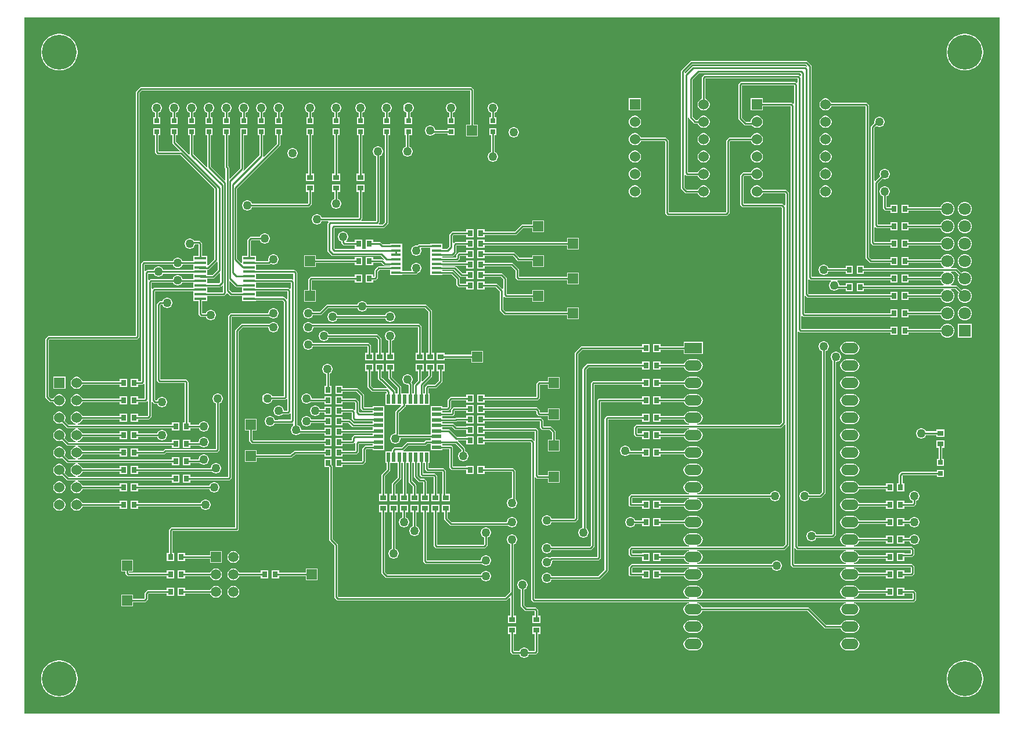
<source format=gtl>
G04*
G04 #@! TF.GenerationSoftware,Altium Limited,Altium Designer,22.3.1 (43)*
G04*
G04 Layer_Physical_Order=1*
G04 Layer_Color=255*
%FSLAX25Y25*%
%MOIN*%
G70*
G04*
G04 #@! TF.SameCoordinates,C488EDB3-D5C6-4A86-98F8-C412E4F75817*
G04*
G04*
G04 #@! TF.FilePolarity,Positive*
G04*
G01*
G75*
%ADD11C,0.01000*%
%ADD15R,0.03740X0.03150*%
%ADD16R,0.03150X0.03150*%
%ADD17R,0.07087X0.01772*%
%ADD18R,0.05807X0.01772*%
%ADD19R,0.03150X0.03740*%
%ADD20R,0.02362X0.05807*%
%ADD21R,0.05807X0.02362*%
%ADD40R,0.10000X0.06000*%
%ADD41O,0.10000X0.06000*%
%ADD42C,0.06000*%
%ADD43R,0.06000X0.06000*%
%ADD44R,0.05906X0.05906*%
%ADD45C,0.05906*%
%ADD46R,0.05906X0.05906*%
%ADD47R,0.07087X0.07087*%
%ADD48C,0.07087*%
%ADD49C,0.20000*%
%ADD50C,0.05000*%
G36*
X560000D02*
X0D01*
Y400000D01*
X560000D01*
Y0D01*
D02*
G37*
%LPC*%
G36*
X540826Y390500D02*
X539174D01*
X537541Y390242D01*
X535969Y389731D01*
X534497Y388980D01*
X533160Y388009D01*
X531991Y386840D01*
X531020Y385503D01*
X530269Y384031D01*
X529759Y382459D01*
X529500Y380826D01*
Y379174D01*
X529759Y377541D01*
X530269Y375969D01*
X531020Y374497D01*
X531991Y373160D01*
X533160Y371991D01*
X534497Y371020D01*
X535969Y370269D01*
X537541Y369759D01*
X539174Y369500D01*
X540826D01*
X542459Y369759D01*
X544031Y370269D01*
X545503Y371020D01*
X546840Y371991D01*
X548009Y373160D01*
X548980Y374497D01*
X549731Y375969D01*
X550242Y377541D01*
X550500Y379174D01*
Y380826D01*
X550242Y382459D01*
X549731Y384031D01*
X548980Y385503D01*
X548009Y386840D01*
X546840Y388009D01*
X545503Y388980D01*
X544031Y389731D01*
X542459Y390242D01*
X540826Y390500D01*
D02*
G37*
G36*
X20826D02*
X19174D01*
X17541Y390242D01*
X15969Y389731D01*
X14497Y388980D01*
X13160Y388009D01*
X11991Y386840D01*
X11020Y385503D01*
X10269Y384031D01*
X9759Y382459D01*
X9500Y380826D01*
Y379174D01*
X9759Y377541D01*
X10269Y375969D01*
X11020Y374497D01*
X11991Y373160D01*
X13160Y371991D01*
X14497Y371020D01*
X15969Y370269D01*
X17541Y369759D01*
X19174Y369500D01*
X20826D01*
X22459Y369759D01*
X24031Y370269D01*
X25503Y371020D01*
X26840Y371991D01*
X28009Y373160D01*
X28980Y374497D01*
X29731Y375969D01*
X30242Y377541D01*
X30500Y379174D01*
Y380826D01*
X30242Y382459D01*
X29731Y384031D01*
X28980Y385503D01*
X28009Y386840D01*
X26840Y388009D01*
X25503Y388980D01*
X24031Y389731D01*
X22459Y390242D01*
X20826Y390500D01*
D02*
G37*
G36*
X449000Y375020D02*
X383000D01*
X382610Y374942D01*
X382279Y374721D01*
X377279Y369721D01*
X377058Y369390D01*
X376980Y369000D01*
Y302000D01*
X377058Y301610D01*
X377279Y301279D01*
X379279Y299279D01*
X379610Y299058D01*
X380000Y298980D01*
X386650D01*
X386738Y298649D01*
X387199Y297851D01*
X387851Y297199D01*
X388649Y296739D01*
X389539Y296500D01*
X390461D01*
X391351Y296739D01*
X392149Y297199D01*
X392801Y297851D01*
X393262Y298649D01*
X393500Y299539D01*
Y300461D01*
X393262Y301351D01*
X392801Y302149D01*
X392149Y302801D01*
X391351Y303261D01*
X390461Y303500D01*
X389539D01*
X388649Y303261D01*
X387851Y302801D01*
X387199Y302149D01*
X386738Y301351D01*
X386650Y301020D01*
X380422D01*
X379020Y302422D01*
Y309417D01*
X379520Y309624D01*
X379865Y309279D01*
X380196Y309058D01*
X380586Y308980D01*
X386650D01*
X386738Y308649D01*
X387199Y307851D01*
X387851Y307199D01*
X388649Y306738D01*
X389539Y306500D01*
X390461D01*
X391351Y306738D01*
X392149Y307199D01*
X392801Y307851D01*
X393262Y308649D01*
X393500Y309539D01*
Y310461D01*
X393262Y311351D01*
X392801Y312149D01*
X392149Y312801D01*
X391351Y313262D01*
X390461Y313500D01*
X389539D01*
X388649Y313262D01*
X387851Y312801D01*
X387199Y312149D01*
X386738Y311351D01*
X386650Y311020D01*
X381020D01*
Y342254D01*
X381520Y342303D01*
X381558Y342110D01*
X381779Y341779D01*
X384279Y339279D01*
X384610Y339058D01*
X385000Y338980D01*
X386650D01*
X386738Y338649D01*
X387199Y337851D01*
X387851Y337199D01*
X388649Y336738D01*
X389539Y336500D01*
X390461D01*
X391351Y336738D01*
X392149Y337199D01*
X392801Y337851D01*
X393262Y338649D01*
X393500Y339539D01*
Y340461D01*
X393262Y341351D01*
X392801Y342149D01*
X392149Y342801D01*
X391351Y343262D01*
X390461Y343500D01*
X389539D01*
X388649Y343262D01*
X387851Y342801D01*
X387199Y342149D01*
X386738Y341351D01*
X386650Y341020D01*
X385422D01*
X383520Y342922D01*
Y364078D01*
X387422Y367980D01*
X445456D01*
X445980Y367456D01*
Y366583D01*
X445480Y366376D01*
X445135Y366721D01*
X444804Y366942D01*
X444414Y367020D01*
X390586D01*
X390196Y366942D01*
X389865Y366721D01*
X389279Y366135D01*
X389058Y365804D01*
X388980Y365414D01*
Y353350D01*
X388649Y353261D01*
X387851Y352801D01*
X387199Y352149D01*
X386738Y351351D01*
X386500Y350461D01*
Y349539D01*
X386738Y348649D01*
X387199Y347851D01*
X387851Y347199D01*
X388649Y346739D01*
X389539Y346500D01*
X390461D01*
X391351Y346739D01*
X392149Y347199D01*
X392801Y347851D01*
X393262Y348649D01*
X393500Y349539D01*
Y350461D01*
X393262Y351351D01*
X392801Y352149D01*
X392149Y352801D01*
X391351Y353261D01*
X391020Y353350D01*
Y364980D01*
X443980D01*
Y362583D01*
X443480Y362376D01*
X443135Y362721D01*
X442804Y362942D01*
X442414Y363020D01*
X411586D01*
X411196Y362942D01*
X410865Y362721D01*
X410279Y362135D01*
X410058Y361804D01*
X409980Y361414D01*
Y342000D01*
X410058Y341610D01*
X410279Y341279D01*
X413279Y338279D01*
X413610Y338058D01*
X414000Y337980D01*
X417755D01*
X417829Y337851D01*
X418481Y337199D01*
X419279Y336738D01*
X420169Y336500D01*
X421091D01*
X421981Y336738D01*
X422779Y337199D01*
X423431Y337851D01*
X423891Y338649D01*
X424130Y339539D01*
Y340461D01*
X423891Y341351D01*
X423431Y342149D01*
X422779Y342801D01*
X421981Y343262D01*
X421091Y343500D01*
X420169D01*
X419279Y343262D01*
X418481Y342801D01*
X417829Y342149D01*
X417368Y341351D01*
X417130Y340461D01*
Y340020D01*
X414422D01*
X412020Y342422D01*
Y360980D01*
X441980D01*
Y350583D01*
X441480Y350376D01*
X441135Y350721D01*
X440804Y350942D01*
X440414Y351020D01*
X424130D01*
Y353500D01*
X417130D01*
Y346500D01*
X424130D01*
Y348980D01*
X439980D01*
Y85586D01*
X440058Y85196D01*
X440279Y84865D01*
X440865Y84279D01*
X441196Y84058D01*
X441586Y83980D01*
X471589D01*
X471622Y83480D01*
X471086Y83410D01*
X470235Y83057D01*
X469504Y82496D01*
X468943Y81765D01*
X468590Y80914D01*
X468470Y80000D01*
X468590Y79086D01*
X468943Y78235D01*
X469504Y77504D01*
X470235Y76943D01*
X471086Y76590D01*
X472000Y76470D01*
X476000D01*
X476914Y76590D01*
X477765Y76943D01*
X478496Y77504D01*
X479057Y78235D01*
X479366Y78980D01*
X494776D01*
Y77630D01*
X498925D01*
Y82370D01*
X494776D01*
Y81020D01*
X479366D01*
X479057Y81765D01*
X478496Y82496D01*
X477765Y83057D01*
X476914Y83410D01*
X476378Y83480D01*
X476411Y83980D01*
X508980D01*
Y81020D01*
X505224D01*
Y82370D01*
X501075D01*
Y77630D01*
X505224D01*
Y78980D01*
X509414D01*
X509804Y79058D01*
X510135Y79279D01*
X510721Y79865D01*
X510942Y80196D01*
X511020Y80586D01*
Y84414D01*
X510942Y84804D01*
X510721Y85135D01*
X510135Y85721D01*
X509804Y85942D01*
X509414Y86020D01*
X476411D01*
X476378Y86520D01*
X476914Y86590D01*
X477765Y86943D01*
X478496Y87504D01*
X479057Y88235D01*
X479366Y88980D01*
X494776D01*
Y87630D01*
X498925D01*
Y92370D01*
X494776D01*
Y91020D01*
X479366D01*
X479057Y91765D01*
X478496Y92496D01*
X477765Y93057D01*
X476914Y93410D01*
X476378Y93480D01*
X476411Y93980D01*
X508980D01*
Y92020D01*
X505224D01*
Y92370D01*
X501075D01*
Y87630D01*
X505224D01*
Y89980D01*
X509414D01*
X509804Y90058D01*
X510135Y90279D01*
X510721Y90865D01*
X510942Y91196D01*
X511020Y91586D01*
Y94414D01*
X510942Y94804D01*
X510721Y95135D01*
X510135Y95721D01*
X509804Y95942D01*
X509414Y96020D01*
X476411D01*
X476378Y96520D01*
X476914Y96590D01*
X477765Y96943D01*
X478496Y97504D01*
X479057Y98235D01*
X479366Y98980D01*
X494776D01*
Y97630D01*
X498925D01*
Y102370D01*
X494776D01*
Y101020D01*
X479366D01*
X479057Y101765D01*
X478496Y102496D01*
X477765Y103057D01*
X476914Y103410D01*
X476000Y103530D01*
X472000D01*
X471086Y103410D01*
X470235Y103057D01*
X469504Y102496D01*
X468943Y101765D01*
X468590Y100914D01*
X468470Y100000D01*
X468590Y99086D01*
X468943Y98235D01*
X469504Y97504D01*
X470235Y96943D01*
X471086Y96590D01*
X471622Y96520D01*
X471589Y96020D01*
X444422D01*
X444020Y96422D01*
Y219417D01*
X444520Y219624D01*
X444865Y219279D01*
X445196Y219058D01*
X445586Y218980D01*
X497276D01*
Y217630D01*
X501425D01*
Y222370D01*
X497276D01*
Y221020D01*
X446020D01*
Y228417D01*
X446520Y228624D01*
X446865Y228279D01*
X447196Y228058D01*
X447586Y227980D01*
X497276D01*
Y227630D01*
X501425D01*
Y232370D01*
X497276D01*
Y230020D01*
X448020D01*
Y239831D01*
X448520Y240038D01*
X449279Y239279D01*
X449610Y239058D01*
X450000Y238980D01*
X497276D01*
Y237630D01*
X501425D01*
Y242370D01*
X497276D01*
Y241020D01*
X450422D01*
X450020Y241422D01*
Y249417D01*
X450520Y249624D01*
X450865Y249279D01*
X451196Y249058D01*
X451586Y248980D01*
X463162D01*
X463296Y248480D01*
X463158Y248401D01*
X462599Y247842D01*
X462204Y247158D01*
X462000Y246395D01*
Y245605D01*
X462204Y244842D01*
X462599Y244158D01*
X463158Y243599D01*
X463842Y243204D01*
X464605Y243000D01*
X465395D01*
X466158Y243204D01*
X466842Y243599D01*
X467223Y243980D01*
X471626D01*
Y242630D01*
X475776D01*
Y247370D01*
X471626D01*
Y246020D01*
X468000D01*
Y246395D01*
X467796Y247158D01*
X467401Y247842D01*
X466842Y248401D01*
X466704Y248480D01*
X466838Y248980D01*
X497276D01*
Y247630D01*
X501425D01*
Y252370D01*
X497276D01*
Y251020D01*
X452020D01*
Y372000D01*
X451942Y372390D01*
X451721Y372721D01*
X449721Y374721D01*
X449390Y374942D01*
X449000Y375020D01*
D02*
G37*
G36*
X354130Y353500D02*
X347130D01*
Y346500D01*
X354130D01*
Y353500D01*
D02*
G37*
G36*
X269395Y351000D02*
X268605D01*
X267842Y350796D01*
X267158Y350401D01*
X266599Y349842D01*
X266204Y349158D01*
X266000Y348395D01*
Y347605D01*
X266204Y346842D01*
X266599Y346158D01*
X267158Y345599D01*
X267842Y345204D01*
X267980Y345167D01*
Y342724D01*
X266925D01*
Y338575D01*
X271075D01*
Y342724D01*
X270020D01*
Y345167D01*
X270158Y345204D01*
X270842Y345599D01*
X271401Y346158D01*
X271796Y346842D01*
X272000Y347605D01*
Y348395D01*
X271796Y349158D01*
X271401Y349842D01*
X270842Y350401D01*
X270158Y350796D01*
X269395Y351000D01*
D02*
G37*
G36*
X245395D02*
X244605D01*
X243842Y350796D01*
X243158Y350401D01*
X242599Y349842D01*
X242204Y349158D01*
X242000Y348395D01*
Y347605D01*
X242204Y346842D01*
X242599Y346158D01*
X243158Y345599D01*
X243842Y345204D01*
X243980Y345167D01*
Y342724D01*
X242925D01*
Y338575D01*
X247075D01*
Y342724D01*
X246020D01*
Y345167D01*
X246158Y345204D01*
X246842Y345599D01*
X247401Y346158D01*
X247796Y346842D01*
X248000Y347605D01*
Y348395D01*
X247796Y349158D01*
X247401Y349842D01*
X246842Y350401D01*
X246158Y350796D01*
X245395Y351000D01*
D02*
G37*
G36*
X220895D02*
X220105D01*
X219342Y350796D01*
X218658Y350401D01*
X218099Y349842D01*
X217704Y349158D01*
X217500Y348395D01*
Y347605D01*
X217704Y346842D01*
X218099Y346158D01*
X218658Y345599D01*
X219342Y345204D01*
X219480Y345167D01*
Y342724D01*
X218425D01*
Y338575D01*
X222575D01*
Y342724D01*
X221520D01*
Y345167D01*
X221658Y345204D01*
X222342Y345599D01*
X222901Y346158D01*
X223296Y346842D01*
X223500Y347605D01*
Y348395D01*
X223296Y349158D01*
X222901Y349842D01*
X222342Y350401D01*
X221658Y350796D01*
X220895Y351000D01*
D02*
G37*
G36*
X208395D02*
X207605D01*
X206842Y350796D01*
X206158Y350401D01*
X205599Y349842D01*
X205204Y349158D01*
X205000Y348395D01*
Y347605D01*
X205204Y346842D01*
X205599Y346158D01*
X206158Y345599D01*
X206842Y345204D01*
X206980Y345167D01*
Y342724D01*
X205925D01*
Y338575D01*
X210075D01*
Y342724D01*
X209020D01*
Y345167D01*
X209158Y345204D01*
X209842Y345599D01*
X210401Y346158D01*
X210796Y346842D01*
X211000Y347605D01*
Y348395D01*
X210796Y349158D01*
X210401Y349842D01*
X209842Y350401D01*
X209158Y350796D01*
X208395Y351000D01*
D02*
G37*
G36*
X193395D02*
X192605D01*
X191842Y350796D01*
X191158Y350401D01*
X190599Y349842D01*
X190204Y349158D01*
X190000Y348395D01*
Y347605D01*
X190204Y346842D01*
X190599Y346158D01*
X191158Y345599D01*
X191842Y345204D01*
X191980Y345167D01*
Y342724D01*
X190925D01*
Y338575D01*
X195075D01*
Y342724D01*
X194020D01*
Y345167D01*
X194158Y345204D01*
X194842Y345599D01*
X195401Y346158D01*
X195796Y346842D01*
X196000Y347605D01*
Y348395D01*
X195796Y349158D01*
X195401Y349842D01*
X194842Y350401D01*
X194158Y350796D01*
X193395Y351000D01*
D02*
G37*
G36*
X179395D02*
X178605D01*
X177842Y350796D01*
X177158Y350401D01*
X176599Y349842D01*
X176204Y349158D01*
X176000Y348395D01*
Y347605D01*
X176204Y346842D01*
X176599Y346158D01*
X177158Y345599D01*
X177842Y345204D01*
X177980Y345167D01*
Y342724D01*
X176925D01*
Y338575D01*
X181075D01*
Y342724D01*
X180020D01*
Y345167D01*
X180158Y345204D01*
X180842Y345599D01*
X181401Y346158D01*
X181796Y346842D01*
X182000Y347605D01*
Y348395D01*
X181796Y349158D01*
X181401Y349842D01*
X180842Y350401D01*
X180158Y350796D01*
X179395Y351000D01*
D02*
G37*
G36*
X164395D02*
X163605D01*
X162842Y350796D01*
X162158Y350401D01*
X161599Y349842D01*
X161204Y349158D01*
X161000Y348395D01*
Y347605D01*
X161204Y346842D01*
X161599Y346158D01*
X162158Y345599D01*
X162842Y345204D01*
X162980Y345167D01*
Y342724D01*
X161925D01*
Y338575D01*
X166075D01*
Y342724D01*
X165020D01*
Y345167D01*
X165158Y345204D01*
X165842Y345599D01*
X166401Y346158D01*
X166796Y346842D01*
X167000Y347605D01*
Y348395D01*
X166796Y349158D01*
X166401Y349842D01*
X165842Y350401D01*
X165158Y350796D01*
X164395Y351000D01*
D02*
G37*
G36*
X146395D02*
X145605D01*
X144842Y350796D01*
X144158Y350401D01*
X143599Y349842D01*
X143204Y349158D01*
X143000Y348395D01*
Y347605D01*
X143204Y346842D01*
X143599Y346158D01*
X144158Y345599D01*
X144842Y345204D01*
X144980Y345167D01*
Y342724D01*
X143925D01*
Y338575D01*
X148075D01*
Y342724D01*
X147020D01*
Y345167D01*
X147158Y345204D01*
X147842Y345599D01*
X148401Y346158D01*
X148796Y346842D01*
X149000Y347605D01*
Y348395D01*
X148796Y349158D01*
X148401Y349842D01*
X147842Y350401D01*
X147158Y350796D01*
X146395Y351000D01*
D02*
G37*
G36*
X136395D02*
X135605D01*
X134842Y350796D01*
X134158Y350401D01*
X133599Y349842D01*
X133204Y349158D01*
X133000Y348395D01*
Y347605D01*
X133204Y346842D01*
X133599Y346158D01*
X134158Y345599D01*
X134842Y345204D01*
X134980Y345167D01*
Y342724D01*
X133925D01*
Y338575D01*
X138075D01*
Y342724D01*
X137020D01*
Y345167D01*
X137158Y345204D01*
X137842Y345599D01*
X138401Y346158D01*
X138796Y346842D01*
X139000Y347605D01*
Y348395D01*
X138796Y349158D01*
X138401Y349842D01*
X137842Y350401D01*
X137158Y350796D01*
X136395Y351000D01*
D02*
G37*
G36*
X126395D02*
X125605D01*
X124842Y350796D01*
X124158Y350401D01*
X123599Y349842D01*
X123204Y349158D01*
X123000Y348395D01*
Y347605D01*
X123204Y346842D01*
X123599Y346158D01*
X124158Y345599D01*
X124842Y345204D01*
X124980Y345167D01*
Y342724D01*
X123925D01*
Y338575D01*
X128075D01*
Y342724D01*
X127020D01*
Y345167D01*
X127158Y345204D01*
X127842Y345599D01*
X128401Y346158D01*
X128796Y346842D01*
X129000Y347605D01*
Y348395D01*
X128796Y349158D01*
X128401Y349842D01*
X127842Y350401D01*
X127158Y350796D01*
X126395Y351000D01*
D02*
G37*
G36*
X116395D02*
X115605D01*
X114842Y350796D01*
X114158Y350401D01*
X113599Y349842D01*
X113204Y349158D01*
X113000Y348395D01*
Y347605D01*
X113204Y346842D01*
X113599Y346158D01*
X114158Y345599D01*
X114842Y345204D01*
X114980Y345167D01*
Y342724D01*
X113925D01*
Y338575D01*
X118075D01*
Y342724D01*
X117020D01*
Y345167D01*
X117158Y345204D01*
X117842Y345599D01*
X118401Y346158D01*
X118796Y346842D01*
X119000Y347605D01*
Y348395D01*
X118796Y349158D01*
X118401Y349842D01*
X117842Y350401D01*
X117158Y350796D01*
X116395Y351000D01*
D02*
G37*
G36*
X106395D02*
X105605D01*
X104842Y350796D01*
X104158Y350401D01*
X103599Y349842D01*
X103204Y349158D01*
X103000Y348395D01*
Y347605D01*
X103204Y346842D01*
X103599Y346158D01*
X104158Y345599D01*
X104842Y345204D01*
X104980Y345167D01*
Y342724D01*
X103925D01*
Y338575D01*
X108075D01*
Y342724D01*
X107020D01*
Y345167D01*
X107158Y345204D01*
X107842Y345599D01*
X108401Y346158D01*
X108796Y346842D01*
X109000Y347605D01*
Y348395D01*
X108796Y349158D01*
X108401Y349842D01*
X107842Y350401D01*
X107158Y350796D01*
X106395Y351000D01*
D02*
G37*
G36*
X96395D02*
X95605D01*
X94842Y350796D01*
X94158Y350401D01*
X93599Y349842D01*
X93204Y349158D01*
X93000Y348395D01*
Y347605D01*
X93204Y346842D01*
X93599Y346158D01*
X94158Y345599D01*
X94842Y345204D01*
X94980Y345167D01*
Y342724D01*
X93925D01*
Y338575D01*
X98075D01*
Y342724D01*
X97020D01*
Y345167D01*
X97158Y345204D01*
X97842Y345599D01*
X98401Y346158D01*
X98796Y346842D01*
X99000Y347605D01*
Y348395D01*
X98796Y349158D01*
X98401Y349842D01*
X97842Y350401D01*
X97158Y350796D01*
X96395Y351000D01*
D02*
G37*
G36*
X86395D02*
X85605D01*
X84842Y350796D01*
X84158Y350401D01*
X83599Y349842D01*
X83204Y349158D01*
X83000Y348395D01*
Y347605D01*
X83204Y346842D01*
X83599Y346158D01*
X84158Y345599D01*
X84842Y345204D01*
X84980Y345167D01*
Y342724D01*
X83925D01*
Y338575D01*
X88075D01*
Y342724D01*
X87020D01*
Y345167D01*
X87158Y345204D01*
X87842Y345599D01*
X88401Y346158D01*
X88796Y346842D01*
X89000Y347605D01*
Y348395D01*
X88796Y349158D01*
X88401Y349842D01*
X87842Y350401D01*
X87158Y350796D01*
X86395Y351000D01*
D02*
G37*
G36*
X76395D02*
X75605D01*
X74842Y350796D01*
X74158Y350401D01*
X73599Y349842D01*
X73204Y349158D01*
X73000Y348395D01*
Y347605D01*
X73204Y346842D01*
X73599Y346158D01*
X74158Y345599D01*
X74842Y345204D01*
X74980Y345167D01*
Y342724D01*
X73925D01*
Y338575D01*
X78075D01*
Y342724D01*
X77020D01*
Y345167D01*
X77158Y345204D01*
X77842Y345599D01*
X78401Y346158D01*
X78796Y346842D01*
X79000Y347605D01*
Y348395D01*
X78796Y349158D01*
X78401Y349842D01*
X77842Y350401D01*
X77158Y350796D01*
X76395Y351000D01*
D02*
G37*
G36*
X491395Y343000D02*
X490605D01*
X489842Y342796D01*
X489158Y342401D01*
X488599Y341842D01*
X488204Y341158D01*
X488000Y340395D01*
Y339605D01*
X488034Y339476D01*
X486279Y337721D01*
X486058Y337390D01*
X485980Y337000D01*
Y270586D01*
X486058Y270196D01*
X486279Y269865D01*
X486865Y269279D01*
X487196Y269058D01*
X487586Y268980D01*
X497276D01*
Y267630D01*
X501425D01*
Y272370D01*
X497276D01*
Y271020D01*
X488020D01*
Y279417D01*
X488520Y279624D01*
X488865Y279279D01*
X489196Y279058D01*
X489586Y278980D01*
X497276D01*
Y277630D01*
X501425D01*
Y282370D01*
X497276D01*
Y281020D01*
X490020D01*
Y304578D01*
X492718Y307276D01*
X492842Y307204D01*
X493605Y307000D01*
X494395D01*
X495158Y307204D01*
X495842Y307599D01*
X496401Y308158D01*
X496796Y308842D01*
X497000Y309605D01*
Y310395D01*
X496796Y311158D01*
X496401Y311842D01*
X495842Y312401D01*
X495158Y312796D01*
X494395Y313000D01*
X493605D01*
X492842Y312796D01*
X492158Y312401D01*
X491599Y311842D01*
X491204Y311158D01*
X491000Y310395D01*
Y309605D01*
X491204Y308842D01*
X491276Y308718D01*
X488520Y305961D01*
X488020Y306169D01*
Y336578D01*
X489100Y337658D01*
X489158Y337599D01*
X489842Y337204D01*
X490605Y337000D01*
X491395D01*
X492158Y337204D01*
X492842Y337599D01*
X493401Y338158D01*
X493796Y338842D01*
X494000Y339605D01*
Y340395D01*
X493796Y341158D01*
X493401Y341842D01*
X492842Y342401D01*
X492158Y342796D01*
X491395Y343000D01*
D02*
G37*
G36*
X460461Y343500D02*
X459539D01*
X458649Y343262D01*
X457851Y342801D01*
X457199Y342149D01*
X456739Y341351D01*
X456500Y340461D01*
Y339539D01*
X456739Y338649D01*
X457199Y337851D01*
X457851Y337199D01*
X458649Y336738D01*
X459539Y336500D01*
X460461D01*
X461351Y336738D01*
X462149Y337199D01*
X462801Y337851D01*
X463262Y338649D01*
X463500Y339539D01*
Y340461D01*
X463262Y341351D01*
X462801Y342149D01*
X462149Y342801D01*
X461351Y343262D01*
X460461Y343500D01*
D02*
G37*
G36*
X351091D02*
X350169D01*
X349279Y343262D01*
X348481Y342801D01*
X347829Y342149D01*
X347368Y341351D01*
X347130Y340461D01*
Y339539D01*
X347368Y338649D01*
X347829Y337851D01*
X348481Y337199D01*
X349279Y336738D01*
X350169Y336500D01*
X351091D01*
X351981Y336738D01*
X352779Y337199D01*
X353431Y337851D01*
X353891Y338649D01*
X354130Y339539D01*
Y340461D01*
X353891Y341351D01*
X353431Y342149D01*
X352779Y342801D01*
X351981Y343262D01*
X351091Y343500D01*
D02*
G37*
G36*
X233395Y338000D02*
X232605D01*
X231842Y337796D01*
X231158Y337401D01*
X230599Y336842D01*
X230204Y336158D01*
X230000Y335395D01*
Y334605D01*
X230204Y333842D01*
X230599Y333158D01*
X231158Y332599D01*
X231842Y332204D01*
X232605Y332000D01*
X233395D01*
X234158Y332204D01*
X234842Y332599D01*
X235401Y333158D01*
X235500Y333331D01*
X242925D01*
Y332276D01*
X247075D01*
Y336425D01*
X242925D01*
Y335370D01*
X236000D01*
Y335395D01*
X235796Y336158D01*
X235401Y336842D01*
X234842Y337401D01*
X234158Y337796D01*
X233395Y338000D01*
D02*
G37*
G36*
X256414Y360020D02*
X67000D01*
X66610Y359942D01*
X66279Y359721D01*
X64279Y357721D01*
X64058Y357390D01*
X63980Y357000D01*
Y217020D01*
X14000D01*
X13610Y216942D01*
X13279Y216721D01*
X12279Y215721D01*
X12058Y215390D01*
X11980Y215000D01*
Y182000D01*
X12058Y181610D01*
X12279Y181279D01*
X14279Y179279D01*
X14610Y179058D01*
X15000Y178980D01*
X16650D01*
X16738Y178649D01*
X17199Y177851D01*
X17851Y177199D01*
X18649Y176739D01*
X19539Y176500D01*
X20461D01*
X21351Y176739D01*
X22149Y177199D01*
X22801Y177851D01*
X23261Y178649D01*
X23500Y179539D01*
Y180461D01*
X23261Y181351D01*
X22801Y182149D01*
X22149Y182801D01*
X21351Y183262D01*
X20461Y183500D01*
X19539D01*
X18649Y183262D01*
X17851Y182801D01*
X17199Y182149D01*
X16738Y181351D01*
X16650Y181020D01*
X15422D01*
X14020Y182422D01*
Y214578D01*
X14422Y214980D01*
X64414D01*
X64804Y215058D01*
X65135Y215279D01*
X65721Y215865D01*
X65942Y216196D01*
X66020Y216586D01*
Y356578D01*
X67422Y357980D01*
X255980D01*
Y338453D01*
X253547D01*
Y331547D01*
X260453D01*
Y338453D01*
X258020D01*
Y358414D01*
X257942Y358804D01*
X257721Y359135D01*
X257135Y359721D01*
X256804Y359942D01*
X256414Y360020D01*
D02*
G37*
G36*
X281395Y337000D02*
X280605D01*
X279842Y336796D01*
X279158Y336401D01*
X278599Y335842D01*
X278204Y335158D01*
X278000Y334395D01*
Y333605D01*
X278204Y332842D01*
X278599Y332158D01*
X279158Y331599D01*
X279842Y331204D01*
X280605Y331000D01*
X281395D01*
X282158Y331204D01*
X282842Y331599D01*
X283401Y332158D01*
X283796Y332842D01*
X284000Y333605D01*
Y334395D01*
X283796Y335158D01*
X283401Y335842D01*
X282842Y336401D01*
X282158Y336796D01*
X281395Y337000D01*
D02*
G37*
G36*
X460461Y333500D02*
X459539D01*
X458649Y333261D01*
X457851Y332801D01*
X457199Y332149D01*
X456739Y331351D01*
X456500Y330461D01*
Y329539D01*
X456739Y328649D01*
X457199Y327851D01*
X457851Y327199D01*
X458649Y326739D01*
X459539Y326500D01*
X460461D01*
X461351Y326739D01*
X462149Y327199D01*
X462801Y327851D01*
X463262Y328649D01*
X463500Y329539D01*
Y330461D01*
X463262Y331351D01*
X462801Y332149D01*
X462149Y332801D01*
X461351Y333261D01*
X460461Y333500D01*
D02*
G37*
G36*
X390461D02*
X389539D01*
X388649Y333261D01*
X387851Y332801D01*
X387199Y332149D01*
X386738Y331351D01*
X386500Y330461D01*
Y329539D01*
X386738Y328649D01*
X387199Y327851D01*
X387851Y327199D01*
X388649Y326739D01*
X389539Y326500D01*
X390461D01*
X391351Y326739D01*
X392149Y327199D01*
X392801Y327851D01*
X393262Y328649D01*
X393500Y329539D01*
Y330461D01*
X393262Y331351D01*
X392801Y332149D01*
X392149Y332801D01*
X391351Y333261D01*
X390461Y333500D01*
D02*
G37*
G36*
X222575Y336425D02*
X218425D01*
Y332276D01*
X218980D01*
Y325833D01*
X218842Y325796D01*
X218158Y325401D01*
X217599Y324842D01*
X217204Y324158D01*
X217000Y323395D01*
Y322605D01*
X217204Y321842D01*
X217599Y321158D01*
X218158Y320599D01*
X218842Y320204D01*
X219605Y320000D01*
X220395D01*
X221158Y320204D01*
X221842Y320599D01*
X222401Y321158D01*
X222796Y321842D01*
X223000Y322605D01*
Y323395D01*
X222796Y324158D01*
X222401Y324842D01*
X221842Y325401D01*
X221158Y325796D01*
X221020Y325833D01*
Y332276D01*
X222575D01*
Y336425D01*
D02*
G37*
G36*
X148075D02*
X143925D01*
Y332276D01*
X144980D01*
Y327422D01*
X137371Y319813D01*
X137174Y319910D01*
X136959Y320108D01*
X137020Y320414D01*
Y332276D01*
X138075D01*
Y336425D01*
X133925D01*
Y332276D01*
X134980D01*
Y320836D01*
X126078Y311934D01*
X125721Y312279D01*
X125942Y312610D01*
X126020Y313000D01*
Y332276D01*
X128075D01*
Y336425D01*
X123925D01*
Y332276D01*
X123980D01*
Y313422D01*
X117982Y307423D01*
X117520Y307615D01*
Y313621D01*
X117442Y314012D01*
X117221Y314342D01*
X117020Y314544D01*
Y332276D01*
X118075D01*
Y336425D01*
X113925D01*
Y332276D01*
X114980D01*
Y314121D01*
X115058Y313731D01*
X115279Y313400D01*
X115480Y313199D01*
Y306615D01*
X115018Y306423D01*
X107020Y314422D01*
Y332276D01*
X108075D01*
Y336425D01*
X103925D01*
Y332276D01*
X104980D01*
Y314169D01*
X104535Y313948D01*
X104498Y313944D01*
X97020Y321422D01*
Y332276D01*
X98075D01*
Y336425D01*
X93925D01*
Y332276D01*
X94980D01*
Y321290D01*
X94480Y321083D01*
X87020Y328544D01*
Y332276D01*
X88075D01*
Y336425D01*
X83925D01*
Y332276D01*
X84980D01*
Y328121D01*
X85058Y327731D01*
X85279Y327400D01*
X89198Y323481D01*
X89007Y323020D01*
X77020D01*
Y332276D01*
X78075D01*
Y336425D01*
X73925D01*
Y332276D01*
X74980D01*
Y322586D01*
X75058Y322196D01*
X75279Y321865D01*
X75865Y321279D01*
X76196Y321058D01*
X76586Y320980D01*
X89578D01*
X108980Y301578D01*
Y261008D01*
X105567Y257595D01*
X105067Y257802D01*
Y260130D01*
Y262902D01*
X102043D01*
Y270086D01*
X101966Y270476D01*
X101745Y270807D01*
X101159Y271392D01*
X100828Y271614D01*
X100438Y271691D01*
X97488D01*
X97401Y271842D01*
X96842Y272401D01*
X96158Y272796D01*
X95395Y273000D01*
X94605D01*
X93842Y272796D01*
X93158Y272401D01*
X92599Y271842D01*
X92204Y271158D01*
X92000Y270395D01*
Y269605D01*
X92204Y268842D01*
X92599Y268158D01*
X93158Y267599D01*
X93842Y267204D01*
X94605Y267000D01*
X95395D01*
X96158Y267204D01*
X96842Y267599D01*
X97401Y268158D01*
X97796Y268842D01*
X98000Y269605D01*
Y269652D01*
X100004D01*
Y262902D01*
X96980D01*
Y259976D01*
X90833D01*
X90796Y260115D01*
X90401Y260799D01*
X89842Y261357D01*
X89158Y261752D01*
X88395Y261957D01*
X87605D01*
X86842Y261752D01*
X86158Y261357D01*
X85599Y260799D01*
X85204Y260115D01*
X85167Y259976D01*
X68586D01*
X68196Y259899D01*
X67865Y259678D01*
X67279Y259092D01*
X67058Y258761D01*
X66980Y258371D01*
Y191020D01*
X65224D01*
Y192370D01*
X61075D01*
Y187630D01*
X65224D01*
Y188980D01*
X67414D01*
X67804Y189058D01*
X68135Y189279D01*
X68480Y189624D01*
X68980Y189417D01*
Y181020D01*
X65224D01*
Y182370D01*
X61075D01*
Y177630D01*
X65224D01*
Y178980D01*
X69414D01*
X69804Y179058D01*
X70135Y179279D01*
X70480Y179624D01*
X70980Y179417D01*
Y171422D01*
X70578Y171020D01*
X65224D01*
Y172370D01*
X61075D01*
Y167630D01*
X65224D01*
Y168980D01*
X71000D01*
X71390Y169058D01*
X71721Y169279D01*
X72721Y170279D01*
X72942Y170610D01*
X73020Y171000D01*
Y178831D01*
X73520Y179039D01*
X74279Y178279D01*
X74610Y178058D01*
X75000Y177980D01*
X76167D01*
X76204Y177842D01*
X76599Y177158D01*
X77158Y176599D01*
X77842Y176204D01*
X78605Y176000D01*
X79395D01*
X80158Y176204D01*
X80842Y176599D01*
X81401Y177158D01*
X81796Y177842D01*
X82000Y178605D01*
Y179395D01*
X81796Y180158D01*
X81401Y180842D01*
X80842Y181401D01*
X80158Y181796D01*
X79395Y182000D01*
X78605D01*
X77842Y181796D01*
X77158Y181401D01*
X76599Y180842D01*
X76204Y180158D01*
X76167Y180020D01*
X75422D01*
X75020Y180422D01*
Y242578D01*
X75025Y242583D01*
X96980D01*
Y239657D01*
Y237098D01*
X99980D01*
Y229586D01*
X100058Y229196D01*
X100279Y228865D01*
X100865Y228279D01*
X101196Y228058D01*
X101586Y227980D01*
X104167D01*
X104204Y227842D01*
X104599Y227158D01*
X105158Y226599D01*
X105842Y226204D01*
X106605Y226000D01*
X107395D01*
X108158Y226204D01*
X108842Y226599D01*
X109401Y227158D01*
X109796Y227842D01*
X110000Y228605D01*
Y229395D01*
X109796Y230158D01*
X109401Y230842D01*
X108842Y231401D01*
X108158Y231796D01*
X107395Y232000D01*
X106605D01*
X105842Y231796D01*
X105158Y231401D01*
X104599Y230842D01*
X104204Y230158D01*
X104167Y230020D01*
X102020D01*
Y237098D01*
X105067D01*
Y240024D01*
X114414D01*
X114804Y240101D01*
X115135Y240322D01*
X115721Y240908D01*
X115942Y241239D01*
X115992Y241489D01*
X116474Y241713D01*
X117865Y240322D01*
X118196Y240101D01*
X118586Y240024D01*
X124933D01*
Y237098D01*
X133020D01*
Y237465D01*
X148093D01*
X148980Y236578D01*
Y182254D01*
X142240D01*
X141901Y182842D01*
X141342Y183401D01*
X140658Y183796D01*
X139895Y184000D01*
X139105D01*
X138342Y183796D01*
X137658Y183401D01*
X137099Y182842D01*
X136704Y182158D01*
X136500Y181395D01*
Y180605D01*
X136704Y179842D01*
X137099Y179158D01*
X137658Y178599D01*
X138342Y178204D01*
X139105Y178000D01*
X139895D01*
X140658Y178204D01*
X141342Y178599D01*
X141901Y179158D01*
X142296Y179842D01*
X142395Y180215D01*
X149414D01*
X149804Y180293D01*
X150135Y180514D01*
X150480Y180859D01*
X150980Y180652D01*
Y174020D01*
X149000D01*
Y174395D01*
X148796Y175158D01*
X148401Y175842D01*
X147842Y176401D01*
X147158Y176796D01*
X146395Y177000D01*
X145605D01*
X144842Y176796D01*
X144158Y176401D01*
X143599Y175842D01*
X143204Y175158D01*
X143000Y174395D01*
Y173605D01*
X143204Y172842D01*
X143599Y172158D01*
X144158Y171599D01*
X144842Y171204D01*
X145605Y171000D01*
X146395D01*
X147158Y171204D01*
X147842Y171599D01*
X148223Y171980D01*
X151414D01*
X151804Y172058D01*
X152135Y172279D01*
X152480Y172624D01*
X152980Y172417D01*
Y168848D01*
X145586D01*
X145269Y168785D01*
X143895D01*
X143796Y169158D01*
X143401Y169842D01*
X142842Y170401D01*
X142158Y170796D01*
X141395Y171000D01*
X140605D01*
X139842Y170796D01*
X139158Y170401D01*
X138599Y169842D01*
X138204Y169158D01*
X138000Y168395D01*
Y167605D01*
X138204Y166842D01*
X138599Y166158D01*
X139158Y165599D01*
X139842Y165204D01*
X140605Y165000D01*
X141395D01*
X142158Y165204D01*
X142842Y165599D01*
X143401Y166158D01*
X143740Y166746D01*
X145523D01*
X145840Y166809D01*
X153414D01*
X153804Y166886D01*
X153980Y167004D01*
X154480Y166793D01*
Y165587D01*
X154158Y165401D01*
X153599Y164842D01*
X153204Y164158D01*
X153000Y163395D01*
Y162605D01*
X153204Y161842D01*
X153599Y161158D01*
X154158Y160599D01*
X154842Y160204D01*
X155605Y160000D01*
X156395D01*
X157158Y160204D01*
X157842Y160599D01*
X158223Y160980D01*
X172276D01*
Y159630D01*
X176425D01*
Y164370D01*
X172276D01*
Y163020D01*
X159000D01*
Y163395D01*
X158796Y164158D01*
X158401Y164842D01*
X157842Y165401D01*
X157158Y165796D01*
X156520Y165967D01*
Y253253D01*
X156442Y253643D01*
X156221Y253974D01*
X155635Y254559D01*
X155304Y254781D01*
X154914Y254858D01*
X133020D01*
Y257937D01*
X140414D01*
X140804Y258015D01*
X141135Y258236D01*
X141374Y258475D01*
X141842Y258204D01*
X142605Y258000D01*
X143395D01*
X144158Y258204D01*
X144842Y258599D01*
X145401Y259158D01*
X145796Y259842D01*
X146000Y260605D01*
Y261395D01*
X145796Y262158D01*
X145401Y262842D01*
X144842Y263401D01*
X144158Y263796D01*
X143395Y264000D01*
X142605D01*
X141842Y263796D01*
X141158Y263401D01*
X140599Y262842D01*
X140204Y262158D01*
X140000Y261395D01*
Y260605D01*
X140040Y260456D01*
X139656Y259976D01*
X133020D01*
Y262902D01*
X130020D01*
Y271578D01*
X130422Y271980D01*
X135167D01*
X135204Y271842D01*
X135599Y271158D01*
X136158Y270599D01*
X136842Y270204D01*
X137605Y270000D01*
X138395D01*
X139158Y270204D01*
X139842Y270599D01*
X140401Y271158D01*
X140796Y271842D01*
X141000Y272605D01*
Y273395D01*
X140796Y274158D01*
X140401Y274842D01*
X139842Y275401D01*
X139158Y275796D01*
X138395Y276000D01*
X137605D01*
X136842Y275796D01*
X136158Y275401D01*
X135599Y274842D01*
X135204Y274158D01*
X135167Y274020D01*
X130000D01*
X129610Y273942D01*
X129279Y273721D01*
X128279Y272721D01*
X128058Y272390D01*
X127980Y272000D01*
Y262902D01*
X124933D01*
Y259162D01*
X124471Y258971D01*
X122020Y261422D01*
Y301578D01*
X146721Y326279D01*
X146942Y326610D01*
X147020Y327000D01*
Y332276D01*
X148075D01*
Y336425D01*
D02*
G37*
G36*
X154395Y325000D02*
X153605D01*
X152842Y324796D01*
X152158Y324401D01*
X151599Y323842D01*
X151204Y323158D01*
X151000Y322395D01*
Y321605D01*
X151204Y320842D01*
X151599Y320158D01*
X152158Y319599D01*
X152842Y319204D01*
X153605Y319000D01*
X154395D01*
X155158Y319204D01*
X155842Y319599D01*
X156401Y320158D01*
X156796Y320842D01*
X157000Y321605D01*
Y322395D01*
X156796Y323158D01*
X156401Y323842D01*
X155842Y324401D01*
X155158Y324796D01*
X154395Y325000D01*
D02*
G37*
G36*
X271075Y336425D02*
X266925D01*
Y332276D01*
X267980D01*
Y322833D01*
X267842Y322796D01*
X267158Y322401D01*
X266599Y321842D01*
X266204Y321158D01*
X266000Y320395D01*
Y319605D01*
X266204Y318842D01*
X266599Y318158D01*
X267158Y317599D01*
X267842Y317204D01*
X268605Y317000D01*
X269395D01*
X270158Y317204D01*
X270842Y317599D01*
X271401Y318158D01*
X271796Y318842D01*
X272000Y319605D01*
Y320395D01*
X271796Y321158D01*
X271401Y321842D01*
X270842Y322401D01*
X270158Y322796D01*
X270020Y322833D01*
Y332276D01*
X271075D01*
Y336425D01*
D02*
G37*
G36*
X460461Y323500D02*
X459539D01*
X458649Y323261D01*
X457851Y322801D01*
X457199Y322149D01*
X456739Y321351D01*
X456500Y320461D01*
Y319539D01*
X456739Y318649D01*
X457199Y317851D01*
X457851Y317199D01*
X458649Y316739D01*
X459539Y316500D01*
X460461D01*
X461351Y316739D01*
X462149Y317199D01*
X462801Y317851D01*
X463262Y318649D01*
X463500Y319539D01*
Y320461D01*
X463262Y321351D01*
X462801Y322149D01*
X462149Y322801D01*
X461351Y323261D01*
X460461Y323500D01*
D02*
G37*
G36*
X421091D02*
X420169D01*
X419279Y323261D01*
X418481Y322801D01*
X417829Y322149D01*
X417368Y321351D01*
X417130Y320461D01*
Y319539D01*
X417368Y318649D01*
X417829Y317851D01*
X418481Y317199D01*
X419279Y316739D01*
X420169Y316500D01*
X421091D01*
X421981Y316739D01*
X422779Y317199D01*
X423431Y317851D01*
X423891Y318649D01*
X424130Y319539D01*
Y320461D01*
X423891Y321351D01*
X423431Y322149D01*
X422779Y322801D01*
X421981Y323261D01*
X421091Y323500D01*
D02*
G37*
G36*
X390461D02*
X389539D01*
X388649Y323261D01*
X387851Y322801D01*
X387199Y322149D01*
X386738Y321351D01*
X386500Y320461D01*
Y319539D01*
X386738Y318649D01*
X387199Y317851D01*
X387851Y317199D01*
X388649Y316739D01*
X389539Y316500D01*
X390461D01*
X391351Y316739D01*
X392149Y317199D01*
X392801Y317851D01*
X393262Y318649D01*
X393500Y319539D01*
Y320461D01*
X393262Y321351D01*
X392801Y322149D01*
X392149Y322801D01*
X391351Y323261D01*
X390461Y323500D01*
D02*
G37*
G36*
X351091D02*
X350169D01*
X349279Y323261D01*
X348481Y322801D01*
X347829Y322149D01*
X347368Y321351D01*
X347130Y320461D01*
Y319539D01*
X347368Y318649D01*
X347829Y317851D01*
X348481Y317199D01*
X349279Y316739D01*
X350169Y316500D01*
X351091D01*
X351981Y316739D01*
X352779Y317199D01*
X353431Y317851D01*
X353891Y318649D01*
X354130Y319539D01*
Y320461D01*
X353891Y321351D01*
X353431Y322149D01*
X352779Y322801D01*
X351981Y323261D01*
X351091Y323500D01*
D02*
G37*
G36*
X460461Y313500D02*
X459539D01*
X458649Y313262D01*
X457851Y312801D01*
X457199Y312149D01*
X456739Y311351D01*
X456500Y310461D01*
Y309539D01*
X456739Y308649D01*
X457199Y307851D01*
X457851Y307199D01*
X458649Y306738D01*
X459539Y306500D01*
X460461D01*
X461351Y306738D01*
X462149Y307199D01*
X462801Y307851D01*
X463262Y308649D01*
X463500Y309539D01*
Y310461D01*
X463262Y311351D01*
X462801Y312149D01*
X462149Y312801D01*
X461351Y313262D01*
X460461Y313500D01*
D02*
G37*
G36*
X421091D02*
X420169D01*
X419279Y313262D01*
X418481Y312801D01*
X417829Y312149D01*
X417368Y311351D01*
X417280Y311020D01*
X413000D01*
X412610Y310942D01*
X412279Y310721D01*
X411279Y309721D01*
X411058Y309390D01*
X410980Y309000D01*
Y292586D01*
X411058Y292196D01*
X411279Y291865D01*
X411865Y291279D01*
X412196Y291058D01*
X412586Y290980D01*
X434578D01*
X434980Y290578D01*
Y167422D01*
X433578Y166020D01*
X386411D01*
X386378Y166520D01*
X386914Y166590D01*
X387765Y166943D01*
X388496Y167504D01*
X389057Y168235D01*
X389410Y169086D01*
X389530Y170000D01*
X389410Y170914D01*
X389057Y171765D01*
X388496Y172496D01*
X387765Y173057D01*
X386914Y173410D01*
X386000Y173530D01*
X382000D01*
X381086Y173410D01*
X380235Y173057D01*
X379504Y172496D01*
X378943Y171765D01*
X378634Y171020D01*
X365224D01*
Y172370D01*
X361075D01*
Y167630D01*
X365224D01*
Y168980D01*
X378634D01*
X378943Y168235D01*
X379504Y167504D01*
X380235Y166943D01*
X381086Y166590D01*
X381622Y166520D01*
X381589Y166020D01*
X351586D01*
X351196Y165942D01*
X350865Y165721D01*
X350279Y165135D01*
X350058Y164804D01*
X349980Y164414D01*
Y160586D01*
X350058Y160196D01*
X350279Y159865D01*
X350865Y159279D01*
X351196Y159058D01*
X351586Y158980D01*
X354776D01*
Y157630D01*
X358925D01*
Y162370D01*
X354776D01*
Y161020D01*
X352020D01*
Y163980D01*
X381589D01*
X381622Y163480D01*
X381086Y163410D01*
X380235Y163057D01*
X379504Y162496D01*
X378943Y161765D01*
X378634Y161020D01*
X365224D01*
Y162370D01*
X361075D01*
Y157630D01*
X365224D01*
Y158980D01*
X378634D01*
X378943Y158235D01*
X379504Y157504D01*
X380235Y156943D01*
X381086Y156590D01*
X382000Y156470D01*
X386000D01*
X386914Y156590D01*
X387765Y156943D01*
X388496Y157504D01*
X389057Y158235D01*
X389410Y159086D01*
X389530Y160000D01*
X389410Y160914D01*
X389057Y161765D01*
X388496Y162496D01*
X387765Y163057D01*
X386914Y163410D01*
X386378Y163480D01*
X386411Y163980D01*
X434000D01*
X434390Y164058D01*
X434721Y164279D01*
X436480Y166039D01*
X436980Y165831D01*
Y97422D01*
X435578Y96020D01*
X386411D01*
X386378Y96520D01*
X386914Y96590D01*
X387765Y96943D01*
X388496Y97504D01*
X389057Y98235D01*
X389410Y99086D01*
X389530Y100000D01*
X389410Y100914D01*
X389057Y101765D01*
X388496Y102496D01*
X387765Y103057D01*
X386914Y103410D01*
X386000Y103530D01*
X382000D01*
X381086Y103410D01*
X380235Y103057D01*
X379504Y102496D01*
X378943Y101765D01*
X378590Y100914D01*
X378470Y100000D01*
X378590Y99086D01*
X378943Y98235D01*
X379504Y97504D01*
X380235Y96943D01*
X381086Y96590D01*
X381622Y96520D01*
X381589Y96020D01*
X348586D01*
X348196Y95942D01*
X347865Y95721D01*
X347279Y95135D01*
X347058Y94804D01*
X346980Y94414D01*
Y91586D01*
X347058Y91196D01*
X347279Y90865D01*
X347865Y90279D01*
X348196Y90058D01*
X348586Y89980D01*
X354776D01*
Y87630D01*
X358925D01*
Y92370D01*
X354776D01*
Y92020D01*
X349020D01*
Y93980D01*
X381589D01*
X381622Y93480D01*
X381086Y93410D01*
X380235Y93057D01*
X379504Y92496D01*
X378943Y91765D01*
X378634Y91020D01*
X365224D01*
Y92370D01*
X361075D01*
Y87630D01*
X365224D01*
Y88980D01*
X378634D01*
X378943Y88235D01*
X379504Y87504D01*
X380235Y86943D01*
X381086Y86590D01*
X381622Y86520D01*
X381589Y86020D01*
X349000D01*
X348610Y85942D01*
X348279Y85721D01*
X347279Y84721D01*
X347058Y84390D01*
X346980Y84000D01*
Y80000D01*
X347058Y79610D01*
X347279Y79279D01*
X347610Y79058D01*
X348000Y78980D01*
X354776D01*
Y77630D01*
X358925D01*
Y82370D01*
X354776D01*
Y81020D01*
X349020D01*
Y83578D01*
X349422Y83980D01*
X381589D01*
X381622Y83480D01*
X381086Y83410D01*
X380235Y83057D01*
X379504Y82496D01*
X378943Y81765D01*
X378634Y81020D01*
X365224D01*
Y82370D01*
X361075D01*
Y77630D01*
X365224D01*
Y78980D01*
X378634D01*
X378943Y78235D01*
X379504Y77504D01*
X380235Y76943D01*
X381086Y76590D01*
X382000Y76470D01*
X386000D01*
X386914Y76590D01*
X387765Y76943D01*
X388496Y77504D01*
X389057Y78235D01*
X389410Y79086D01*
X389530Y80000D01*
X389410Y80914D01*
X389057Y81765D01*
X388496Y82496D01*
X387765Y83057D01*
X386914Y83410D01*
X386378Y83480D01*
X386411Y83980D01*
X429167D01*
X429204Y83842D01*
X429599Y83158D01*
X430158Y82599D01*
X430842Y82204D01*
X431605Y82000D01*
X432395D01*
X433158Y82204D01*
X433842Y82599D01*
X434401Y83158D01*
X434796Y83842D01*
X435000Y84605D01*
Y85395D01*
X434796Y86158D01*
X434401Y86842D01*
X433842Y87401D01*
X433158Y87796D01*
X432395Y88000D01*
X431605D01*
X430842Y87796D01*
X430158Y87401D01*
X429599Y86842D01*
X429204Y86158D01*
X429167Y86020D01*
X386411D01*
X386378Y86520D01*
X386914Y86590D01*
X387765Y86943D01*
X388496Y87504D01*
X389057Y88235D01*
X389410Y89086D01*
X389530Y90000D01*
X389410Y90914D01*
X389057Y91765D01*
X388496Y92496D01*
X387765Y93057D01*
X386914Y93410D01*
X386378Y93480D01*
X386411Y93980D01*
X436000D01*
X436390Y94058D01*
X436721Y94279D01*
X438721Y96279D01*
X438942Y96610D01*
X439020Y97000D01*
Y299000D01*
X438942Y299390D01*
X438721Y299721D01*
X437721Y300721D01*
X437390Y300942D01*
X437000Y301020D01*
X423980D01*
X423891Y301351D01*
X423431Y302149D01*
X422779Y302801D01*
X421981Y303261D01*
X421091Y303500D01*
X420169D01*
X419279Y303261D01*
X418481Y302801D01*
X417829Y302149D01*
X417368Y301351D01*
X417130Y300461D01*
Y299539D01*
X417368Y298649D01*
X417829Y297851D01*
X418481Y297199D01*
X419279Y296739D01*
X420169Y296500D01*
X421091D01*
X421981Y296739D01*
X422779Y297199D01*
X423431Y297851D01*
X423891Y298649D01*
X423980Y298980D01*
X436578D01*
X436980Y298578D01*
Y292169D01*
X436480Y291962D01*
X435721Y292721D01*
X435390Y292942D01*
X435000Y293020D01*
X413020D01*
Y308578D01*
X413422Y308980D01*
X417280D01*
X417368Y308649D01*
X417829Y307851D01*
X418481Y307199D01*
X419279Y306738D01*
X420169Y306500D01*
X421091D01*
X421981Y306738D01*
X422779Y307199D01*
X423431Y307851D01*
X423891Y308649D01*
X424130Y309539D01*
Y310461D01*
X423891Y311351D01*
X423431Y312149D01*
X422779Y312801D01*
X421981Y313262D01*
X421091Y313500D01*
D02*
G37*
G36*
X351091D02*
X350169D01*
X349279Y313262D01*
X348481Y312801D01*
X347829Y312149D01*
X347368Y311351D01*
X347130Y310461D01*
Y309539D01*
X347368Y308649D01*
X347829Y307851D01*
X348481Y307199D01*
X349279Y306738D01*
X350169Y306500D01*
X351091D01*
X351981Y306738D01*
X352779Y307199D01*
X353431Y307851D01*
X353891Y308649D01*
X354130Y309539D01*
Y310461D01*
X353891Y311351D01*
X353431Y312149D01*
X352779Y312801D01*
X351981Y313262D01*
X351091Y313500D01*
D02*
G37*
G36*
X195075Y336425D02*
X190925D01*
Y332276D01*
X191980D01*
Y310224D01*
X190630D01*
Y306075D01*
X195370D01*
Y310224D01*
X194020D01*
Y332276D01*
X195075D01*
Y336425D01*
D02*
G37*
G36*
X181075D02*
X176925D01*
Y332276D01*
X177980D01*
Y310224D01*
X176630D01*
Y306075D01*
X181370D01*
Y310224D01*
X180020D01*
Y332276D01*
X181075D01*
Y336425D01*
D02*
G37*
G36*
X166075D02*
X161925D01*
Y332276D01*
X162980D01*
Y310224D01*
X161630D01*
Y306075D01*
X166370D01*
Y310224D01*
X165020D01*
Y332276D01*
X166075D01*
Y336425D01*
D02*
G37*
G36*
X460461Y303500D02*
X459539D01*
X458649Y303261D01*
X457851Y302801D01*
X457199Y302149D01*
X456739Y301351D01*
X456500Y300461D01*
Y299539D01*
X456739Y298649D01*
X457199Y297851D01*
X457851Y297199D01*
X458649Y296739D01*
X459539Y296500D01*
X460461D01*
X461351Y296739D01*
X462149Y297199D01*
X462801Y297851D01*
X463262Y298649D01*
X463500Y299539D01*
Y300461D01*
X463262Y301351D01*
X462801Y302149D01*
X462149Y302801D01*
X461351Y303261D01*
X460461Y303500D01*
D02*
G37*
G36*
X351091D02*
X350169D01*
X349279Y303261D01*
X348481Y302801D01*
X347829Y302149D01*
X347368Y301351D01*
X347130Y300461D01*
Y299539D01*
X347368Y298649D01*
X347829Y297851D01*
X348481Y297199D01*
X349279Y296739D01*
X350169Y296500D01*
X351091D01*
X351981Y296739D01*
X352779Y297199D01*
X353431Y297851D01*
X353891Y298649D01*
X354130Y299539D01*
Y300461D01*
X353891Y301351D01*
X353431Y302149D01*
X352779Y302801D01*
X351981Y303261D01*
X351091Y303500D01*
D02*
G37*
G36*
X166370Y303925D02*
X161630D01*
Y299776D01*
X162980D01*
Y293422D01*
X162578Y293020D01*
X130833D01*
X130796Y293158D01*
X130401Y293842D01*
X129842Y294401D01*
X129158Y294796D01*
X128395Y295000D01*
X127605D01*
X126842Y294796D01*
X126158Y294401D01*
X125599Y293842D01*
X125204Y293158D01*
X125000Y292395D01*
Y291605D01*
X125204Y290842D01*
X125599Y290158D01*
X126158Y289599D01*
X126842Y289204D01*
X127605Y289000D01*
X128395D01*
X129158Y289204D01*
X129842Y289599D01*
X130401Y290158D01*
X130796Y290842D01*
X130833Y290980D01*
X163000D01*
X163390Y291058D01*
X163721Y291279D01*
X164721Y292279D01*
X164942Y292610D01*
X165020Y293000D01*
Y299776D01*
X166370D01*
Y303925D01*
D02*
G37*
G36*
X530532Y294043D02*
X529468D01*
X528439Y293768D01*
X527517Y293235D01*
X526764Y292483D01*
X526232Y291561D01*
X526087Y291020D01*
X507724D01*
Y292370D01*
X503575D01*
Y287630D01*
X507724D01*
Y288980D01*
X526087D01*
X526232Y288439D01*
X526764Y287517D01*
X527517Y286765D01*
X528439Y286232D01*
X529468Y285957D01*
X530532D01*
X531561Y286232D01*
X532483Y286765D01*
X533236Y287517D01*
X533768Y288439D01*
X534043Y289468D01*
Y290532D01*
X533768Y291561D01*
X533236Y292483D01*
X532483Y293235D01*
X531561Y293768D01*
X530532Y294043D01*
D02*
G37*
G36*
X181370Y303925D02*
X176630D01*
Y299776D01*
X177980D01*
Y295833D01*
X177842Y295796D01*
X177158Y295401D01*
X176599Y294842D01*
X176204Y294158D01*
X176000Y293395D01*
Y292605D01*
X176204Y291842D01*
X176599Y291158D01*
X177158Y290599D01*
X177842Y290204D01*
X178605Y290000D01*
X179395D01*
X180158Y290204D01*
X180842Y290599D01*
X181401Y291158D01*
X181796Y291842D01*
X182000Y292605D01*
Y293395D01*
X181796Y294158D01*
X181401Y294842D01*
X180842Y295401D01*
X180158Y295796D01*
X180020Y295833D01*
Y299776D01*
X181370D01*
Y303925D01*
D02*
G37*
G36*
X421091Y333500D02*
X420169D01*
X419279Y333261D01*
X418481Y332801D01*
X417829Y332149D01*
X417368Y331351D01*
X417280Y331020D01*
X405000D01*
X404610Y330942D01*
X404279Y330721D01*
X403279Y329721D01*
X403058Y329390D01*
X402980Y329000D01*
Y288422D01*
X402578Y288020D01*
X370020D01*
Y329000D01*
X369942Y329390D01*
X369721Y329721D01*
X368721Y330721D01*
X368390Y330942D01*
X368000Y331020D01*
X353980D01*
X353891Y331351D01*
X353431Y332149D01*
X352779Y332801D01*
X351981Y333261D01*
X351091Y333500D01*
X350169D01*
X349279Y333261D01*
X348481Y332801D01*
X347829Y332149D01*
X347368Y331351D01*
X347130Y330461D01*
Y329539D01*
X347368Y328649D01*
X347829Y327851D01*
X348481Y327199D01*
X349279Y326739D01*
X350169Y326500D01*
X351091D01*
X351981Y326739D01*
X352779Y327199D01*
X353431Y327851D01*
X353891Y328649D01*
X353980Y328980D01*
X367578D01*
X367980Y328578D01*
Y287586D01*
X368058Y287196D01*
X368279Y286865D01*
X368865Y286279D01*
X369196Y286058D01*
X369586Y285980D01*
X403000D01*
X403390Y286058D01*
X403721Y286279D01*
X404721Y287279D01*
X404942Y287610D01*
X405020Y288000D01*
Y328578D01*
X405422Y328980D01*
X417280D01*
X417368Y328649D01*
X417829Y327851D01*
X418481Y327199D01*
X419279Y326739D01*
X420169Y326500D01*
X421091D01*
X421981Y326739D01*
X422779Y327199D01*
X423431Y327851D01*
X423891Y328649D01*
X424130Y329539D01*
Y330461D01*
X423891Y331351D01*
X423431Y332149D01*
X422779Y332801D01*
X421981Y333261D01*
X421091Y333500D01*
D02*
G37*
G36*
X494395Y303000D02*
X493605D01*
X492842Y302796D01*
X492158Y302401D01*
X491599Y301842D01*
X491204Y301158D01*
X491000Y300395D01*
Y299605D01*
X491204Y298842D01*
X491599Y298158D01*
X492158Y297599D01*
X492842Y297204D01*
X492980Y297167D01*
Y290586D01*
X493058Y290196D01*
X493279Y289865D01*
X493865Y289279D01*
X494196Y289058D01*
X494586Y288980D01*
X497276D01*
Y287630D01*
X501425D01*
Y292370D01*
X497276D01*
Y291020D01*
X495020D01*
Y297167D01*
X495158Y297204D01*
X495842Y297599D01*
X496401Y298158D01*
X496796Y298842D01*
X497000Y299605D01*
Y300395D01*
X496796Y301158D01*
X496401Y301842D01*
X495842Y302401D01*
X495158Y302796D01*
X494395Y303000D01*
D02*
G37*
G36*
X540532Y294043D02*
X539468D01*
X538439Y293768D01*
X537517Y293235D01*
X536764Y292483D01*
X536232Y291561D01*
X535957Y290532D01*
Y289468D01*
X536232Y288439D01*
X536764Y287517D01*
X537517Y286765D01*
X538439Y286232D01*
X539468Y285957D01*
X540532D01*
X541561Y286232D01*
X542483Y286765D01*
X543235Y287517D01*
X543768Y288439D01*
X544043Y289468D01*
Y290532D01*
X543768Y291561D01*
X543235Y292483D01*
X542483Y293235D01*
X541561Y293768D01*
X540532Y294043D01*
D02*
G37*
G36*
X530532Y284043D02*
X529468D01*
X528439Y283768D01*
X527517Y283235D01*
X526764Y282483D01*
X526232Y281561D01*
X526087Y281020D01*
X507724D01*
Y282370D01*
X503575D01*
Y277630D01*
X507724D01*
Y278980D01*
X526087D01*
X526232Y278439D01*
X526764Y277517D01*
X527517Y276765D01*
X528439Y276232D01*
X529468Y275957D01*
X530532D01*
X531561Y276232D01*
X532483Y276765D01*
X533236Y277517D01*
X533768Y278439D01*
X534043Y279468D01*
Y280532D01*
X533768Y281561D01*
X533236Y282483D01*
X532483Y283235D01*
X531561Y283768D01*
X530532Y284043D01*
D02*
G37*
G36*
X210075Y336425D02*
X205925D01*
Y332276D01*
X206980D01*
Y282422D01*
X205578Y281020D01*
X203583D01*
X203376Y281520D01*
X203721Y281865D01*
X203942Y282196D01*
X204020Y282586D01*
Y320167D01*
X204158Y320204D01*
X204842Y320599D01*
X205401Y321158D01*
X205796Y321842D01*
X206000Y322605D01*
Y323395D01*
X205796Y324158D01*
X205401Y324842D01*
X204842Y325401D01*
X204158Y325796D01*
X203395Y326000D01*
X202605D01*
X201842Y325796D01*
X201158Y325401D01*
X200599Y324842D01*
X200204Y324158D01*
X200000Y323395D01*
Y322605D01*
X200204Y321842D01*
X200599Y321158D01*
X201158Y320599D01*
X201842Y320204D01*
X201980Y320167D01*
Y283020D01*
X193583D01*
X193376Y283520D01*
X193721Y283865D01*
X193942Y284196D01*
X194020Y284586D01*
Y299776D01*
X195370D01*
Y303925D01*
X190630D01*
Y299776D01*
X191980D01*
Y285020D01*
X170833D01*
X170796Y285158D01*
X170401Y285842D01*
X169842Y286401D01*
X169158Y286796D01*
X168395Y287000D01*
X167605D01*
X166842Y286796D01*
X166158Y286401D01*
X165599Y285842D01*
X165204Y285158D01*
X165000Y284395D01*
Y283605D01*
X165204Y282842D01*
X165599Y282158D01*
X166158Y281599D01*
X166842Y281204D01*
X167605Y281000D01*
X168395D01*
X169158Y281204D01*
X169842Y281599D01*
X170401Y282158D01*
X170796Y282842D01*
X170833Y282980D01*
X174417D01*
X174624Y282480D01*
X174279Y282135D01*
X174058Y281804D01*
X173980Y281414D01*
Y266000D01*
X174058Y265610D01*
X174279Y265279D01*
X176279Y263279D01*
X176610Y263058D01*
X177000Y262980D01*
X204578D01*
X206480Y261078D01*
X206135Y260721D01*
X205804Y260942D01*
X205414Y261020D01*
X200224D01*
Y262370D01*
X196075D01*
Y257630D01*
X200224D01*
Y258980D01*
X204992D01*
X206252Y257720D01*
X206583Y257499D01*
X206973Y257421D01*
X210030D01*
Y256902D01*
X203468D01*
X203078Y256824D01*
X202747Y256603D01*
X201279Y255135D01*
X201058Y254804D01*
X200980Y254414D01*
Y251020D01*
X200224D01*
Y252370D01*
X196075D01*
Y247630D01*
X200224D01*
Y248980D01*
X201414D01*
X201804Y249058D01*
X202135Y249279D01*
X202721Y249865D01*
X202942Y250196D01*
X203020Y250586D01*
Y253992D01*
X203890Y254862D01*
X210030D01*
Y251937D01*
X216837D01*
Y252303D01*
X224677D01*
X225067Y252381D01*
X225398Y252602D01*
X225943Y253147D01*
X226158Y253204D01*
X226842Y253599D01*
X227401Y254158D01*
X227796Y254842D01*
X228000Y255605D01*
Y256395D01*
X227796Y257158D01*
X227401Y257842D01*
X226842Y258401D01*
X226158Y258796D01*
X225395Y259000D01*
X224605D01*
X223842Y258796D01*
X223158Y258401D01*
X222599Y257842D01*
X222204Y257158D01*
X222000Y256395D01*
Y255605D01*
X222204Y254842D01*
X222243Y254775D01*
X221993Y254342D01*
X216837D01*
Y257055D01*
Y259614D01*
Y262173D01*
Y264732D01*
Y267291D01*
Y270063D01*
X210030D01*
Y269697D01*
X205745D01*
X204721Y270721D01*
X204390Y270942D01*
X204000Y271020D01*
X200224D01*
Y272370D01*
X196075D01*
Y267630D01*
X196075D01*
X196056Y267138D01*
X193944D01*
X193925Y267630D01*
X193925Y267638D01*
Y272370D01*
X189776D01*
Y271020D01*
X184838D01*
X184704Y271520D01*
X184842Y271599D01*
X185401Y272158D01*
X185796Y272842D01*
X186000Y273605D01*
Y274395D01*
X185796Y275158D01*
X185401Y275842D01*
X184842Y276401D01*
X184158Y276796D01*
X183395Y277000D01*
X182605D01*
X181842Y276796D01*
X181158Y276401D01*
X180599Y275842D01*
X180204Y275158D01*
X180000Y274395D01*
Y273605D01*
X180204Y272842D01*
X180599Y272158D01*
X181158Y271599D01*
X181842Y271204D01*
X181980Y271167D01*
Y270586D01*
X182058Y270196D01*
X182279Y269865D01*
X182865Y269279D01*
X183196Y269058D01*
X183586Y268980D01*
X189776D01*
Y267638D01*
X189776Y267630D01*
X189757Y267138D01*
X178304D01*
X178020Y267422D01*
Y278980D01*
X206000D01*
X206390Y279058D01*
X206721Y279279D01*
X208721Y281279D01*
X208942Y281610D01*
X209020Y282000D01*
Y332276D01*
X210075D01*
Y336425D01*
D02*
G37*
G36*
X298453Y283453D02*
X291547D01*
Y281020D01*
X286000D01*
X285610Y280942D01*
X285279Y280721D01*
X281578Y277020D01*
X264224D01*
Y278370D01*
X260075D01*
Y273630D01*
X264224D01*
Y274980D01*
X282000D01*
X282390Y275058D01*
X282721Y275279D01*
X286422Y278980D01*
X291547D01*
Y276547D01*
X298453D01*
Y283453D01*
D02*
G37*
G36*
X540532Y284043D02*
X539468D01*
X538439Y283768D01*
X537517Y283235D01*
X536764Y282483D01*
X536232Y281561D01*
X535957Y280532D01*
Y279468D01*
X536232Y278439D01*
X536764Y277517D01*
X537517Y276765D01*
X538439Y276232D01*
X539468Y275957D01*
X540532D01*
X541561Y276232D01*
X542483Y276765D01*
X543235Y277517D01*
X543768Y278439D01*
X544043Y279468D01*
Y280532D01*
X543768Y281561D01*
X543235Y282483D01*
X542483Y283235D01*
X541561Y283768D01*
X540532Y284043D01*
D02*
G37*
G36*
X257925Y278370D02*
X253776D01*
Y277020D01*
X246000D01*
X245610Y276942D01*
X245279Y276721D01*
X244279Y275721D01*
X244058Y275390D01*
X243980Y275000D01*
Y268422D01*
X242696Y267138D01*
X239970D01*
Y270063D01*
X233163D01*
Y269697D01*
X226677D01*
X226287Y269619D01*
X225956Y269398D01*
X225524Y268966D01*
X225395Y269000D01*
X224605D01*
X223842Y268796D01*
X223158Y268401D01*
X222599Y267842D01*
X222204Y267158D01*
X222000Y266395D01*
Y265605D01*
X222204Y264842D01*
X222599Y264158D01*
X223158Y263599D01*
X223842Y263204D01*
X224605Y263000D01*
X225395D01*
X226158Y263204D01*
X226842Y263599D01*
X227401Y264158D01*
X227796Y264842D01*
X228000Y265605D01*
Y266395D01*
X227796Y267158D01*
X227757Y267225D01*
X228007Y267658D01*
X233163D01*
Y264732D01*
Y262173D01*
Y259614D01*
Y257055D01*
Y254496D01*
Y251937D01*
X239970D01*
Y252303D01*
X245255D01*
X247980Y249578D01*
Y246586D01*
X248058Y246196D01*
X248279Y245865D01*
X248865Y245279D01*
X249196Y245058D01*
X249586Y244980D01*
X253776D01*
Y243630D01*
X257925D01*
Y248370D01*
X253776D01*
Y247020D01*
X250020D01*
Y250000D01*
X249942Y250390D01*
X249721Y250721D01*
X246398Y254044D01*
X246067Y254265D01*
X245677Y254342D01*
X239970D01*
Y254862D01*
X246696D01*
X250279Y251279D01*
X250610Y251058D01*
X251000Y250980D01*
X253776D01*
Y249630D01*
X257925D01*
Y254370D01*
X253776D01*
Y253020D01*
X251422D01*
X247839Y256603D01*
X247508Y256824D01*
X247118Y256902D01*
X239970D01*
Y257421D01*
X253776D01*
Y255630D01*
X257925D01*
Y260370D01*
X253776D01*
Y259460D01*
X239970D01*
Y259980D01*
X248414D01*
X248804Y260058D01*
X249135Y260279D01*
X249721Y260865D01*
X249942Y261196D01*
X250020Y261586D01*
Y262980D01*
X253776D01*
Y261630D01*
X257925D01*
Y266370D01*
X253776D01*
Y265020D01*
X249586D01*
X249196Y264942D01*
X248865Y264721D01*
X248279Y264135D01*
X248058Y263804D01*
X247980Y263414D01*
Y262020D01*
X239970D01*
Y262540D01*
X245559D01*
X245949Y262617D01*
X246280Y262838D01*
X247721Y264279D01*
X247942Y264610D01*
X248020Y265000D01*
Y268980D01*
X253776D01*
Y267630D01*
X257925D01*
Y272370D01*
X253776D01*
Y271020D01*
X247586D01*
X247196Y270942D01*
X246865Y270721D01*
X246520Y270376D01*
X246020Y270583D01*
Y274578D01*
X246422Y274980D01*
X253776D01*
Y273630D01*
X257925D01*
Y278370D01*
D02*
G37*
G36*
X530532Y274043D02*
X529468D01*
X528439Y273768D01*
X527517Y273235D01*
X526764Y272483D01*
X526232Y271561D01*
X526087Y271020D01*
X507724D01*
Y272370D01*
X503575D01*
Y267630D01*
X507724D01*
Y268980D01*
X526087D01*
X526232Y268439D01*
X526764Y267517D01*
X527517Y266765D01*
X528439Y266232D01*
X529468Y265957D01*
X530532D01*
X531561Y266232D01*
X532483Y266765D01*
X533236Y267517D01*
X533768Y268439D01*
X534043Y269468D01*
Y270532D01*
X533768Y271561D01*
X533236Y272483D01*
X532483Y273235D01*
X531561Y273768D01*
X530532Y274043D01*
D02*
G37*
G36*
X318453Y273453D02*
X311547D01*
Y271020D01*
X264224D01*
Y272370D01*
X260075D01*
Y267630D01*
X264224D01*
Y268980D01*
X311547D01*
Y266547D01*
X318453D01*
Y273453D01*
D02*
G37*
G36*
X540532Y274043D02*
X539468D01*
X538439Y273768D01*
X537517Y273235D01*
X536764Y272483D01*
X536232Y271561D01*
X535957Y270532D01*
Y269468D01*
X536232Y268439D01*
X536764Y267517D01*
X537517Y266765D01*
X538439Y266232D01*
X539468Y265957D01*
X540532D01*
X541561Y266232D01*
X542483Y266765D01*
X543235Y267517D01*
X543768Y268439D01*
X544043Y269468D01*
Y270532D01*
X543768Y271561D01*
X543235Y272483D01*
X542483Y273235D01*
X541561Y273768D01*
X540532Y274043D01*
D02*
G37*
G36*
X530532Y264043D02*
X529468D01*
X528439Y263768D01*
X527517Y263235D01*
X526764Y262483D01*
X526232Y261561D01*
X526087Y261020D01*
X507724D01*
Y262370D01*
X503575D01*
Y257630D01*
X507724D01*
Y258980D01*
X526087D01*
X526232Y258439D01*
X526764Y257517D01*
X527517Y256765D01*
X527942Y256520D01*
X527808Y256020D01*
X482075D01*
Y257370D01*
X477925D01*
Y252630D01*
X482075D01*
Y253980D01*
X527808D01*
X527942Y253480D01*
X527517Y253235D01*
X526764Y252483D01*
X526232Y251561D01*
X526087Y251020D01*
X507724D01*
Y252370D01*
X503575D01*
Y247630D01*
X507724D01*
Y248980D01*
X526087D01*
X526232Y248439D01*
X526764Y247517D01*
X527517Y246765D01*
X527942Y246520D01*
X527808Y246020D01*
X482075D01*
Y247370D01*
X477925D01*
Y242630D01*
X482075D01*
Y243980D01*
X527808D01*
X527942Y243480D01*
X527517Y243235D01*
X526764Y242483D01*
X526232Y241561D01*
X526087Y241020D01*
X507724D01*
Y242370D01*
X503575D01*
Y237630D01*
X507724D01*
Y238980D01*
X526087D01*
X526232Y238439D01*
X526764Y237517D01*
X527517Y236765D01*
X528439Y236232D01*
X529468Y235957D01*
X530532D01*
X531561Y236232D01*
X532483Y236765D01*
X533236Y237517D01*
X533768Y238439D01*
X534043Y239468D01*
Y240532D01*
X533768Y241561D01*
X533236Y242483D01*
X532483Y243235D01*
X532058Y243480D01*
X532192Y243980D01*
X534578D01*
X536512Y242046D01*
X536232Y241561D01*
X535957Y240532D01*
Y239468D01*
X536232Y238439D01*
X536764Y237517D01*
X537517Y236765D01*
X538439Y236232D01*
X539468Y235957D01*
X540532D01*
X541561Y236232D01*
X542483Y236765D01*
X543235Y237517D01*
X543768Y238439D01*
X544043Y239468D01*
Y240532D01*
X543768Y241561D01*
X543235Y242483D01*
X542483Y243235D01*
X541561Y243768D01*
X540532Y244043D01*
X539468D01*
X538439Y243768D01*
X537954Y243488D01*
X535721Y245721D01*
X535390Y245942D01*
X535000Y246020D01*
X532192D01*
X532058Y246520D01*
X532483Y246765D01*
X533236Y247517D01*
X533768Y248439D01*
X534043Y249468D01*
Y250532D01*
X533768Y251561D01*
X533236Y252483D01*
X532483Y253235D01*
X532058Y253480D01*
X532192Y253980D01*
X534578D01*
X536512Y252046D01*
X536232Y251561D01*
X535957Y250532D01*
Y249468D01*
X536232Y248439D01*
X536764Y247517D01*
X537517Y246765D01*
X538439Y246232D01*
X539468Y245957D01*
X540532D01*
X541561Y246232D01*
X542483Y246765D01*
X543235Y247517D01*
X543768Y248439D01*
X544043Y249468D01*
Y250532D01*
X543768Y251561D01*
X543235Y252483D01*
X542483Y253235D01*
X541561Y253768D01*
X540532Y254043D01*
X539468D01*
X538439Y253768D01*
X537954Y253488D01*
X535721Y255721D01*
X535390Y255942D01*
X535000Y256020D01*
X532192D01*
X532058Y256520D01*
X532483Y256765D01*
X533236Y257517D01*
X533768Y258439D01*
X534043Y259468D01*
Y260532D01*
X533768Y261561D01*
X533236Y262483D01*
X532483Y263235D01*
X531561Y263768D01*
X530532Y264043D01*
D02*
G37*
G36*
X460461Y353500D02*
X459539D01*
X458649Y353261D01*
X457851Y352801D01*
X457199Y352149D01*
X456739Y351351D01*
X456500Y350461D01*
Y349539D01*
X456739Y348649D01*
X457199Y347851D01*
X457851Y347199D01*
X458649Y346739D01*
X459539Y346500D01*
X460461D01*
X461351Y346739D01*
X462149Y347199D01*
X462801Y347851D01*
X463262Y348649D01*
X463350Y348980D01*
X482980D01*
Y262000D01*
X483058Y261610D01*
X483279Y261279D01*
X485279Y259279D01*
X485610Y259058D01*
X486000Y258980D01*
X497276D01*
Y257630D01*
X501425D01*
Y262370D01*
X497276D01*
Y261020D01*
X486422D01*
X485020Y262422D01*
Y349414D01*
X484942Y349804D01*
X484721Y350135D01*
X484135Y350721D01*
X483804Y350942D01*
X483414Y351020D01*
X463350D01*
X463262Y351351D01*
X462801Y352149D01*
X462149Y352801D01*
X461351Y353261D01*
X460461Y353500D01*
D02*
G37*
G36*
X167453Y263453D02*
X160547D01*
Y256547D01*
X167453D01*
Y258980D01*
X189776D01*
Y257630D01*
X193925D01*
Y262370D01*
X189776D01*
Y261020D01*
X167453D01*
Y263453D01*
D02*
G37*
G36*
X264224Y266370D02*
X260075D01*
Y261630D01*
X264224D01*
Y262980D01*
X280578D01*
X281982Y261576D01*
X282058Y261196D01*
X282279Y260865D01*
X282865Y260279D01*
X283196Y260058D01*
X283586Y259980D01*
X291547D01*
Y256547D01*
X298453D01*
Y263453D01*
X291547D01*
Y262020D01*
X284016D01*
X283942Y262390D01*
X283721Y262721D01*
X281721Y264721D01*
X281390Y264942D01*
X281000Y265020D01*
X264224D01*
Y266370D01*
D02*
G37*
G36*
X540532Y264043D02*
X539468D01*
X538439Y263768D01*
X537517Y263235D01*
X536764Y262483D01*
X536232Y261561D01*
X535957Y260532D01*
Y259468D01*
X536232Y258439D01*
X536764Y257517D01*
X537517Y256765D01*
X538439Y256232D01*
X539468Y255957D01*
X540532D01*
X541561Y256232D01*
X542483Y256765D01*
X543235Y257517D01*
X543768Y258439D01*
X544043Y259468D01*
Y260532D01*
X543768Y261561D01*
X543235Y262483D01*
X542483Y263235D01*
X541561Y263768D01*
X540532Y264043D01*
D02*
G37*
G36*
X459395Y258000D02*
X458605D01*
X457842Y257796D01*
X457158Y257401D01*
X456599Y256842D01*
X456204Y256158D01*
X456000Y255395D01*
Y254605D01*
X456204Y253842D01*
X456599Y253158D01*
X457158Y252599D01*
X457842Y252204D01*
X458605Y252000D01*
X459395D01*
X460158Y252204D01*
X460842Y252599D01*
X461401Y253158D01*
X461796Y253842D01*
X461833Y253980D01*
X471626D01*
Y252630D01*
X475776D01*
Y257370D01*
X471626D01*
Y256020D01*
X461833D01*
X461796Y256158D01*
X461401Y256842D01*
X460842Y257401D01*
X460158Y257796D01*
X459395Y258000D01*
D02*
G37*
G36*
X193925Y252370D02*
X189776D01*
Y251020D01*
X164586D01*
X164196Y250942D01*
X163865Y250721D01*
X163279Y250135D01*
X163058Y249804D01*
X162980Y249414D01*
Y243453D01*
X160547D01*
Y236547D01*
X167453D01*
Y243453D01*
X165020D01*
Y248980D01*
X189776D01*
Y247630D01*
X193925D01*
Y252370D01*
D02*
G37*
G36*
X264224Y260370D02*
X260075D01*
Y255630D01*
X264224D01*
Y256980D01*
X279578D01*
X281980Y254578D01*
Y250586D01*
X282058Y250196D01*
X282279Y249865D01*
X282865Y249279D01*
X283196Y249058D01*
X283586Y248980D01*
X311547D01*
Y246547D01*
X318453D01*
Y253453D01*
X311547D01*
Y251020D01*
X284020D01*
Y255000D01*
X283942Y255390D01*
X283721Y255721D01*
X280721Y258721D01*
X280390Y258942D01*
X280000Y259020D01*
X264224D01*
Y260370D01*
D02*
G37*
G36*
Y254370D02*
X260075D01*
Y249630D01*
X264224D01*
Y250980D01*
X273578D01*
X274980Y249578D01*
Y244169D01*
X274480Y243962D01*
X271721Y246721D01*
X271390Y246942D01*
X271000Y247020D01*
X264224D01*
Y248370D01*
X260075D01*
Y243630D01*
X264224D01*
Y244980D01*
X270578D01*
X272980Y242578D01*
Y232000D01*
X273058Y231610D01*
X273279Y231279D01*
X275279Y229279D01*
X275610Y229058D01*
X276000Y228980D01*
X311547D01*
Y226547D01*
X318453D01*
Y233453D01*
X311547D01*
Y231020D01*
X276422D01*
X275020Y232422D01*
Y239417D01*
X275520Y239624D01*
X275865Y239279D01*
X276196Y239058D01*
X276586Y238980D01*
X291547D01*
Y236547D01*
X298453D01*
Y243453D01*
X291547D01*
Y241020D01*
X277020D01*
Y250000D01*
X276942Y250390D01*
X276721Y250721D01*
X274721Y252721D01*
X274390Y252942D01*
X274000Y253020D01*
X264224D01*
Y254370D01*
D02*
G37*
G36*
X82395Y239000D02*
X81605D01*
X80842Y238796D01*
X80158Y238401D01*
X79599Y237842D01*
X79204Y237158D01*
X79167Y237020D01*
X78000D01*
X77610Y236942D01*
X77279Y236721D01*
X76279Y235721D01*
X76058Y235390D01*
X75980Y235000D01*
Y191586D01*
X76058Y191196D01*
X76279Y190865D01*
X76865Y190279D01*
X77196Y190058D01*
X77586Y189980D01*
X92130D01*
Y167370D01*
X91075D01*
Y162630D01*
X95224D01*
Y163980D01*
X100167D01*
X100204Y163842D01*
X100599Y163158D01*
X101158Y162599D01*
X101842Y162204D01*
X102605Y162000D01*
X103395D01*
X104158Y162204D01*
X104842Y162599D01*
X105401Y163158D01*
X105796Y163842D01*
X106000Y164605D01*
Y165395D01*
X105796Y166158D01*
X105401Y166842D01*
X104842Y167401D01*
X104158Y167796D01*
X103395Y168000D01*
X102605D01*
X101842Y167796D01*
X101158Y167401D01*
X100599Y166842D01*
X100204Y166158D01*
X100167Y166020D01*
X95224D01*
Y167370D01*
X94169D01*
Y190414D01*
X94092Y190804D01*
X93871Y191135D01*
X93285Y191721D01*
X92954Y191942D01*
X92564Y192020D01*
X78020D01*
Y234578D01*
X78422Y234980D01*
X79167D01*
X79204Y234842D01*
X79599Y234158D01*
X80158Y233599D01*
X80842Y233204D01*
X81605Y233000D01*
X82395D01*
X83158Y233204D01*
X83842Y233599D01*
X84401Y234158D01*
X84796Y234842D01*
X85000Y235605D01*
Y236395D01*
X84796Y237158D01*
X84401Y237842D01*
X83842Y238401D01*
X83158Y238796D01*
X82395Y239000D01*
D02*
G37*
G36*
X530532Y234043D02*
X529468D01*
X528439Y233768D01*
X527517Y233235D01*
X526764Y232483D01*
X526232Y231561D01*
X526087Y231020D01*
X507724D01*
Y232370D01*
X503575D01*
Y227630D01*
X507724D01*
Y228980D01*
X526087D01*
X526232Y228439D01*
X526764Y227517D01*
X527517Y226765D01*
X528439Y226232D01*
X529468Y225957D01*
X530532D01*
X531561Y226232D01*
X532483Y226765D01*
X533236Y227517D01*
X533768Y228439D01*
X534043Y229468D01*
Y230532D01*
X533768Y231561D01*
X533236Y232483D01*
X532483Y233235D01*
X531561Y233768D01*
X530532Y234043D01*
D02*
G37*
G36*
X194395Y237000D02*
X193605D01*
X192842Y236796D01*
X192158Y236401D01*
X191599Y235842D01*
X191204Y235158D01*
X191167Y235020D01*
X174000D01*
X173610Y234942D01*
X173279Y234721D01*
X169578Y231020D01*
X165833D01*
X165796Y231158D01*
X165401Y231842D01*
X164842Y232401D01*
X164158Y232796D01*
X163395Y233000D01*
X162605D01*
X161842Y232796D01*
X161158Y232401D01*
X160599Y231842D01*
X160204Y231158D01*
X160000Y230395D01*
Y229605D01*
X160204Y228842D01*
X160599Y228158D01*
X161158Y227599D01*
X161842Y227204D01*
X162605Y227000D01*
X163395D01*
X164158Y227204D01*
X164842Y227599D01*
X165401Y228158D01*
X165796Y228842D01*
X165833Y228980D01*
X170000D01*
X170390Y229058D01*
X170721Y229279D01*
X174422Y232980D01*
X191167D01*
X191204Y232842D01*
X191599Y232158D01*
X192158Y231599D01*
X192842Y231204D01*
X193605Y231000D01*
X194395D01*
X195158Y231204D01*
X195842Y231599D01*
X196401Y232158D01*
X196796Y232842D01*
X196833Y232980D01*
X229992D01*
X231980Y230992D01*
Y207224D01*
X230630D01*
Y203075D01*
X235370D01*
Y207224D01*
X234020D01*
Y231414D01*
X233942Y231804D01*
X233721Y232135D01*
X231135Y234721D01*
X230804Y234942D01*
X230414Y235020D01*
X196833D01*
X196796Y235158D01*
X196401Y235842D01*
X195842Y236401D01*
X195158Y236796D01*
X194395Y237000D01*
D02*
G37*
G36*
X210395Y231000D02*
X209605D01*
X208842Y230796D01*
X208158Y230401D01*
X207599Y229842D01*
X207204Y229158D01*
X207167Y229020D01*
X179833D01*
X179796Y229158D01*
X179401Y229842D01*
X178842Y230401D01*
X178158Y230796D01*
X177395Y231000D01*
X176605D01*
X175842Y230796D01*
X175158Y230401D01*
X174599Y229842D01*
X174204Y229158D01*
X174000Y228395D01*
Y227605D01*
X174204Y226842D01*
X174599Y226158D01*
X175158Y225599D01*
X175842Y225204D01*
X176605Y225000D01*
X177395D01*
X178158Y225204D01*
X178842Y225599D01*
X179401Y226158D01*
X179796Y226842D01*
X179833Y226980D01*
X207167D01*
X207204Y226842D01*
X207599Y226158D01*
X208158Y225599D01*
X208842Y225204D01*
X209605Y225000D01*
X210395D01*
X211158Y225204D01*
X211842Y225599D01*
X212401Y226158D01*
X212796Y226842D01*
X213000Y227605D01*
Y228395D01*
X212796Y229158D01*
X212401Y229842D01*
X211842Y230401D01*
X211158Y230796D01*
X210395Y231000D01*
D02*
G37*
G36*
X143395Y233000D02*
X142605D01*
X141842Y232796D01*
X141158Y232401D01*
X140599Y231842D01*
X140204Y231158D01*
X140000Y230395D01*
Y230020D01*
X118586D01*
X118196Y229942D01*
X117865Y229721D01*
X117279Y229135D01*
X117058Y228804D01*
X116980Y228414D01*
Y136020D01*
X95224D01*
Y137370D01*
X91075D01*
Y132630D01*
X95224D01*
Y133980D01*
X117414D01*
X117804Y134058D01*
X118135Y134279D01*
X118721Y134865D01*
X118942Y135196D01*
X119020Y135586D01*
Y227980D01*
X140777D01*
X141158Y227599D01*
X141842Y227204D01*
X142605Y227000D01*
X143395D01*
X144158Y227204D01*
X144842Y227599D01*
X145401Y228158D01*
X145796Y228842D01*
X146000Y229605D01*
Y230395D01*
X145796Y231158D01*
X145401Y231842D01*
X144842Y232401D01*
X144158Y232796D01*
X143395Y233000D01*
D02*
G37*
G36*
X540532Y234043D02*
X539468D01*
X538439Y233768D01*
X537517Y233235D01*
X536764Y232483D01*
X536232Y231561D01*
X535957Y230532D01*
Y229468D01*
X536232Y228439D01*
X536764Y227517D01*
X537517Y226765D01*
X538439Y226232D01*
X539468Y225957D01*
X540532D01*
X541561Y226232D01*
X542483Y226765D01*
X543235Y227517D01*
X543768Y228439D01*
X544043Y229468D01*
Y230532D01*
X543768Y231561D01*
X543235Y232483D01*
X542483Y233235D01*
X541561Y233768D01*
X540532Y234043D01*
D02*
G37*
G36*
X530532Y224043D02*
X529468D01*
X528439Y223768D01*
X527517Y223235D01*
X526764Y222483D01*
X526232Y221561D01*
X526087Y221020D01*
X507724D01*
Y222370D01*
X503575D01*
Y217630D01*
X507724D01*
Y218980D01*
X526087D01*
X526232Y218439D01*
X526764Y217517D01*
X527517Y216765D01*
X528439Y216232D01*
X529468Y215957D01*
X530532D01*
X531561Y216232D01*
X532483Y216765D01*
X533236Y217517D01*
X533768Y218439D01*
X534043Y219468D01*
Y220532D01*
X533768Y221561D01*
X533236Y222483D01*
X532483Y223235D01*
X531561Y223768D01*
X530532Y224043D01*
D02*
G37*
G36*
X143395Y225000D02*
X142605D01*
X141842Y224796D01*
X141158Y224401D01*
X140777Y224020D01*
X125000D01*
X124610Y223942D01*
X124279Y223721D01*
X121279Y220721D01*
X121058Y220390D01*
X120980Y220000D01*
Y107020D01*
X84586D01*
X84196Y106942D01*
X83865Y106721D01*
X83279Y106135D01*
X83058Y105804D01*
X82980Y105414D01*
Y92370D01*
X81776D01*
Y87630D01*
X85925D01*
Y92370D01*
X85020D01*
Y104980D01*
X122000D01*
X122390Y105058D01*
X122721Y105279D01*
X122942Y105610D01*
X123020Y106000D01*
Y219578D01*
X125422Y221980D01*
X140000D01*
Y221605D01*
X140204Y220842D01*
X140599Y220158D01*
X141158Y219599D01*
X141842Y219204D01*
X142605Y219000D01*
X143395D01*
X144158Y219204D01*
X144842Y219599D01*
X145401Y220158D01*
X145796Y220842D01*
X146000Y221605D01*
Y222395D01*
X145796Y223158D01*
X145401Y223842D01*
X144842Y224401D01*
X144158Y224796D01*
X143395Y225000D01*
D02*
G37*
G36*
X544043Y224043D02*
X535957D01*
Y215957D01*
X544043D01*
Y224043D01*
D02*
G37*
G36*
X389500Y213500D02*
X378500D01*
Y211020D01*
X365224D01*
Y212370D01*
X361075D01*
Y207630D01*
X365224D01*
Y208980D01*
X378500D01*
Y206500D01*
X389500D01*
Y213500D01*
D02*
G37*
G36*
X358925Y212370D02*
X354776D01*
Y211020D01*
X320000D01*
X319610Y210942D01*
X319279Y210721D01*
X316279Y207721D01*
X316058Y207390D01*
X315980Y207000D01*
Y112422D01*
X315578Y112020D01*
X302833D01*
X302796Y112158D01*
X302401Y112842D01*
X301842Y113401D01*
X301158Y113796D01*
X300395Y114000D01*
X299605D01*
X298842Y113796D01*
X298158Y113401D01*
X297599Y112842D01*
X297204Y112158D01*
X297000Y111395D01*
Y110605D01*
X297204Y109842D01*
X297599Y109158D01*
X298158Y108599D01*
X298842Y108204D01*
X299605Y108000D01*
X300395D01*
X301158Y108204D01*
X301842Y108599D01*
X302401Y109158D01*
X302796Y109842D01*
X302833Y109980D01*
X316000D01*
X316390Y110058D01*
X316721Y110279D01*
X317721Y111279D01*
X317942Y111610D01*
X318020Y112000D01*
Y206578D01*
X320422Y208980D01*
X354776D01*
Y207630D01*
X358925D01*
Y212370D01*
D02*
G37*
G36*
X476000Y213530D02*
X472000D01*
X471086Y213410D01*
X470235Y213057D01*
X469504Y212496D01*
X468943Y211765D01*
X468590Y210914D01*
X468470Y210000D01*
X468590Y209086D01*
X468943Y208235D01*
X469504Y207504D01*
X470235Y206943D01*
X471086Y206590D01*
X472000Y206470D01*
X476000D01*
X476914Y206590D01*
X477765Y206943D01*
X478496Y207504D01*
X479057Y208235D01*
X479410Y209086D01*
X479530Y210000D01*
X479410Y210914D01*
X479057Y211765D01*
X478496Y212496D01*
X477765Y213057D01*
X476914Y213410D01*
X476000Y213530D01*
D02*
G37*
G36*
X263453Y208453D02*
X256547D01*
Y206169D01*
X241370D01*
Y207224D01*
X236630D01*
Y203075D01*
X241370D01*
Y204130D01*
X256547D01*
Y201547D01*
X263453D01*
Y208453D01*
D02*
G37*
G36*
X163395Y225000D02*
X162605D01*
X161842Y224796D01*
X161158Y224401D01*
X160599Y223842D01*
X160204Y223158D01*
X160000Y222395D01*
Y221605D01*
X160204Y220842D01*
X160599Y220158D01*
X161158Y219599D01*
X161842Y219204D01*
X162605Y219000D01*
X163395D01*
X164158Y219204D01*
X164842Y219599D01*
X165401Y220158D01*
X165796Y220842D01*
X166000Y221605D01*
Y221980D01*
X225980D01*
Y207224D01*
X224630D01*
Y203075D01*
X229370D01*
Y207224D01*
X228020D01*
Y222414D01*
X227942Y222804D01*
X227721Y223135D01*
X227135Y223721D01*
X226804Y223942D01*
X226414Y224020D01*
X165223D01*
X164842Y224401D01*
X164158Y224796D01*
X163395Y225000D01*
D02*
G37*
G36*
X210395Y220000D02*
X209605D01*
X208842Y219796D01*
X208158Y219401D01*
X207599Y218842D01*
X207204Y218158D01*
X207000Y217395D01*
Y216605D01*
X207204Y215842D01*
X207599Y215158D01*
X208158Y214599D01*
X208842Y214204D01*
X208980Y214167D01*
Y207224D01*
X207630D01*
Y203075D01*
X212370D01*
Y207224D01*
X211020D01*
Y214167D01*
X211158Y214204D01*
X211842Y214599D01*
X212401Y215158D01*
X212796Y215842D01*
X213000Y216605D01*
Y217395D01*
X212796Y218158D01*
X212401Y218842D01*
X211842Y219401D01*
X211158Y219796D01*
X210395Y220000D01*
D02*
G37*
G36*
X172395D02*
X171605D01*
X170842Y219796D01*
X170158Y219401D01*
X169599Y218842D01*
X169204Y218158D01*
X169000Y217395D01*
Y216605D01*
X169204Y215842D01*
X169599Y215158D01*
X170158Y214599D01*
X170842Y214204D01*
X171605Y214000D01*
X172395D01*
X173158Y214204D01*
X173842Y214599D01*
X174401Y215158D01*
X174796Y215842D01*
X174833Y215980D01*
X201992D01*
X202980Y214992D01*
Y207224D01*
X201630D01*
Y203075D01*
X206370D01*
Y207224D01*
X205020D01*
Y215414D01*
X204942Y215804D01*
X204721Y216135D01*
X203135Y217721D01*
X202804Y217942D01*
X202414Y218020D01*
X174833D01*
X174796Y218158D01*
X174401Y218842D01*
X173842Y219401D01*
X173158Y219796D01*
X172395Y220000D01*
D02*
G37*
G36*
X163395Y215000D02*
X162605D01*
X161842Y214796D01*
X161158Y214401D01*
X160599Y213842D01*
X160204Y213158D01*
X160000Y212395D01*
Y211605D01*
X160204Y210842D01*
X160599Y210158D01*
X161158Y209599D01*
X161842Y209204D01*
X162605Y209000D01*
X163395D01*
X164158Y209204D01*
X164842Y209599D01*
X165401Y210158D01*
X165796Y210842D01*
X165833Y210980D01*
X196980D01*
Y207224D01*
X195630D01*
Y203075D01*
X200370D01*
Y207224D01*
X199020D01*
Y211414D01*
X198942Y211804D01*
X198721Y212135D01*
X198135Y212721D01*
X197804Y212942D01*
X197414Y213020D01*
X165833D01*
X165796Y213158D01*
X165401Y213842D01*
X164842Y214401D01*
X164158Y214796D01*
X163395Y215000D01*
D02*
G37*
G36*
X386000Y203530D02*
X382000D01*
X381086Y203410D01*
X380235Y203057D01*
X379504Y202496D01*
X378943Y201765D01*
X378634Y201020D01*
X365224D01*
Y202370D01*
X361075D01*
Y197630D01*
X365224D01*
Y198980D01*
X378634D01*
X378943Y198235D01*
X379504Y197504D01*
X380235Y196943D01*
X381086Y196590D01*
X382000Y196470D01*
X386000D01*
X386914Y196590D01*
X387765Y196943D01*
X388496Y197504D01*
X389057Y198235D01*
X389410Y199086D01*
X389530Y200000D01*
X389410Y200914D01*
X389057Y201765D01*
X388496Y202496D01*
X387765Y203057D01*
X386914Y203410D01*
X386000Y203530D01*
D02*
G37*
G36*
X358925Y202370D02*
X354776D01*
Y201020D01*
X323500D01*
X323110Y200942D01*
X322779Y200721D01*
X320779Y198721D01*
X320558Y198390D01*
X320480Y198000D01*
Y106967D01*
X319842Y106796D01*
X319158Y106401D01*
X318599Y105842D01*
X318204Y105158D01*
X318000Y104395D01*
Y103605D01*
X318204Y102842D01*
X318599Y102158D01*
X319158Y101599D01*
X319842Y101204D01*
X320605Y101000D01*
X321395D01*
X322158Y101204D01*
X322842Y101599D01*
X323401Y102158D01*
X323796Y102842D01*
X324000Y103605D01*
Y104395D01*
X323796Y105158D01*
X323401Y105842D01*
X322842Y106401D01*
X322520Y106587D01*
Y197578D01*
X323922Y198980D01*
X354776D01*
Y197630D01*
X358925D01*
Y202370D01*
D02*
G37*
G36*
X476000Y203530D02*
X472000D01*
X471086Y203410D01*
X470235Y203057D01*
X469504Y202496D01*
X468943Y201765D01*
X468590Y200914D01*
X468470Y200000D01*
X468590Y199086D01*
X468943Y198235D01*
X469504Y197504D01*
X470235Y196943D01*
X471086Y196590D01*
X472000Y196470D01*
X476000D01*
X476914Y196590D01*
X477765Y196943D01*
X478496Y197504D01*
X479057Y198235D01*
X479410Y199086D01*
X479530Y200000D01*
X479410Y200914D01*
X479057Y201765D01*
X478496Y202496D01*
X477765Y203057D01*
X476914Y203410D01*
X476000Y203530D01*
D02*
G37*
G36*
X386000Y193530D02*
X382000D01*
X381086Y193410D01*
X380235Y193057D01*
X379504Y192496D01*
X378943Y191765D01*
X378634Y191020D01*
X365224D01*
Y192370D01*
X361075D01*
Y187630D01*
X365224D01*
Y188980D01*
X378634D01*
X378943Y188235D01*
X379504Y187504D01*
X380235Y186943D01*
X381086Y186590D01*
X382000Y186470D01*
X386000D01*
X386914Y186590D01*
X387765Y186943D01*
X388496Y187504D01*
X389057Y188235D01*
X389410Y189086D01*
X389530Y190000D01*
X389410Y190914D01*
X389057Y191765D01*
X388496Y192496D01*
X387765Y193057D01*
X386914Y193410D01*
X386000Y193530D01*
D02*
G37*
G36*
X358925Y192370D02*
X354776D01*
Y191020D01*
X326586D01*
X326196Y190942D01*
X325865Y190721D01*
X325572Y190428D01*
X325351Y190097D01*
X325273Y189707D01*
Y96715D01*
X324578Y96020D01*
X302833D01*
X302796Y96158D01*
X302401Y96842D01*
X301842Y97401D01*
X301158Y97796D01*
X300395Y98000D01*
X299605D01*
X298842Y97796D01*
X298158Y97401D01*
X297599Y96842D01*
X297204Y96158D01*
X297000Y95395D01*
Y94605D01*
X297204Y93842D01*
X297599Y93158D01*
X298158Y92599D01*
X298842Y92204D01*
X299605Y92000D01*
X300395D01*
X301158Y92204D01*
X301842Y92599D01*
X302401Y93158D01*
X302796Y93842D01*
X302833Y93980D01*
X325000D01*
X325390Y94058D01*
X325721Y94279D01*
X327014Y95572D01*
X327235Y95903D01*
X327312Y96293D01*
Y188980D01*
X354776D01*
Y187630D01*
X358925D01*
Y192370D01*
D02*
G37*
G36*
X30461Y193500D02*
X29539D01*
X28649Y193262D01*
X27851Y192801D01*
X27199Y192149D01*
X26739Y191351D01*
X26500Y190461D01*
Y189539D01*
X26739Y188649D01*
X27199Y187851D01*
X27851Y187199D01*
X28649Y186739D01*
X29539Y186500D01*
X30461D01*
X31351Y186739D01*
X32149Y187199D01*
X32801Y187851D01*
X33261Y188649D01*
X33350Y188980D01*
X54776D01*
Y187630D01*
X58925D01*
Y192370D01*
X54776D01*
Y191020D01*
X33350D01*
X33261Y191351D01*
X32801Y192149D01*
X32149Y192801D01*
X31351Y193262D01*
X30461Y193500D01*
D02*
G37*
G36*
X307453Y193453D02*
X300547D01*
Y191020D01*
X295586D01*
X295196Y190942D01*
X294865Y190721D01*
X294279Y190135D01*
X294058Y189804D01*
X293980Y189414D01*
Y182020D01*
X264224D01*
Y183370D01*
X260075D01*
Y178630D01*
X264224D01*
Y179980D01*
X294414D01*
X294804Y180058D01*
X295135Y180279D01*
X295721Y180865D01*
X295942Y181196D01*
X296020Y181586D01*
Y188980D01*
X300547D01*
Y186547D01*
X307453D01*
Y193453D01*
D02*
G37*
G36*
X23500Y193500D02*
X16500D01*
Y186500D01*
X23500D01*
Y193500D01*
D02*
G37*
G36*
X476000Y193530D02*
X472000D01*
X471086Y193410D01*
X470235Y193057D01*
X469504Y192496D01*
X468943Y191765D01*
X468590Y190914D01*
X468470Y190000D01*
X468590Y189086D01*
X468943Y188235D01*
X469504Y187504D01*
X470235Y186943D01*
X471086Y186590D01*
X472000Y186470D01*
X476000D01*
X476914Y186590D01*
X477765Y186943D01*
X478496Y187504D01*
X479057Y188235D01*
X479410Y189086D01*
X479530Y190000D01*
X479410Y190914D01*
X479057Y191765D01*
X478496Y192496D01*
X477765Y193057D01*
X476914Y193410D01*
X476000Y193530D01*
D02*
G37*
G36*
X241370Y200925D02*
X236630D01*
Y196776D01*
X237980D01*
Y191422D01*
X235578Y189020D01*
X231586D01*
X231196Y188942D01*
X230865Y188721D01*
X230279Y188135D01*
X230058Y187804D01*
X229980Y187414D01*
Y184089D01*
X228894D01*
Y188452D01*
X233721Y193279D01*
X233942Y193610D01*
X234020Y194000D01*
Y196776D01*
X235370D01*
Y200925D01*
X230630D01*
Y196776D01*
X231980D01*
Y194422D01*
X228502Y190944D01*
X228465Y190948D01*
X228020Y191169D01*
Y196776D01*
X229370D01*
Y200925D01*
X224630D01*
Y196776D01*
X225980D01*
Y191422D01*
X224004Y189445D01*
X223782Y189115D01*
X223705Y188724D01*
Y184089D01*
X222594D01*
Y189414D01*
X222517Y189804D01*
X222329Y190086D01*
X222401Y190158D01*
X222796Y190842D01*
X223000Y191605D01*
Y192395D01*
X222796Y193158D01*
X222401Y193842D01*
X221842Y194401D01*
X221158Y194796D01*
X220395Y195000D01*
X219605D01*
X218842Y194796D01*
X218158Y194401D01*
X217599Y193842D01*
X217204Y193158D01*
X217000Y192395D01*
Y191605D01*
X217204Y190842D01*
X217599Y190158D01*
X218158Y189599D01*
X218842Y189204D01*
X219605Y189000D01*
X220395D01*
X220555Y188525D01*
Y184089D01*
X216295D01*
Y187724D01*
X216218Y188115D01*
X215997Y188445D01*
X211020Y193422D01*
Y196776D01*
X212370D01*
Y200925D01*
X207630D01*
Y196776D01*
X208980D01*
Y193000D01*
X209058Y192610D01*
X209279Y192279D01*
X214256Y187302D01*
Y184089D01*
X213146D01*
Y184874D01*
X213068Y185264D01*
X212847Y185595D01*
X205721Y192721D01*
X205390Y192942D01*
X205020Y193016D01*
Y196776D01*
X206370D01*
Y200925D01*
X201630D01*
Y196776D01*
X202980D01*
Y192586D01*
X203058Y192196D01*
X203279Y191865D01*
X203865Y191279D01*
X204196Y191058D01*
X204576Y190982D01*
X208056Y187502D01*
X208052Y187465D01*
X207831Y187020D01*
X200422D01*
X199020Y188422D01*
Y196776D01*
X200370D01*
Y200925D01*
X195630D01*
Y196776D01*
X196980D01*
Y188000D01*
X197058Y187610D01*
X197279Y187279D01*
X199279Y185279D01*
X199610Y185058D01*
X200000Y184980D01*
X207578D01*
X207957Y184601D01*
Y184089D01*
X207295D01*
Y177281D01*
X215983D01*
X216174Y176820D01*
X214322Y174967D01*
X214196Y174942D01*
X213865Y174721D01*
X213279Y174135D01*
X213058Y173804D01*
X212980Y173414D01*
Y161000D01*
X212605D01*
X211842Y160796D01*
X211158Y160401D01*
X210599Y159842D01*
X210204Y159158D01*
X210000Y158395D01*
Y157605D01*
X210204Y156842D01*
X210599Y156158D01*
X211158Y155599D01*
X211842Y155204D01*
X212605Y155000D01*
X213395D01*
X214158Y155204D01*
X214842Y155599D01*
X215401Y156158D01*
X215796Y156842D01*
X216000Y157605D01*
Y158256D01*
X233281D01*
Y157146D01*
X231126D01*
X230736Y157068D01*
X230405Y156847D01*
X229578Y156020D01*
X220000D01*
X219610Y155942D01*
X219279Y155721D01*
X216578Y153020D01*
X212586D01*
X212196Y152942D01*
X211865Y152721D01*
X211279Y152135D01*
X211058Y151804D01*
X210980Y151414D01*
Y150718D01*
X207295D01*
Y143911D01*
X207957D01*
Y140399D01*
X205279Y137721D01*
X205058Y137390D01*
X204980Y137000D01*
Y126224D01*
X203630D01*
Y122075D01*
X208370D01*
Y126224D01*
X207020D01*
Y136578D01*
X209697Y139255D01*
X209918Y139586D01*
X209996Y139976D01*
Y143911D01*
X214256D01*
Y135698D01*
X211279Y132721D01*
X211058Y132390D01*
X210980Y132000D01*
Y126224D01*
X209630D01*
Y122075D01*
X214370D01*
Y126224D01*
X213020D01*
Y131578D01*
X215997Y134555D01*
X216218Y134885D01*
X216295Y135276D01*
Y143911D01*
X217406D01*
Y126224D01*
X215630D01*
Y122075D01*
X220370D01*
Y126224D01*
X219445D01*
Y143911D01*
X220555D01*
Y133425D01*
X220633Y133035D01*
X220854Y132704D01*
X222980Y130578D01*
Y126224D01*
X221630D01*
Y122075D01*
X226370D01*
Y126224D01*
X225020D01*
Y131000D01*
X224942Y131390D01*
X224721Y131721D01*
X222594Y133847D01*
Y143911D01*
X223705D01*
Y136276D01*
X223782Y135885D01*
X224004Y135555D01*
X226279Y133279D01*
X226610Y133058D01*
X227000Y132980D01*
X228980D01*
Y126224D01*
X227630D01*
Y122075D01*
X232370D01*
Y126224D01*
X231020D01*
Y133414D01*
X230942Y133804D01*
X230721Y134135D01*
X230135Y134721D01*
X229804Y134942D01*
X229414Y135020D01*
X227422D01*
X225744Y136698D01*
Y143911D01*
X226854D01*
Y137586D01*
X226932Y137196D01*
X227153Y136865D01*
X227739Y136279D01*
X228070Y136058D01*
X228460Y135980D01*
X234980D01*
Y126224D01*
X233630D01*
Y122075D01*
X238370D01*
Y126224D01*
X237020D01*
Y136414D01*
X236942Y136804D01*
X236721Y137135D01*
X236135Y137721D01*
X235804Y137942D01*
X235414Y138020D01*
X228894D01*
Y143911D01*
X230004D01*
Y140586D01*
X230082Y140196D01*
X230303Y139865D01*
X230889Y139279D01*
X231219Y139058D01*
X231609Y138980D01*
X239980D01*
Y126224D01*
X239630D01*
Y122075D01*
X244370D01*
Y126224D01*
X242020D01*
Y139414D01*
X241942Y139804D01*
X241721Y140135D01*
X241135Y140721D01*
X240804Y140942D01*
X240414Y141020D01*
X232043D01*
Y143911D01*
X232705D01*
Y150718D01*
X217782D01*
X217630Y151218D01*
X217721Y151279D01*
X220422Y153980D01*
X230000D01*
X230390Y154058D01*
X230721Y154279D01*
X231548Y155106D01*
X233281D01*
Y151295D01*
X240089D01*
Y151957D01*
X244004D01*
Y141586D01*
X244082Y141196D01*
X244303Y140865D01*
X244888Y140279D01*
X245219Y140058D01*
X245609Y139980D01*
X253776D01*
Y137630D01*
X257925D01*
Y142370D01*
X253776D01*
Y142020D01*
X246043D01*
Y152976D01*
X245966Y153367D01*
X245745Y153697D01*
X245414Y153918D01*
X245024Y153996D01*
X240089D01*
Y155106D01*
X247452D01*
X250980Y151578D01*
Y150833D01*
X250842Y150796D01*
X250158Y150401D01*
X249599Y149842D01*
X249204Y149158D01*
X249000Y148395D01*
Y147605D01*
X249204Y146842D01*
X249599Y146158D01*
X250158Y145599D01*
X250842Y145204D01*
X251605Y145000D01*
X252395D01*
X253158Y145204D01*
X253842Y145599D01*
X254401Y146158D01*
X254796Y146842D01*
X255000Y147605D01*
Y148395D01*
X254796Y149158D01*
X254401Y149842D01*
X253842Y150401D01*
X253158Y150796D01*
X253020Y150833D01*
Y152000D01*
X252942Y152390D01*
X252721Y152721D01*
X248835Y156606D01*
X249043Y157106D01*
X253776D01*
Y154630D01*
X257925D01*
Y159370D01*
X253776D01*
Y159146D01*
X248296D01*
X244296Y163146D01*
X243965Y163367D01*
X243575Y163445D01*
X240089D01*
Y164555D01*
X245589D01*
X246865Y163279D01*
X247196Y163058D01*
X247586Y162980D01*
X253776D01*
Y160630D01*
X257925D01*
Y165370D01*
X253776D01*
Y165020D01*
X248008D01*
X246732Y166296D01*
X246401Y166517D01*
X246011Y166594D01*
X240089D01*
Y167705D01*
X247724D01*
X248115Y167782D01*
X248411Y167980D01*
X253776D01*
Y166630D01*
X257925D01*
Y171370D01*
X253776D01*
Y170020D01*
X248000D01*
X247610Y169942D01*
X247313Y169744D01*
X240089D01*
Y170854D01*
X245414D01*
X245804Y170932D01*
X246135Y171153D01*
X246721Y171739D01*
X246942Y172070D01*
X247020Y172460D01*
Y173980D01*
X253776D01*
Y172630D01*
X257925D01*
Y177370D01*
X253776D01*
Y176020D01*
X246586D01*
X246196Y175942D01*
X245865Y175721D01*
X245279Y175135D01*
X245058Y174804D01*
X244980Y174414D01*
Y172894D01*
X240089D01*
Y174004D01*
X243024D01*
X243414Y174082D01*
X243745Y174303D01*
X244721Y175279D01*
X244942Y175610D01*
X245020Y176000D01*
Y179578D01*
X245422Y179980D01*
X253776D01*
Y178630D01*
X257925D01*
Y183370D01*
X253776D01*
Y182020D01*
X245000D01*
X244610Y181942D01*
X244279Y181721D01*
X243279Y180721D01*
X243058Y180390D01*
X242980Y180000D01*
Y176422D01*
X242601Y176043D01*
X240089D01*
Y176705D01*
X233281D01*
Y173343D01*
Y170193D01*
Y167043D01*
Y163894D01*
Y160295D01*
X215258D01*
X215020Y160586D01*
Y172992D01*
X215061Y173033D01*
X215187Y173058D01*
X215517Y173279D01*
X218678Y176439D01*
X218899Y176770D01*
X218976Y177160D01*
Y177281D01*
X232705D01*
Y184089D01*
X232020D01*
Y186980D01*
X236000D01*
X236390Y187058D01*
X236721Y187279D01*
X239721Y190279D01*
X239942Y190610D01*
X240020Y191000D01*
Y196776D01*
X241370D01*
Y200925D01*
D02*
G37*
G36*
X174395Y201000D02*
X173605D01*
X172842Y200796D01*
X172158Y200401D01*
X171599Y199842D01*
X171204Y199158D01*
X171000Y198395D01*
Y197605D01*
X171204Y196842D01*
X171599Y196158D01*
X172158Y195599D01*
X172842Y195204D01*
X173331Y195073D01*
Y188370D01*
X172276D01*
Y183630D01*
X176425D01*
Y188370D01*
X175370D01*
Y195327D01*
X175842Y195599D01*
X176401Y196158D01*
X176796Y196842D01*
X177000Y197605D01*
Y198395D01*
X176796Y199158D01*
X176401Y199842D01*
X175842Y200401D01*
X175158Y200796D01*
X174395Y201000D01*
D02*
G37*
G36*
X386000Y183530D02*
X382000D01*
X381086Y183410D01*
X380235Y183057D01*
X379504Y182496D01*
X378943Y181765D01*
X378634Y181020D01*
X365224D01*
Y182370D01*
X361075D01*
Y177630D01*
X365224D01*
Y178980D01*
X378634D01*
X378943Y178235D01*
X379504Y177504D01*
X380235Y176943D01*
X381086Y176590D01*
X382000Y176470D01*
X386000D01*
X386914Y176590D01*
X387765Y176943D01*
X388496Y177504D01*
X389057Y178235D01*
X389410Y179086D01*
X389530Y180000D01*
X389410Y180914D01*
X389057Y181765D01*
X388496Y182496D01*
X387765Y183057D01*
X386914Y183410D01*
X386000Y183530D01*
D02*
G37*
G36*
X358925Y182370D02*
X354776D01*
Y181020D01*
X330000D01*
X329610Y180942D01*
X329279Y180721D01*
X329058Y180390D01*
X328980Y180000D01*
Y90020D01*
X302586D01*
X302196Y89942D01*
X301865Y89721D01*
X301653Y89509D01*
X301158Y89796D01*
X300395Y90000D01*
X299605D01*
X298842Y89796D01*
X298158Y89401D01*
X297599Y88842D01*
X297204Y88158D01*
X297000Y87395D01*
Y86605D01*
X297204Y85842D01*
X297599Y85158D01*
X298158Y84599D01*
X298842Y84204D01*
X299605Y84000D01*
X300395D01*
X301158Y84204D01*
X301842Y84599D01*
X302401Y85158D01*
X302796Y85842D01*
X303000Y86605D01*
Y87395D01*
X302973Y87495D01*
X303360Y87980D01*
X329414D01*
X329804Y88058D01*
X330135Y88279D01*
X330721Y88865D01*
X330942Y89196D01*
X331020Y89586D01*
Y178980D01*
X354776D01*
Y177630D01*
X358925D01*
Y182370D01*
D02*
G37*
G36*
X162395Y184000D02*
X161605D01*
X160842Y183796D01*
X160158Y183401D01*
X159599Y182842D01*
X159204Y182158D01*
X159000Y181395D01*
Y180605D01*
X159204Y179842D01*
X159599Y179158D01*
X160158Y178599D01*
X160842Y178204D01*
X161605Y178000D01*
X162395D01*
X163158Y178204D01*
X163842Y178599D01*
X164223Y178980D01*
X172276D01*
Y177630D01*
X176425D01*
Y182370D01*
X172276D01*
Y181020D01*
X165000D01*
Y181395D01*
X164796Y182158D01*
X164401Y182842D01*
X163842Y183401D01*
X163158Y183796D01*
X162395Y184000D01*
D02*
G37*
G36*
X30461Y183500D02*
X29539D01*
X28649Y183262D01*
X27851Y182801D01*
X27199Y182149D01*
X26739Y181351D01*
X26500Y180461D01*
Y179539D01*
X26739Y178649D01*
X27199Y177851D01*
X27851Y177199D01*
X28649Y176739D01*
X29539Y176500D01*
X30461D01*
X31351Y176739D01*
X32149Y177199D01*
X32801Y177851D01*
X33261Y178649D01*
X33350Y178980D01*
X54776D01*
Y177630D01*
X58925D01*
Y182370D01*
X54776D01*
Y181020D01*
X33350D01*
X33261Y181351D01*
X32801Y182149D01*
X32149Y182801D01*
X31351Y183262D01*
X30461Y183500D01*
D02*
G37*
G36*
X476000Y183530D02*
X472000D01*
X471086Y183410D01*
X470235Y183057D01*
X469504Y182496D01*
X468943Y181765D01*
X468590Y180914D01*
X468470Y180000D01*
X468590Y179086D01*
X468943Y178235D01*
X469504Y177504D01*
X470235Y176943D01*
X471086Y176590D01*
X472000Y176470D01*
X476000D01*
X476914Y176590D01*
X477765Y176943D01*
X478496Y177504D01*
X479057Y178235D01*
X479410Y179086D01*
X479530Y180000D01*
X479410Y180914D01*
X479057Y181765D01*
X478496Y182496D01*
X477765Y183057D01*
X476914Y183410D01*
X476000Y183530D01*
D02*
G37*
G36*
X182724Y188370D02*
X178575D01*
Y183630D01*
X182724D01*
Y184980D01*
X190578D01*
X192980Y182578D01*
Y175609D01*
X193058Y175219D01*
X193279Y174888D01*
X193865Y174303D01*
X194196Y174082D01*
X194586Y174004D01*
X199911D01*
Y172894D01*
X192548D01*
X192020Y173422D01*
Y179000D01*
X191942Y179390D01*
X191721Y179721D01*
X190721Y180721D01*
X190390Y180942D01*
X190000Y181020D01*
X182724D01*
Y182370D01*
X178575D01*
Y177630D01*
X182724D01*
Y178980D01*
X189578D01*
X189980Y178578D01*
Y174583D01*
X189480Y174376D01*
X189135Y174721D01*
X188804Y174942D01*
X188414Y175020D01*
X182724D01*
Y176370D01*
X178575D01*
Y171630D01*
X182724D01*
Y172980D01*
X187980D01*
Y169586D01*
X188058Y169196D01*
X188279Y168865D01*
X188865Y168279D01*
X189196Y168058D01*
X189586Y167980D01*
X199911D01*
Y166594D01*
X189262D01*
X187135Y168721D01*
X186804Y168942D01*
X186414Y169020D01*
X182724D01*
Y170370D01*
X178575D01*
Y165630D01*
X182724D01*
Y166980D01*
X185992D01*
X188119Y164854D01*
X188449Y164633D01*
X188839Y164555D01*
X199911D01*
Y163020D01*
X182724D01*
Y164370D01*
X178575D01*
Y159630D01*
X182724D01*
Y160980D01*
X199911D01*
Y160020D01*
X189586D01*
X189196Y159942D01*
X188865Y159721D01*
X188279Y159135D01*
X188058Y158804D01*
X187980Y158414D01*
Y157020D01*
X182724D01*
Y158370D01*
X178575D01*
Y153630D01*
X182724D01*
Y154980D01*
X188414D01*
X188804Y155058D01*
X189135Y155279D01*
X189520Y155664D01*
X189981Y155418D01*
X189980Y155414D01*
Y151020D01*
X182724D01*
Y152370D01*
X178575D01*
Y147630D01*
X182724D01*
Y148980D01*
X190414D01*
X190804Y149058D01*
X191135Y149279D01*
X191721Y149865D01*
X191942Y150196D01*
X192020Y150586D01*
Y154984D01*
X192390Y155058D01*
X192463Y155106D01*
X199911D01*
Y154020D01*
X196000D01*
X195610Y153942D01*
X195279Y153721D01*
X194279Y152721D01*
X194058Y152390D01*
X193980Y152000D01*
Y145422D01*
X193578Y145020D01*
X182724D01*
Y146370D01*
X178575D01*
Y141630D01*
X182724D01*
Y142980D01*
X194000D01*
X194390Y143058D01*
X194721Y143279D01*
X195721Y144279D01*
X195942Y144610D01*
X196020Y145000D01*
Y151578D01*
X196422Y151980D01*
X199911D01*
Y151295D01*
X206718D01*
Y154445D01*
Y157595D01*
Y160744D01*
Y163894D01*
Y167043D01*
Y170193D01*
Y173343D01*
Y176705D01*
X199911D01*
Y176043D01*
X195020D01*
Y183000D01*
X194942Y183390D01*
X194721Y183721D01*
X191721Y186721D01*
X191390Y186942D01*
X191000Y187020D01*
X182724D01*
Y188370D01*
D02*
G37*
G36*
X167395Y177000D02*
X166605D01*
X165842Y176796D01*
X165158Y176401D01*
X164599Y175842D01*
X164204Y175158D01*
X164000Y174395D01*
Y173605D01*
X164204Y172842D01*
X164599Y172158D01*
X165158Y171599D01*
X165842Y171204D01*
X166605Y171000D01*
X167395D01*
X168158Y171204D01*
X168842Y171599D01*
X169401Y172158D01*
X169796Y172842D01*
X169833Y172980D01*
X172276D01*
Y171630D01*
X176425D01*
Y176370D01*
X172276D01*
Y175020D01*
X169833D01*
X169796Y175158D01*
X169401Y175842D01*
X168842Y176401D01*
X168158Y176796D01*
X167395Y177000D01*
D02*
G37*
G36*
X264224Y177370D02*
X260075D01*
Y172630D01*
X264224D01*
Y173980D01*
X293578D01*
X293980Y173578D01*
Y172586D01*
X294058Y172196D01*
X294279Y171865D01*
X294865Y171279D01*
X295196Y171058D01*
X295586Y170980D01*
X300547D01*
Y168547D01*
X307453D01*
Y175453D01*
X300547D01*
Y173020D01*
X296020D01*
Y174000D01*
X295942Y174390D01*
X295721Y174721D01*
X294721Y175721D01*
X294390Y175942D01*
X294000Y176020D01*
X264224D01*
Y177370D01*
D02*
G37*
G36*
X358925Y172370D02*
X354776D01*
Y171020D01*
X334765D01*
X334375Y170942D01*
X334044Y170721D01*
X333459Y170135D01*
X333238Y169804D01*
X333160Y169414D01*
Y82602D01*
X329578Y79020D01*
X302833D01*
X302796Y79158D01*
X302401Y79842D01*
X301842Y80401D01*
X301158Y80796D01*
X300395Y81000D01*
X299605D01*
X298842Y80796D01*
X298158Y80401D01*
X297599Y79842D01*
X297204Y79158D01*
X297000Y78395D01*
Y77605D01*
X297204Y76842D01*
X297599Y76158D01*
X298158Y75599D01*
X298842Y75204D01*
X299605Y75000D01*
X300395D01*
X301158Y75204D01*
X301842Y75599D01*
X302401Y76158D01*
X302796Y76842D01*
X302833Y76980D01*
X330000D01*
X330390Y77058D01*
X330721Y77279D01*
X334900Y81459D01*
X335121Y81789D01*
X335199Y82180D01*
Y168980D01*
X354776D01*
Y167630D01*
X358925D01*
Y172370D01*
D02*
G37*
G36*
X476000Y173530D02*
X472000D01*
X471086Y173410D01*
X470235Y173057D01*
X469504Y172496D01*
X468943Y171765D01*
X468590Y170914D01*
X468470Y170000D01*
X468590Y169086D01*
X468943Y168235D01*
X469504Y167504D01*
X470235Y166943D01*
X471086Y166590D01*
X472000Y166470D01*
X476000D01*
X476914Y166590D01*
X477765Y166943D01*
X478496Y167504D01*
X479057Y168235D01*
X479410Y169086D01*
X479530Y170000D01*
X479410Y170914D01*
X479057Y171765D01*
X478496Y172496D01*
X477765Y173057D01*
X476914Y173410D01*
X476000Y173530D01*
D02*
G37*
G36*
X30461Y173500D02*
X29539D01*
X28649Y173261D01*
X27851Y172801D01*
X27199Y172149D01*
X26739Y171351D01*
X26500Y170461D01*
Y169539D01*
X26739Y168649D01*
X27199Y167851D01*
X27851Y167199D01*
X28649Y166738D01*
X29466Y166520D01*
X29400Y166020D01*
X25422D01*
X23090Y168352D01*
X23261Y168649D01*
X23500Y169539D01*
Y170461D01*
X23261Y171351D01*
X22801Y172149D01*
X22149Y172801D01*
X21351Y173261D01*
X20461Y173500D01*
X19539D01*
X18649Y173261D01*
X17851Y172801D01*
X17199Y172149D01*
X16738Y171351D01*
X16500Y170461D01*
Y169539D01*
X16738Y168649D01*
X17199Y167851D01*
X17851Y167199D01*
X18649Y166738D01*
X19539Y166500D01*
X20461D01*
X21351Y166738D01*
X21648Y166910D01*
X24279Y164279D01*
X24610Y164058D01*
X25000Y163980D01*
X29400D01*
X29466Y163480D01*
X28649Y163261D01*
X27851Y162801D01*
X27199Y162149D01*
X26739Y161351D01*
X26500Y160461D01*
Y159539D01*
X26739Y158649D01*
X27199Y157851D01*
X27851Y157199D01*
X28649Y156738D01*
X29466Y156520D01*
X29400Y156020D01*
X25422D01*
X23090Y158352D01*
X23261Y158649D01*
X23500Y159539D01*
Y160461D01*
X23261Y161351D01*
X22801Y162149D01*
X22149Y162801D01*
X21351Y163261D01*
X20461Y163500D01*
X19539D01*
X18649Y163261D01*
X17851Y162801D01*
X17199Y162149D01*
X16738Y161351D01*
X16500Y160461D01*
Y159539D01*
X16738Y158649D01*
X17199Y157851D01*
X17851Y157199D01*
X18649Y156738D01*
X19539Y156500D01*
X20461D01*
X21351Y156738D01*
X21648Y156910D01*
X24279Y154279D01*
X24610Y154058D01*
X25000Y153980D01*
X29400D01*
X29466Y153480D01*
X28649Y153261D01*
X27851Y152801D01*
X27199Y152149D01*
X26739Y151351D01*
X26500Y150461D01*
Y149539D01*
X26739Y148649D01*
X27199Y147851D01*
X27851Y147199D01*
X28649Y146739D01*
X29466Y146520D01*
X29400Y146020D01*
X25422D01*
X23090Y148352D01*
X23261Y148649D01*
X23500Y149539D01*
Y150461D01*
X23261Y151351D01*
X22801Y152149D01*
X22149Y152801D01*
X21351Y153261D01*
X20461Y153500D01*
X19539D01*
X18649Y153261D01*
X17851Y152801D01*
X17199Y152149D01*
X16738Y151351D01*
X16500Y150461D01*
Y149539D01*
X16738Y148649D01*
X17199Y147851D01*
X17851Y147199D01*
X18649Y146739D01*
X19539Y146500D01*
X20461D01*
X21351Y146739D01*
X21648Y146910D01*
X24279Y144279D01*
X24610Y144058D01*
X25000Y143980D01*
X29400D01*
X29466Y143480D01*
X28649Y143262D01*
X27851Y142801D01*
X27199Y142149D01*
X26739Y141351D01*
X26500Y140461D01*
Y139539D01*
X26739Y138649D01*
X27199Y137851D01*
X27851Y137199D01*
X28649Y136739D01*
X29466Y136520D01*
X29400Y136020D01*
X25422D01*
X23090Y138352D01*
X23261Y138649D01*
X23500Y139539D01*
Y140461D01*
X23261Y141351D01*
X22801Y142149D01*
X22149Y142801D01*
X21351Y143262D01*
X20461Y143500D01*
X19539D01*
X18649Y143262D01*
X17851Y142801D01*
X17199Y142149D01*
X16738Y141351D01*
X16500Y140461D01*
Y139539D01*
X16738Y138649D01*
X17199Y137851D01*
X17851Y137199D01*
X18649Y136739D01*
X19539Y136500D01*
X20461D01*
X21351Y136739D01*
X21648Y136910D01*
X24279Y134279D01*
X24610Y134058D01*
X25000Y133980D01*
X29400D01*
X29466Y133480D01*
X28649Y133262D01*
X27851Y132801D01*
X27199Y132149D01*
X26739Y131351D01*
X26500Y130461D01*
Y129539D01*
X26739Y128649D01*
X27199Y127851D01*
X27851Y127199D01*
X28649Y126739D01*
X29539Y126500D01*
X30461D01*
X31351Y126739D01*
X32149Y127199D01*
X32801Y127851D01*
X33261Y128649D01*
X33350Y128980D01*
X54776D01*
Y127630D01*
X58925D01*
Y132370D01*
X54776D01*
Y131020D01*
X33350D01*
X33261Y131351D01*
X32801Y132149D01*
X32149Y132801D01*
X31351Y133262D01*
X30534Y133480D01*
X30600Y133980D01*
X84776D01*
Y132630D01*
X88925D01*
Y137370D01*
X84776D01*
Y136020D01*
X30600D01*
X30534Y136520D01*
X31351Y136739D01*
X32149Y137199D01*
X32801Y137851D01*
X33261Y138649D01*
X33350Y138980D01*
X54776D01*
Y137630D01*
X58925D01*
Y142370D01*
X54776D01*
Y141020D01*
X33350D01*
X33261Y141351D01*
X32801Y142149D01*
X32149Y142801D01*
X31351Y143262D01*
X30534Y143480D01*
X30600Y143980D01*
X84776D01*
Y142630D01*
X88925D01*
Y147370D01*
X84776D01*
Y146020D01*
X30600D01*
X30534Y146520D01*
X31351Y146739D01*
X32149Y147199D01*
X32801Y147851D01*
X33261Y148649D01*
X33350Y148980D01*
X54776D01*
Y147630D01*
X58925D01*
Y149585D01*
X58942Y149610D01*
X59020Y150000D01*
X58942Y150390D01*
X58925Y150415D01*
Y152370D01*
X54776D01*
Y151020D01*
X33350D01*
X33261Y151351D01*
X32801Y152149D01*
X32149Y152801D01*
X31351Y153261D01*
X30534Y153480D01*
X30600Y153980D01*
X84776D01*
Y152630D01*
X88925D01*
Y157370D01*
X84776D01*
Y156020D01*
X30600D01*
X30534Y156520D01*
X31351Y156738D01*
X32149Y157199D01*
X32801Y157851D01*
X33261Y158649D01*
X33350Y158980D01*
X54776D01*
Y157630D01*
X58925D01*
Y162370D01*
X54776D01*
Y161020D01*
X33350D01*
X33261Y161351D01*
X32801Y162149D01*
X32149Y162801D01*
X31351Y163261D01*
X30534Y163480D01*
X30600Y163980D01*
X84776D01*
Y162630D01*
X88925D01*
Y167370D01*
X84776D01*
Y166020D01*
X30600D01*
X30534Y166520D01*
X31351Y166738D01*
X32149Y167199D01*
X32801Y167851D01*
X33261Y168649D01*
X33350Y168980D01*
X54776D01*
Y167630D01*
X58925D01*
Y172370D01*
X54776D01*
Y171020D01*
X33350D01*
X33261Y171351D01*
X32801Y172149D01*
X32149Y172801D01*
X31351Y173261D01*
X30461Y173500D01*
D02*
G37*
G36*
X162395Y171000D02*
X161605D01*
X160842Y170796D01*
X160158Y170401D01*
X159599Y169842D01*
X159204Y169158D01*
X159000Y168395D01*
Y167605D01*
X159204Y166842D01*
X159599Y166158D01*
X160158Y165599D01*
X160842Y165204D01*
X161605Y165000D01*
X162395D01*
X163158Y165204D01*
X163842Y165599D01*
X164401Y166158D01*
X164796Y166842D01*
X164833Y166980D01*
X172276D01*
Y165630D01*
X176425D01*
Y170370D01*
X172276D01*
Y169020D01*
X164833D01*
X164796Y169158D01*
X164401Y169842D01*
X163842Y170401D01*
X163158Y170796D01*
X162395Y171000D01*
D02*
G37*
G36*
X79395Y163000D02*
X78605D01*
X77842Y162796D01*
X77158Y162401D01*
X76599Y161842D01*
X76204Y161158D01*
X76167Y161020D01*
X65224D01*
Y162370D01*
X61075D01*
Y157630D01*
X65224D01*
Y158980D01*
X76167D01*
X76204Y158842D01*
X76599Y158158D01*
X77158Y157599D01*
X77842Y157204D01*
X78605Y157000D01*
X79395D01*
X80158Y157204D01*
X80842Y157599D01*
X81401Y158158D01*
X81796Y158842D01*
X82000Y159605D01*
Y160395D01*
X81796Y161158D01*
X81401Y161842D01*
X80842Y162401D01*
X80158Y162796D01*
X79395Y163000D01*
D02*
G37*
G36*
X515395Y164000D02*
X514605D01*
X513842Y163796D01*
X513158Y163401D01*
X512599Y162842D01*
X512204Y162158D01*
X512000Y161395D01*
Y160605D01*
X512204Y159842D01*
X512599Y159158D01*
X513158Y158599D01*
X513842Y158204D01*
X514605Y158000D01*
X515395D01*
X516158Y158204D01*
X516842Y158599D01*
X517401Y159158D01*
X517796Y159842D01*
X517873Y160130D01*
X523630D01*
Y159075D01*
X528370D01*
Y163224D01*
X523630D01*
Y162169D01*
X517789D01*
X517401Y162842D01*
X516842Y163401D01*
X516158Y163796D01*
X515395Y164000D01*
D02*
G37*
G36*
X264224Y165370D02*
X260075D01*
Y160630D01*
X264224D01*
Y161980D01*
X293119D01*
Y157011D01*
X293022Y156940D01*
X292618Y156823D01*
X291721Y157721D01*
X291390Y157942D01*
X291000Y158020D01*
X264224D01*
Y159370D01*
X260075D01*
Y154630D01*
X264224D01*
Y155980D01*
X290578D01*
X290980Y155578D01*
Y128000D01*
Y65586D01*
X291058Y65196D01*
X291279Y64865D01*
X291865Y64279D01*
X292196Y64058D01*
X292586Y63980D01*
X381589D01*
X381622Y63480D01*
X381086Y63410D01*
X380235Y63057D01*
X379504Y62496D01*
X378943Y61765D01*
X378590Y60914D01*
X378470Y60000D01*
X378590Y59086D01*
X378943Y58235D01*
X379504Y57504D01*
X380235Y56943D01*
X381086Y56590D01*
X382000Y56470D01*
X386000D01*
X386914Y56590D01*
X387765Y56943D01*
X388496Y57504D01*
X389057Y58235D01*
X389366Y58980D01*
X449578D01*
X459279Y49279D01*
X459610Y49058D01*
X460000Y48980D01*
X468634D01*
X468943Y48235D01*
X469504Y47504D01*
X470235Y46943D01*
X471086Y46590D01*
X472000Y46470D01*
X476000D01*
X476914Y46590D01*
X477765Y46943D01*
X478496Y47504D01*
X479057Y48235D01*
X479410Y49086D01*
X479530Y50000D01*
X479410Y50914D01*
X479057Y51765D01*
X478496Y52496D01*
X477765Y53057D01*
X476914Y53410D01*
X476000Y53530D01*
X472000D01*
X471086Y53410D01*
X470235Y53057D01*
X469504Y52496D01*
X468943Y51765D01*
X468634Y51020D01*
X460422D01*
X450721Y60721D01*
X450390Y60942D01*
X450000Y61020D01*
X389366D01*
X389057Y61765D01*
X388496Y62496D01*
X387765Y63057D01*
X386914Y63410D01*
X386378Y63480D01*
X386411Y63980D01*
X471589D01*
X471622Y63480D01*
X471086Y63410D01*
X470235Y63057D01*
X469504Y62496D01*
X468943Y61765D01*
X468590Y60914D01*
X468470Y60000D01*
X468590Y59086D01*
X468943Y58235D01*
X469504Y57504D01*
X470235Y56943D01*
X471086Y56590D01*
X472000Y56470D01*
X476000D01*
X476914Y56590D01*
X477765Y56943D01*
X478496Y57504D01*
X479057Y58235D01*
X479410Y59086D01*
X479530Y60000D01*
X479410Y60914D01*
X479057Y61765D01*
X478496Y62496D01*
X477765Y63057D01*
X476914Y63410D01*
X476378Y63480D01*
X476411Y63980D01*
X510414D01*
X510804Y64058D01*
X511135Y64279D01*
X511721Y64865D01*
X511942Y65196D01*
X512020Y65586D01*
Y69414D01*
X511942Y69804D01*
X511721Y70135D01*
X511135Y70721D01*
X510804Y70942D01*
X510414Y71020D01*
X505224D01*
Y72370D01*
X501075D01*
Y67630D01*
X505224D01*
Y68980D01*
X509980D01*
Y66020D01*
X476411D01*
X476378Y66520D01*
X476914Y66590D01*
X477765Y66943D01*
X478496Y67504D01*
X479057Y68235D01*
X479366Y68980D01*
X494776D01*
Y67630D01*
X498925D01*
Y72370D01*
X494776D01*
Y71020D01*
X479366D01*
X479057Y71765D01*
X478496Y72496D01*
X477765Y73057D01*
X476914Y73410D01*
X476000Y73530D01*
X472000D01*
X471086Y73410D01*
X470235Y73057D01*
X469504Y72496D01*
X468943Y71765D01*
X468590Y70914D01*
X468470Y70000D01*
X468590Y69086D01*
X468943Y68235D01*
X469504Y67504D01*
X470235Y66943D01*
X471086Y66590D01*
X471622Y66520D01*
X471589Y66020D01*
X386411D01*
X386378Y66520D01*
X386914Y66590D01*
X387765Y66943D01*
X388496Y67504D01*
X389057Y68235D01*
X389410Y69086D01*
X389530Y70000D01*
X389410Y70914D01*
X389057Y71765D01*
X388496Y72496D01*
X387765Y73057D01*
X386914Y73410D01*
X386000Y73530D01*
X382000D01*
X381086Y73410D01*
X380235Y73057D01*
X379504Y72496D01*
X378943Y71765D01*
X378590Y70914D01*
X378470Y70000D01*
X378590Y69086D01*
X378943Y68235D01*
X379504Y67504D01*
X380235Y66943D01*
X381086Y66590D01*
X381622Y66520D01*
X381589Y66020D01*
X293020D01*
Y128000D01*
Y135575D01*
X293116Y135645D01*
X293520Y135762D01*
X294003Y135279D01*
X294334Y135058D01*
X294724Y134980D01*
X300547D01*
Y132547D01*
X307453D01*
Y139453D01*
X300547D01*
Y137020D01*
X295158D01*
Y162414D01*
X295080Y162804D01*
X294859Y163135D01*
X294273Y163721D01*
X293942Y163942D01*
X293552Y164020D01*
X264224D01*
Y165370D01*
D02*
G37*
G36*
X476000Y163530D02*
X472000D01*
X471086Y163410D01*
X470235Y163057D01*
X469504Y162496D01*
X468943Y161765D01*
X468590Y160914D01*
X468470Y160000D01*
X468590Y159086D01*
X468943Y158235D01*
X469504Y157504D01*
X470235Y156943D01*
X471086Y156590D01*
X472000Y156470D01*
X476000D01*
X476914Y156590D01*
X477765Y156943D01*
X478496Y157504D01*
X479057Y158235D01*
X479410Y159086D01*
X479530Y160000D01*
X479410Y160914D01*
X479057Y161765D01*
X478496Y162496D01*
X477765Y163057D01*
X476914Y163410D01*
X476000Y163530D01*
D02*
G37*
G36*
X103395Y159000D02*
X102605D01*
X101842Y158796D01*
X101158Y158401D01*
X100599Y157842D01*
X100204Y157158D01*
X100000Y156395D01*
Y156020D01*
X95224D01*
Y157370D01*
X91075D01*
Y152630D01*
X95224D01*
Y153980D01*
X100777D01*
X101158Y153599D01*
X101842Y153204D01*
X102605Y153000D01*
X103395D01*
X104158Y153204D01*
X104842Y153599D01*
X105401Y154158D01*
X105796Y154842D01*
X106000Y155605D01*
Y156395D01*
X105796Y157158D01*
X105401Y157842D01*
X104842Y158401D01*
X104158Y158796D01*
X103395Y159000D01*
D02*
G37*
G36*
X133453Y169453D02*
X126547D01*
Y162547D01*
X128980D01*
Y157000D01*
X129058Y156610D01*
X129279Y156279D01*
X130279Y155279D01*
X130610Y155058D01*
X131000Y154980D01*
X172276D01*
Y153630D01*
X176425D01*
Y158370D01*
X172276D01*
Y157020D01*
X131422D01*
X131020Y157422D01*
Y162547D01*
X133453D01*
Y169453D01*
D02*
G37*
G36*
X386000Y153530D02*
X382000D01*
X381086Y153410D01*
X380235Y153057D01*
X379504Y152496D01*
X378943Y151765D01*
X378634Y151020D01*
X365224D01*
Y152370D01*
X361075D01*
Y147630D01*
X365224D01*
Y148980D01*
X378634D01*
X378943Y148235D01*
X379504Y147504D01*
X380235Y146943D01*
X381086Y146590D01*
X382000Y146470D01*
X386000D01*
X386914Y146590D01*
X387765Y146943D01*
X388496Y147504D01*
X389057Y148235D01*
X389410Y149086D01*
X389530Y150000D01*
X389410Y150914D01*
X389057Y151765D01*
X388496Y152496D01*
X387765Y153057D01*
X386914Y153410D01*
X386000Y153530D01*
D02*
G37*
G36*
X111395Y184000D02*
X110605D01*
X109842Y183796D01*
X109158Y183401D01*
X108599Y182842D01*
X108204Y182158D01*
X108000Y181395D01*
Y180605D01*
X108204Y179842D01*
X108599Y179158D01*
X109158Y178599D01*
X109842Y178204D01*
X109980Y178167D01*
Y152020D01*
X81000D01*
X80610Y151942D01*
X80279Y151721D01*
X79578Y151020D01*
X65224D01*
Y152370D01*
X61075D01*
Y147630D01*
X65224D01*
Y148980D01*
X80000D01*
X80390Y149058D01*
X80721Y149279D01*
X81422Y149980D01*
X110414D01*
X110804Y150058D01*
X111135Y150279D01*
X111721Y150865D01*
X111942Y151196D01*
X112020Y151586D01*
Y178167D01*
X112158Y178204D01*
X112842Y178599D01*
X113401Y179158D01*
X113796Y179842D01*
X114000Y180605D01*
Y181395D01*
X113796Y182158D01*
X113401Y182842D01*
X112842Y183401D01*
X112158Y183796D01*
X111395Y184000D01*
D02*
G37*
G36*
X264224Y171370D02*
X260075D01*
Y166630D01*
X264224D01*
Y167980D01*
X295980D01*
Y164586D01*
X296058Y164196D01*
X296279Y163865D01*
X296865Y163279D01*
X297196Y163058D01*
X297586Y162980D01*
X301578D01*
X302980Y161578D01*
Y157453D01*
X300547D01*
Y150547D01*
X307453D01*
Y157453D01*
X305020D01*
Y162000D01*
X304942Y162390D01*
X304721Y162721D01*
X302721Y164721D01*
X302390Y164942D01*
X302000Y165020D01*
X298020D01*
Y168414D01*
X297942Y168804D01*
X297721Y169135D01*
X297135Y169721D01*
X296804Y169942D01*
X296414Y170020D01*
X264224D01*
Y171370D01*
D02*
G37*
G36*
X176425Y152370D02*
X172276D01*
Y151020D01*
X155295D01*
X154905Y150942D01*
X154574Y150721D01*
X153841Y149988D01*
X153610Y149942D01*
X153279Y149721D01*
X152578Y149020D01*
X133453D01*
Y151453D01*
X126547D01*
Y144547D01*
X133453D01*
Y146980D01*
X153000D01*
X153390Y147058D01*
X153721Y147279D01*
X154454Y148012D01*
X154685Y148058D01*
X155016Y148279D01*
X155718Y148980D01*
X172276D01*
Y147630D01*
X176425D01*
Y152370D01*
D02*
G37*
G36*
X345395Y154000D02*
X344605D01*
X343842Y153796D01*
X343158Y153401D01*
X342599Y152842D01*
X342204Y152158D01*
X342000Y151395D01*
Y150605D01*
X342204Y149842D01*
X342599Y149158D01*
X343158Y148599D01*
X343842Y148204D01*
X344605Y148000D01*
X345395D01*
X346158Y148204D01*
X346842Y148599D01*
X347223Y148980D01*
X354776D01*
Y147630D01*
X358925D01*
Y152370D01*
X354776D01*
Y151020D01*
X348000D01*
Y151395D01*
X347796Y152158D01*
X347401Y152842D01*
X346842Y153401D01*
X346158Y153796D01*
X345395Y154000D01*
D02*
G37*
G36*
X476000Y153530D02*
X472000D01*
X471086Y153410D01*
X470235Y153057D01*
X469504Y152496D01*
X468943Y151765D01*
X468590Y150914D01*
X468470Y150000D01*
X468590Y149086D01*
X468943Y148235D01*
X469504Y147504D01*
X470235Y146943D01*
X471086Y146590D01*
X472000Y146470D01*
X476000D01*
X476914Y146590D01*
X477765Y146943D01*
X478496Y147504D01*
X479057Y148235D01*
X479410Y149086D01*
X479530Y150000D01*
X479410Y150914D01*
X479057Y151765D01*
X478496Y152496D01*
X477765Y153057D01*
X476914Y153410D01*
X476000Y153530D01*
D02*
G37*
G36*
X103395Y149000D02*
X102605D01*
X101842Y148796D01*
X101158Y148401D01*
X100599Y147842D01*
X100204Y147158D01*
X100000Y146395D01*
Y146020D01*
X95224D01*
Y147370D01*
X91075D01*
Y142630D01*
X95224D01*
Y143980D01*
X100777D01*
X101158Y143599D01*
X101842Y143204D01*
X102605Y143000D01*
X103395D01*
X104158Y143204D01*
X104842Y143599D01*
X105401Y144158D01*
X105796Y144842D01*
X106000Y145605D01*
Y146395D01*
X105796Y147158D01*
X105401Y147842D01*
X104842Y148401D01*
X104158Y148796D01*
X103395Y149000D01*
D02*
G37*
G36*
X528370Y156925D02*
X523630D01*
Y152776D01*
X524980D01*
Y146374D01*
X523925D01*
Y142224D01*
X528075D01*
Y146374D01*
X527020D01*
Y152776D01*
X528370D01*
Y156925D01*
D02*
G37*
G36*
X110395Y144000D02*
X109605D01*
X108842Y143796D01*
X108158Y143401D01*
X107599Y142842D01*
X107204Y142158D01*
X107000Y141395D01*
Y141020D01*
X65224D01*
Y142370D01*
X61075D01*
Y137630D01*
X65224D01*
Y138980D01*
X107777D01*
X108158Y138599D01*
X108842Y138204D01*
X109605Y138000D01*
X110395D01*
X111158Y138204D01*
X111842Y138599D01*
X112401Y139158D01*
X112796Y139842D01*
X113000Y140605D01*
Y141395D01*
X112796Y142158D01*
X112401Y142842D01*
X111842Y143401D01*
X111158Y143796D01*
X110395Y144000D01*
D02*
G37*
G36*
X476000Y143530D02*
X472000D01*
X471086Y143410D01*
X470235Y143057D01*
X469504Y142496D01*
X468943Y141765D01*
X468590Y140914D01*
X468470Y140000D01*
X468590Y139086D01*
X468943Y138235D01*
X469504Y137504D01*
X470235Y136943D01*
X471086Y136590D01*
X472000Y136470D01*
X476000D01*
X476914Y136590D01*
X477765Y136943D01*
X478496Y137504D01*
X479057Y138235D01*
X479410Y139086D01*
X479530Y140000D01*
X479410Y140914D01*
X479057Y141765D01*
X478496Y142496D01*
X477765Y143057D01*
X476914Y143410D01*
X476000Y143530D01*
D02*
G37*
G36*
X386000D02*
X382000D01*
X381086Y143410D01*
X380235Y143057D01*
X379504Y142496D01*
X378943Y141765D01*
X378590Y140914D01*
X378470Y140000D01*
X378590Y139086D01*
X378943Y138235D01*
X379504Y137504D01*
X380235Y136943D01*
X381086Y136590D01*
X382000Y136470D01*
X386000D01*
X386914Y136590D01*
X387765Y136943D01*
X388496Y137504D01*
X389057Y138235D01*
X389410Y139086D01*
X389530Y140000D01*
X389410Y140914D01*
X389057Y141765D01*
X388496Y142496D01*
X387765Y143057D01*
X386914Y143410D01*
X386000Y143530D01*
D02*
G37*
G36*
X528075Y140075D02*
X523925D01*
Y139020D01*
X504000D01*
X503610Y138942D01*
X503279Y138721D01*
X502429Y137871D01*
X502208Y137540D01*
X502130Y137150D01*
Y132370D01*
X501075D01*
Y127630D01*
X505224D01*
Y132370D01*
X504169D01*
Y136727D01*
X504422Y136980D01*
X523925D01*
Y135925D01*
X528075D01*
Y140075D01*
D02*
G37*
G36*
X109395Y133000D02*
X108605D01*
X107842Y132796D01*
X107158Y132401D01*
X106599Y131842D01*
X106204Y131158D01*
X106167Y131020D01*
X65224D01*
Y132370D01*
X61075D01*
Y127630D01*
X65224D01*
Y128980D01*
X106167D01*
X106204Y128842D01*
X106599Y128158D01*
X107158Y127599D01*
X107842Y127204D01*
X108605Y127000D01*
X109395D01*
X110158Y127204D01*
X110842Y127599D01*
X111401Y128158D01*
X111796Y128842D01*
X112000Y129605D01*
Y130395D01*
X111796Y131158D01*
X111401Y131842D01*
X110842Y132401D01*
X110158Y132796D01*
X109395Y133000D01*
D02*
G37*
G36*
X476000Y133530D02*
X472000D01*
X471086Y133410D01*
X470235Y133057D01*
X469504Y132496D01*
X468943Y131765D01*
X468590Y130914D01*
X468470Y130000D01*
X468590Y129086D01*
X468943Y128235D01*
X469504Y127504D01*
X470235Y126943D01*
X471086Y126590D01*
X472000Y126470D01*
X476000D01*
X476914Y126590D01*
X477765Y126943D01*
X478496Y127504D01*
X479057Y128235D01*
X479366Y128980D01*
X494776D01*
Y127630D01*
X498925D01*
Y132370D01*
X494776D01*
Y131020D01*
X479366D01*
X479057Y131765D01*
X478496Y132496D01*
X477765Y133057D01*
X476914Y133410D01*
X476000Y133530D01*
D02*
G37*
G36*
X20461Y133500D02*
X19539D01*
X18649Y133262D01*
X17851Y132801D01*
X17199Y132149D01*
X16738Y131351D01*
X16500Y130461D01*
Y129539D01*
X16738Y128649D01*
X17199Y127851D01*
X17851Y127199D01*
X18649Y126739D01*
X19539Y126500D01*
X20461D01*
X21351Y126739D01*
X22149Y127199D01*
X22801Y127851D01*
X23261Y128649D01*
X23500Y129539D01*
Y130461D01*
X23261Y131351D01*
X22801Y132149D01*
X22149Y132801D01*
X21351Y133262D01*
X20461Y133500D01*
D02*
G37*
G36*
X459395Y214000D02*
X458605D01*
X457842Y213796D01*
X457158Y213401D01*
X456599Y212842D01*
X456204Y212158D01*
X456000Y211395D01*
Y210605D01*
X456204Y209842D01*
X456599Y209158D01*
X457158Y208599D01*
X457842Y208204D01*
X457980Y208167D01*
Y127422D01*
X456578Y126020D01*
X450833D01*
X450796Y126158D01*
X450401Y126842D01*
X449842Y127401D01*
X449158Y127796D01*
X448395Y128000D01*
X447605D01*
X446842Y127796D01*
X446158Y127401D01*
X445599Y126842D01*
X445204Y126158D01*
X445000Y125395D01*
Y124605D01*
X445204Y123842D01*
X445599Y123158D01*
X446158Y122599D01*
X446842Y122204D01*
X447605Y122000D01*
X448395D01*
X449158Y122204D01*
X449842Y122599D01*
X450401Y123158D01*
X450796Y123842D01*
X450833Y123980D01*
X457000D01*
X457390Y124058D01*
X457721Y124279D01*
X459721Y126279D01*
X459942Y126610D01*
X460020Y127000D01*
Y208167D01*
X460158Y208204D01*
X460842Y208599D01*
X461401Y209158D01*
X461796Y209842D01*
X462000Y210605D01*
Y211395D01*
X461796Y212158D01*
X461401Y212842D01*
X460842Y213401D01*
X460158Y213796D01*
X459395Y214000D01*
D02*
G37*
G36*
X386000Y133530D02*
X382000D01*
X381086Y133410D01*
X380235Y133057D01*
X379504Y132496D01*
X378943Y131765D01*
X378590Y130914D01*
X378470Y130000D01*
X378590Y129086D01*
X378943Y128235D01*
X379504Y127504D01*
X380235Y126943D01*
X381086Y126590D01*
X381622Y126520D01*
X381589Y126020D01*
X348586D01*
X348196Y125942D01*
X347865Y125721D01*
X347279Y125135D01*
X347058Y124804D01*
X346980Y124414D01*
Y120000D01*
X347058Y119610D01*
X347279Y119279D01*
X347610Y119058D01*
X348000Y118980D01*
X354776D01*
Y117630D01*
X358925D01*
Y122370D01*
X354776D01*
Y121020D01*
X349020D01*
Y123980D01*
X381589D01*
X381622Y123480D01*
X381086Y123410D01*
X380235Y123057D01*
X379504Y122496D01*
X378943Y121765D01*
X378634Y121020D01*
X365224D01*
Y122370D01*
X361075D01*
Y117630D01*
X365224D01*
Y118980D01*
X378634D01*
X378943Y118235D01*
X379504Y117504D01*
X380235Y116943D01*
X381086Y116590D01*
X382000Y116470D01*
X386000D01*
X386914Y116590D01*
X387765Y116943D01*
X388496Y117504D01*
X389057Y118235D01*
X389410Y119086D01*
X389530Y120000D01*
X389410Y120914D01*
X389057Y121765D01*
X388496Y122496D01*
X387765Y123057D01*
X386914Y123410D01*
X386378Y123480D01*
X386411Y123980D01*
X428167D01*
X428204Y123842D01*
X428599Y123158D01*
X429158Y122599D01*
X429842Y122204D01*
X430605Y122000D01*
X431395D01*
X432158Y122204D01*
X432842Y122599D01*
X433401Y123158D01*
X433796Y123842D01*
X434000Y124605D01*
Y125395D01*
X433796Y126158D01*
X433401Y126842D01*
X432842Y127401D01*
X432158Y127796D01*
X431395Y128000D01*
X430605D01*
X429842Y127796D01*
X429158Y127401D01*
X428599Y126842D01*
X428204Y126158D01*
X428167Y126020D01*
X386411D01*
X386378Y126520D01*
X386914Y126590D01*
X387765Y126943D01*
X388496Y127504D01*
X389057Y128235D01*
X389410Y129086D01*
X389530Y130000D01*
X389410Y130914D01*
X389057Y131765D01*
X388496Y132496D01*
X387765Y133057D01*
X386914Y133410D01*
X386000Y133530D01*
D02*
G37*
G36*
X511395Y128000D02*
X510605D01*
X509842Y127796D01*
X509158Y127401D01*
X508599Y126842D01*
X508204Y126158D01*
X508000Y125395D01*
Y124605D01*
X508204Y123842D01*
X508599Y123158D01*
X509158Y122599D01*
X509842Y122204D01*
X509980Y122167D01*
Y121020D01*
X505224D01*
Y122370D01*
X501075D01*
Y117630D01*
X505224D01*
Y118980D01*
X510414D01*
X510804Y119058D01*
X511135Y119279D01*
X511721Y119865D01*
X511942Y120196D01*
X512020Y120586D01*
Y122167D01*
X512158Y122204D01*
X512842Y122599D01*
X513401Y123158D01*
X513796Y123842D01*
X514000Y124605D01*
Y125395D01*
X513796Y126158D01*
X513401Y126842D01*
X512842Y127401D01*
X512158Y127796D01*
X511395Y128000D01*
D02*
G37*
G36*
X104395Y123000D02*
X103605D01*
X102842Y122796D01*
X102158Y122401D01*
X101599Y121842D01*
X101204Y121158D01*
X101167Y121020D01*
X65224D01*
Y122370D01*
X61075D01*
Y117630D01*
X65224D01*
Y118980D01*
X101167D01*
X101204Y118842D01*
X101599Y118158D01*
X102158Y117599D01*
X102842Y117204D01*
X103605Y117000D01*
X104395D01*
X105158Y117204D01*
X105842Y117599D01*
X106401Y118158D01*
X106796Y118842D01*
X107000Y119605D01*
Y120395D01*
X106796Y121158D01*
X106401Y121842D01*
X105842Y122401D01*
X105158Y122796D01*
X104395Y123000D01*
D02*
G37*
G36*
X264224Y142370D02*
X260075D01*
Y137630D01*
X264224D01*
Y138980D01*
X279980D01*
Y124000D01*
X279605D01*
X278842Y123796D01*
X278158Y123401D01*
X277599Y122842D01*
X277204Y122158D01*
X277000Y121395D01*
Y120605D01*
X277204Y119842D01*
X277599Y119158D01*
X278158Y118599D01*
X278842Y118204D01*
X279605Y118000D01*
X280395D01*
X281158Y118204D01*
X281842Y118599D01*
X282401Y119158D01*
X282796Y119842D01*
X283000Y120605D01*
Y121395D01*
X282796Y122158D01*
X282401Y122842D01*
X282020Y123223D01*
Y139414D01*
X281942Y139804D01*
X281721Y140135D01*
X281135Y140721D01*
X280804Y140942D01*
X280414Y141020D01*
X264224D01*
Y142370D01*
D02*
G37*
G36*
X476000Y123530D02*
X472000D01*
X471086Y123410D01*
X470235Y123057D01*
X469504Y122496D01*
X468943Y121765D01*
X468590Y120914D01*
X468470Y120000D01*
X468590Y119086D01*
X468943Y118235D01*
X469504Y117504D01*
X470235Y116943D01*
X471086Y116590D01*
X472000Y116470D01*
X476000D01*
X476914Y116590D01*
X477765Y116943D01*
X478496Y117504D01*
X479057Y118235D01*
X479366Y118980D01*
X494776D01*
Y117630D01*
X498925D01*
Y122370D01*
X494776D01*
Y121020D01*
X479366D01*
X479057Y121765D01*
X478496Y122496D01*
X477765Y123057D01*
X476914Y123410D01*
X476000Y123530D01*
D02*
G37*
G36*
X30461Y123500D02*
X29539D01*
X28649Y123261D01*
X27851Y122801D01*
X27199Y122149D01*
X26739Y121351D01*
X26500Y120461D01*
Y119539D01*
X26739Y118649D01*
X27199Y117851D01*
X27851Y117199D01*
X28649Y116738D01*
X29539Y116500D01*
X30461D01*
X31351Y116738D01*
X32149Y117199D01*
X32801Y117851D01*
X33261Y118649D01*
X33350Y118980D01*
X54776D01*
Y117630D01*
X58925D01*
Y122370D01*
X54776D01*
Y121020D01*
X33350D01*
X33261Y121351D01*
X32801Y122149D01*
X32149Y122801D01*
X31351Y123261D01*
X30461Y123500D01*
D02*
G37*
G36*
X20461D02*
X19539D01*
X18649Y123261D01*
X17851Y122801D01*
X17199Y122149D01*
X16738Y121351D01*
X16500Y120461D01*
Y119539D01*
X16738Y118649D01*
X17199Y117851D01*
X17851Y117199D01*
X18649Y116738D01*
X19539Y116500D01*
X20461D01*
X21351Y116738D01*
X22149Y117199D01*
X22801Y117851D01*
X23261Y118649D01*
X23500Y119539D01*
Y120461D01*
X23261Y121351D01*
X22801Y122149D01*
X22149Y122801D01*
X21351Y123261D01*
X20461Y123500D01*
D02*
G37*
G36*
X511395Y113000D02*
X510605D01*
X509842Y112796D01*
X509158Y112401D01*
X508599Y111842D01*
X508204Y111158D01*
X508167Y111020D01*
X505224D01*
Y112370D01*
X501075D01*
Y107630D01*
X505224D01*
Y108980D01*
X508167D01*
X508204Y108842D01*
X508599Y108158D01*
X509158Y107599D01*
X509842Y107204D01*
X510605Y107000D01*
X511395D01*
X512158Y107204D01*
X512842Y107599D01*
X513401Y108158D01*
X513796Y108842D01*
X514000Y109605D01*
Y110395D01*
X513796Y111158D01*
X513401Y111842D01*
X512842Y112401D01*
X512158Y112796D01*
X511395Y113000D01*
D02*
G37*
G36*
X386000Y113530D02*
X382000D01*
X381086Y113410D01*
X380235Y113057D01*
X379504Y112496D01*
X378943Y111765D01*
X378634Y111020D01*
X365224D01*
Y112370D01*
X361075D01*
Y107630D01*
X365224D01*
Y108980D01*
X378634D01*
X378943Y108235D01*
X379504Y107504D01*
X380235Y106943D01*
X381086Y106590D01*
X382000Y106470D01*
X386000D01*
X386914Y106590D01*
X387765Y106943D01*
X388496Y107504D01*
X389057Y108235D01*
X389410Y109086D01*
X389530Y110000D01*
X389410Y110914D01*
X389057Y111765D01*
X388496Y112496D01*
X387765Y113057D01*
X386914Y113410D01*
X386000Y113530D01*
D02*
G37*
G36*
X476000D02*
X472000D01*
X471086Y113410D01*
X470235Y113057D01*
X469504Y112496D01*
X468943Y111765D01*
X468590Y110914D01*
X468470Y110000D01*
X468590Y109086D01*
X468943Y108235D01*
X469504Y107504D01*
X470235Y106943D01*
X471086Y106590D01*
X472000Y106470D01*
X476000D01*
X476914Y106590D01*
X477765Y106943D01*
X478496Y107504D01*
X479057Y108235D01*
X479366Y108980D01*
X494776D01*
Y107630D01*
X498925D01*
Y112370D01*
X494776D01*
Y111020D01*
X479366D01*
X479057Y111765D01*
X478496Y112496D01*
X477765Y113057D01*
X476914Y113410D01*
X476000Y113530D01*
D02*
G37*
G36*
X348395Y113000D02*
X347605D01*
X346842Y112796D01*
X346158Y112401D01*
X345599Y111842D01*
X345204Y111158D01*
X345000Y110395D01*
Y109605D01*
X345204Y108842D01*
X345599Y108158D01*
X346158Y107599D01*
X346842Y107204D01*
X347605Y107000D01*
X348395D01*
X349158Y107204D01*
X349842Y107599D01*
X350401Y108158D01*
X350796Y108842D01*
X350833Y108980D01*
X354776D01*
Y107630D01*
X358925D01*
Y112370D01*
X354776D01*
Y111020D01*
X350833D01*
X350796Y111158D01*
X350401Y111842D01*
X349842Y112401D01*
X349158Y112796D01*
X348395Y113000D01*
D02*
G37*
G36*
X244370Y119925D02*
X239630D01*
Y115776D01*
X240980D01*
Y112000D01*
X241058Y111610D01*
X241279Y111279D01*
X244279Y108279D01*
X244610Y108058D01*
X245000Y107980D01*
X277414D01*
X277717Y108041D01*
X278158Y107599D01*
X278842Y107204D01*
X279605Y107000D01*
X280395D01*
X281158Y107204D01*
X281842Y107599D01*
X282401Y108158D01*
X282796Y108842D01*
X283000Y109605D01*
Y110395D01*
X282796Y111158D01*
X282401Y111842D01*
X281842Y112401D01*
X281158Y112796D01*
X280395Y113000D01*
X279605D01*
X278842Y112796D01*
X278158Y112401D01*
X277599Y111842D01*
X277204Y111158D01*
X277000Y110395D01*
Y110020D01*
X245422D01*
X243020Y112422D01*
Y115776D01*
X244370D01*
Y119925D01*
D02*
G37*
G36*
X220370D02*
X215630D01*
Y115776D01*
X216980D01*
Y112833D01*
X216842Y112796D01*
X216158Y112401D01*
X215599Y111842D01*
X215204Y111158D01*
X215000Y110395D01*
Y109605D01*
X215204Y108842D01*
X215599Y108158D01*
X216158Y107599D01*
X216842Y107204D01*
X217605Y107000D01*
X218395D01*
X219158Y107204D01*
X219842Y107599D01*
X220401Y108158D01*
X220796Y108842D01*
X221000Y109605D01*
Y110395D01*
X220796Y111158D01*
X220401Y111842D01*
X219842Y112401D01*
X219158Y112796D01*
X219020Y112833D01*
Y115776D01*
X220370D01*
Y119925D01*
D02*
G37*
G36*
X466395Y208000D02*
X465605D01*
X464842Y207796D01*
X464158Y207401D01*
X463599Y206842D01*
X463204Y206158D01*
X463000Y205395D01*
Y204605D01*
X463204Y203842D01*
X463599Y203158D01*
X463980Y202777D01*
Y103422D01*
X463578Y103020D01*
X454833D01*
X454796Y103158D01*
X454401Y103842D01*
X453842Y104401D01*
X453158Y104796D01*
X452395Y105000D01*
X451605D01*
X450842Y104796D01*
X450158Y104401D01*
X449599Y103842D01*
X449204Y103158D01*
X449000Y102395D01*
Y101605D01*
X449204Y100842D01*
X449599Y100158D01*
X450158Y99599D01*
X450842Y99204D01*
X451605Y99000D01*
X452395D01*
X453158Y99204D01*
X453842Y99599D01*
X454401Y100158D01*
X454796Y100842D01*
X454833Y100980D01*
X464000D01*
X464390Y101058D01*
X464721Y101279D01*
X465721Y102279D01*
X465942Y102610D01*
X466020Y103000D01*
Y202000D01*
X466395D01*
X467158Y202204D01*
X467842Y202599D01*
X468401Y203158D01*
X468796Y203842D01*
X469000Y204605D01*
Y205395D01*
X468796Y206158D01*
X468401Y206842D01*
X467842Y207401D01*
X467158Y207796D01*
X466395Y208000D01*
D02*
G37*
G36*
X226370Y119925D02*
X221630D01*
Y115776D01*
X222980D01*
Y107833D01*
X222842Y107796D01*
X222158Y107401D01*
X221599Y106842D01*
X221204Y106158D01*
X221000Y105395D01*
Y104605D01*
X221204Y103842D01*
X221599Y103158D01*
X222158Y102599D01*
X222842Y102204D01*
X223605Y102000D01*
X224395D01*
X225158Y102204D01*
X225842Y102599D01*
X226401Y103158D01*
X226796Y103842D01*
X227000Y104605D01*
Y105395D01*
X226796Y106158D01*
X226401Y106842D01*
X225842Y107401D01*
X225158Y107796D01*
X225020Y107833D01*
Y115776D01*
X226370D01*
Y119925D01*
D02*
G37*
G36*
X511395Y103000D02*
X510605D01*
X509842Y102796D01*
X509158Y102401D01*
X508599Y101842D01*
X508204Y101158D01*
X508167Y101020D01*
X505224D01*
Y102370D01*
X501075D01*
Y97630D01*
X505224D01*
Y98980D01*
X508167D01*
X508204Y98842D01*
X508599Y98158D01*
X509158Y97599D01*
X509842Y97204D01*
X510605Y97000D01*
X511395D01*
X512158Y97204D01*
X512842Y97599D01*
X513401Y98158D01*
X513796Y98842D01*
X514000Y99605D01*
Y100395D01*
X513796Y101158D01*
X513401Y101842D01*
X512842Y102401D01*
X512158Y102796D01*
X511395Y103000D01*
D02*
G37*
G36*
X238370Y119925D02*
X233630D01*
Y115776D01*
X234980D01*
Y96586D01*
X235058Y96196D01*
X235279Y95865D01*
X235865Y95279D01*
X236196Y95058D01*
X236586Y94980D01*
X264000D01*
X264390Y95058D01*
X264721Y95279D01*
X265721Y96279D01*
X265942Y96610D01*
X266020Y97000D01*
Y101167D01*
X266158Y101204D01*
X266842Y101599D01*
X267401Y102158D01*
X267796Y102842D01*
X268000Y103605D01*
Y104395D01*
X267796Y105158D01*
X267401Y105842D01*
X266842Y106401D01*
X266158Y106796D01*
X265395Y107000D01*
X264605D01*
X263842Y106796D01*
X263158Y106401D01*
X262599Y105842D01*
X262204Y105158D01*
X262000Y104395D01*
Y103605D01*
X262204Y102842D01*
X262599Y102158D01*
X263158Y101599D01*
X263842Y101204D01*
X263980Y101167D01*
Y97422D01*
X263578Y97020D01*
X237020D01*
Y115776D01*
X238370D01*
Y119925D01*
D02*
G37*
G36*
X113453Y93453D02*
X106547D01*
Y91020D01*
X92224D01*
Y92370D01*
X88075D01*
Y87630D01*
X92224D01*
Y88980D01*
X106547D01*
Y86547D01*
X113453D01*
Y93453D01*
D02*
G37*
G36*
X214370Y119925D02*
X209630D01*
Y115776D01*
X210980D01*
Y94833D01*
X210842Y94796D01*
X210158Y94401D01*
X209599Y93842D01*
X209204Y93158D01*
X209000Y92395D01*
Y91605D01*
X209204Y90842D01*
X209599Y90158D01*
X210158Y89599D01*
X210842Y89204D01*
X211605Y89000D01*
X212395D01*
X213158Y89204D01*
X213842Y89599D01*
X214401Y90158D01*
X214796Y90842D01*
X215000Y91605D01*
Y92395D01*
X214796Y93158D01*
X214401Y93842D01*
X213842Y94401D01*
X213158Y94796D01*
X213020Y94833D01*
Y115776D01*
X214370D01*
Y119925D01*
D02*
G37*
G36*
X120455Y93453D02*
X119545D01*
X118667Y93217D01*
X117880Y92763D01*
X117237Y92120D01*
X116782Y91333D01*
X116547Y90455D01*
Y89545D01*
X116782Y88667D01*
X117237Y87880D01*
X117880Y87237D01*
X118667Y86783D01*
X119545Y86547D01*
X120455D01*
X121333Y86783D01*
X122120Y87237D01*
X122763Y87880D01*
X123217Y88667D01*
X123453Y89545D01*
Y90455D01*
X123217Y91333D01*
X122763Y92120D01*
X122120Y92763D01*
X121333Y93217D01*
X120455Y93453D01*
D02*
G37*
G36*
X232370Y119925D02*
X227630D01*
Y115776D01*
X228980D01*
Y87586D01*
X229058Y87196D01*
X229279Y86865D01*
X229865Y86279D01*
X230196Y86058D01*
X230586Y85980D01*
X262777D01*
X263158Y85599D01*
X263842Y85204D01*
X264605Y85000D01*
X265395D01*
X266158Y85204D01*
X266842Y85599D01*
X267401Y86158D01*
X267796Y86842D01*
X268000Y87605D01*
Y88395D01*
X267796Y89158D01*
X267401Y89842D01*
X266842Y90401D01*
X266158Y90796D01*
X265395Y91000D01*
X264605D01*
X263842Y90796D01*
X263158Y90401D01*
X262599Y89842D01*
X262204Y89158D01*
X262000Y88395D01*
Y88020D01*
X231020D01*
Y115776D01*
X232370D01*
Y119925D01*
D02*
G37*
G36*
X168453Y83453D02*
X161547D01*
Y81020D01*
X146224D01*
Y82370D01*
X142075D01*
Y77630D01*
X146224D01*
Y78980D01*
X161547D01*
Y76547D01*
X168453D01*
Y83453D01*
D02*
G37*
G36*
X110455D02*
X109545D01*
X108667Y83217D01*
X107880Y82763D01*
X107237Y82120D01*
X106782Y81333D01*
X106699Y81020D01*
X92224D01*
Y82370D01*
X88075D01*
Y77630D01*
X92224D01*
Y78980D01*
X106699D01*
X106782Y78667D01*
X107237Y77880D01*
X107880Y77237D01*
X108667Y76783D01*
X109545Y76547D01*
X110455D01*
X111333Y76783D01*
X112120Y77237D01*
X112763Y77880D01*
X113217Y78667D01*
X113453Y79545D01*
Y80455D01*
X113217Y81333D01*
X112763Y82120D01*
X112120Y82763D01*
X111333Y83217D01*
X110455Y83453D01*
D02*
G37*
G36*
X120455D02*
X119545D01*
X118667Y83217D01*
X117880Y82763D01*
X117237Y82120D01*
X116782Y81333D01*
X116547Y80455D01*
Y79545D01*
X116782Y78667D01*
X117237Y77880D01*
X117880Y77237D01*
X118667Y76783D01*
X119545Y76547D01*
X120455D01*
X121333Y76783D01*
X122120Y77237D01*
X122763Y77880D01*
X123217Y78667D01*
X123301Y78980D01*
X135776D01*
Y77630D01*
X139925D01*
Y82370D01*
X135776D01*
Y81020D01*
X123301D01*
X123217Y81333D01*
X122763Y82120D01*
X122120Y82763D01*
X121333Y83217D01*
X120455Y83453D01*
D02*
G37*
G36*
X62453Y88453D02*
X55547D01*
Y81547D01*
X57980D01*
Y80586D01*
X58058Y80196D01*
X58279Y79865D01*
X58865Y79279D01*
X59196Y79058D01*
X59586Y78980D01*
X81776D01*
Y77630D01*
X85925D01*
Y82370D01*
X81776D01*
Y81020D01*
X60020D01*
Y81547D01*
X62453D01*
Y88453D01*
D02*
G37*
G36*
X208370Y119925D02*
X203630D01*
Y115776D01*
X204980D01*
Y81000D01*
X205058Y80610D01*
X205279Y80279D01*
X207279Y78279D01*
X207610Y78058D01*
X208000Y77980D01*
X262167D01*
X262204Y77842D01*
X262599Y77158D01*
X263158Y76599D01*
X263842Y76204D01*
X264605Y76000D01*
X265395D01*
X266158Y76204D01*
X266842Y76599D01*
X267401Y77158D01*
X267796Y77842D01*
X268000Y78605D01*
Y79395D01*
X267796Y80158D01*
X267401Y80842D01*
X266842Y81401D01*
X266158Y81796D01*
X265395Y82000D01*
X264605D01*
X263842Y81796D01*
X263158Y81401D01*
X262599Y80842D01*
X262204Y80158D01*
X262167Y80020D01*
X208422D01*
X207020Y81422D01*
Y115776D01*
X208370D01*
Y119925D01*
D02*
G37*
G36*
X110455Y73453D02*
X109545D01*
X108667Y73217D01*
X107880Y72763D01*
X107237Y72120D01*
X106782Y71333D01*
X106699Y71020D01*
X92224D01*
Y72370D01*
X88075D01*
Y67630D01*
X92224D01*
Y68980D01*
X106699D01*
X106782Y68667D01*
X107237Y67880D01*
X107880Y67237D01*
X108667Y66783D01*
X109545Y66547D01*
X110455D01*
X111333Y66783D01*
X112120Y67237D01*
X112763Y67880D01*
X113217Y68667D01*
X113453Y69545D01*
Y70455D01*
X113217Y71333D01*
X112763Y72120D01*
X112120Y72763D01*
X111333Y73217D01*
X110455Y73453D01*
D02*
G37*
G36*
X85925Y72370D02*
X81776D01*
Y71020D01*
X71000D01*
X70610Y70942D01*
X70279Y70721D01*
X69279Y69721D01*
X69058Y69390D01*
X68980Y69000D01*
Y66422D01*
X68578Y66020D01*
X62453D01*
Y68453D01*
X55547D01*
Y61547D01*
X62453D01*
Y63980D01*
X69000D01*
X69390Y64058D01*
X69721Y64279D01*
X70721Y65279D01*
X70942Y65610D01*
X71020Y66000D01*
Y68578D01*
X71422Y68980D01*
X81776D01*
Y67630D01*
X85925D01*
Y72370D01*
D02*
G37*
G36*
X120455Y73453D02*
X119545D01*
X118667Y73217D01*
X117880Y72763D01*
X117237Y72120D01*
X116782Y71333D01*
X116547Y70455D01*
Y69545D01*
X116782Y68667D01*
X117237Y67880D01*
X117880Y67237D01*
X118667Y66783D01*
X119545Y66547D01*
X120455D01*
X121333Y66783D01*
X122120Y67237D01*
X122763Y67880D01*
X123217Y68667D01*
X123453Y69545D01*
Y70455D01*
X123217Y71333D01*
X122763Y72120D01*
X122120Y72763D01*
X121333Y73217D01*
X120455Y73453D01*
D02*
G37*
G36*
X286395Y77000D02*
X285605D01*
X284842Y76796D01*
X284158Y76401D01*
X283599Y75842D01*
X283204Y75158D01*
X283000Y74395D01*
Y73605D01*
X283204Y72842D01*
X283599Y72158D01*
X284158Y71599D01*
X284842Y71204D01*
X284980Y71167D01*
Y62000D01*
X285058Y61610D01*
X285279Y61279D01*
X287279Y59279D01*
X287610Y59058D01*
X288000Y58980D01*
X292980D01*
Y56224D01*
X291630D01*
Y52075D01*
X296370D01*
Y56224D01*
X295020D01*
Y59414D01*
X294942Y59804D01*
X294721Y60135D01*
X294135Y60721D01*
X293804Y60942D01*
X293414Y61020D01*
X288422D01*
X287020Y62422D01*
Y71167D01*
X287158Y71204D01*
X287842Y71599D01*
X288401Y72158D01*
X288796Y72842D01*
X289000Y73605D01*
Y74395D01*
X288796Y75158D01*
X288401Y75842D01*
X287842Y76401D01*
X287158Y76796D01*
X286395Y77000D01*
D02*
G37*
G36*
X176425Y146370D02*
X172276D01*
Y141630D01*
X174980D01*
Y100000D01*
X175058Y99610D01*
X175279Y99279D01*
X177980Y96578D01*
Y67000D01*
X178058Y66610D01*
X178279Y66279D01*
X179279Y65279D01*
X179610Y65058D01*
X180000Y64980D01*
X276414D01*
X276804Y65058D01*
X277135Y65279D01*
X278519Y66662D01*
X278980Y66471D01*
Y56224D01*
X277630D01*
Y52075D01*
X282370D01*
Y56224D01*
X281020D01*
Y69586D01*
Y97167D01*
X281158Y97204D01*
X281842Y97599D01*
X282401Y98158D01*
X282796Y98842D01*
X283000Y99605D01*
Y100395D01*
X282796Y101158D01*
X282401Y101842D01*
X281842Y102401D01*
X281158Y102796D01*
X280395Y103000D01*
X279605D01*
X278842Y102796D01*
X278158Y102401D01*
X277599Y101842D01*
X277204Y101158D01*
X277000Y100395D01*
Y99605D01*
X277204Y98842D01*
X277599Y98158D01*
X278158Y97599D01*
X278842Y97204D01*
X278980Y97167D01*
Y70008D01*
X275992Y67020D01*
X180422D01*
X180020Y67422D01*
Y97000D01*
X179942Y97390D01*
X179721Y97721D01*
X177020Y100422D01*
Y142055D01*
X176942Y142445D01*
X176721Y142776D01*
X176425Y143072D01*
Y146370D01*
D02*
G37*
G36*
X386000Y53530D02*
X382000D01*
X381086Y53410D01*
X380235Y53057D01*
X379504Y52496D01*
X378943Y51765D01*
X378590Y50914D01*
X378470Y50000D01*
X378590Y49086D01*
X378943Y48235D01*
X379504Y47504D01*
X380235Y46943D01*
X381086Y46590D01*
X382000Y46470D01*
X386000D01*
X386914Y46590D01*
X387765Y46943D01*
X388496Y47504D01*
X389057Y48235D01*
X389410Y49086D01*
X389530Y50000D01*
X389410Y50914D01*
X389057Y51765D01*
X388496Y52496D01*
X387765Y53057D01*
X386914Y53410D01*
X386000Y53530D01*
D02*
G37*
G36*
X476000Y43530D02*
X472000D01*
X471086Y43410D01*
X470235Y43057D01*
X469504Y42496D01*
X468943Y41765D01*
X468590Y40914D01*
X468470Y40000D01*
X468590Y39086D01*
X468943Y38235D01*
X469504Y37504D01*
X470235Y36943D01*
X471086Y36590D01*
X472000Y36470D01*
X476000D01*
X476914Y36590D01*
X477765Y36943D01*
X478496Y37504D01*
X479057Y38235D01*
X479410Y39086D01*
X479530Y40000D01*
X479410Y40914D01*
X479057Y41765D01*
X478496Y42496D01*
X477765Y43057D01*
X476914Y43410D01*
X476000Y43530D01*
D02*
G37*
G36*
X386000D02*
X382000D01*
X381086Y43410D01*
X380235Y43057D01*
X379504Y42496D01*
X378943Y41765D01*
X378590Y40914D01*
X378470Y40000D01*
X378590Y39086D01*
X378943Y38235D01*
X379504Y37504D01*
X380235Y36943D01*
X381086Y36590D01*
X382000Y36470D01*
X386000D01*
X386914Y36590D01*
X387765Y36943D01*
X388496Y37504D01*
X389057Y38235D01*
X389410Y39086D01*
X389530Y40000D01*
X389410Y40914D01*
X389057Y41765D01*
X388496Y42496D01*
X387765Y43057D01*
X386914Y43410D01*
X386000Y43530D01*
D02*
G37*
G36*
X296370Y49925D02*
X291630D01*
Y45776D01*
X292980D01*
Y36020D01*
X289833D01*
X289796Y36158D01*
X289401Y36842D01*
X288842Y37401D01*
X288158Y37796D01*
X287395Y38000D01*
X286605D01*
X285842Y37796D01*
X285158Y37401D01*
X284599Y36842D01*
X284204Y36158D01*
X284167Y36020D01*
X281020D01*
Y45776D01*
X282370D01*
Y49925D01*
X277630D01*
Y45776D01*
X278980D01*
Y35586D01*
X279058Y35196D01*
X279279Y34865D01*
X279865Y34279D01*
X280196Y34058D01*
X280586Y33980D01*
X284167D01*
X284204Y33842D01*
X284599Y33158D01*
X285158Y32599D01*
X285842Y32204D01*
X286605Y32000D01*
X287395D01*
X288158Y32204D01*
X288842Y32599D01*
X289401Y33158D01*
X289796Y33842D01*
X289833Y33980D01*
X293414D01*
X293804Y34058D01*
X294135Y34279D01*
X294721Y34865D01*
X294942Y35196D01*
X295020Y35586D01*
Y45776D01*
X296370D01*
Y49925D01*
D02*
G37*
G36*
X540826Y30500D02*
X539174D01*
X537541Y30242D01*
X535969Y29731D01*
X534497Y28980D01*
X533160Y28009D01*
X531991Y26840D01*
X531020Y25503D01*
X530269Y24031D01*
X529759Y22459D01*
X529500Y20826D01*
Y19174D01*
X529759Y17541D01*
X530269Y15969D01*
X531020Y14497D01*
X531991Y13160D01*
X533160Y11991D01*
X534497Y11020D01*
X535969Y10269D01*
X537541Y9759D01*
X539174Y9500D01*
X540826D01*
X542459Y9759D01*
X544031Y10269D01*
X545503Y11020D01*
X546840Y11991D01*
X548009Y13160D01*
X548980Y14497D01*
X549731Y15969D01*
X550242Y17541D01*
X550500Y19174D01*
Y20826D01*
X550242Y22459D01*
X549731Y24031D01*
X548980Y25503D01*
X548009Y26840D01*
X546840Y28009D01*
X545503Y28980D01*
X544031Y29731D01*
X542459Y30242D01*
X540826Y30500D01*
D02*
G37*
G36*
X20826D02*
X19174D01*
X17541Y30242D01*
X15969Y29731D01*
X14497Y28980D01*
X13160Y28009D01*
X11991Y26840D01*
X11020Y25503D01*
X10269Y24031D01*
X9759Y22459D01*
X9500Y20826D01*
Y19174D01*
X9759Y17541D01*
X10269Y15969D01*
X11020Y14497D01*
X11991Y13160D01*
X13160Y11991D01*
X14497Y11020D01*
X15969Y10269D01*
X17541Y9759D01*
X19174Y9500D01*
X20826D01*
X22459Y9759D01*
X24031Y10269D01*
X25503Y11020D01*
X26840Y11991D01*
X28009Y13160D01*
X28980Y14497D01*
X29731Y15969D01*
X30242Y17541D01*
X30500Y19174D01*
Y20826D01*
X30242Y22459D01*
X29731Y24031D01*
X28980Y25503D01*
X28009Y26840D01*
X26840Y28009D01*
X25503Y28980D01*
X24031Y29731D01*
X22459Y30242D01*
X20826Y30500D01*
D02*
G37*
%LPD*%
G36*
X449480Y372078D02*
X449135Y371721D01*
X448804Y371942D01*
X448414Y372020D01*
X384000D01*
X383610Y371942D01*
X383279Y371721D01*
X379581Y368023D01*
X379120Y368204D01*
X379072Y368631D01*
X383422Y372980D01*
X448578D01*
X449480Y372078D01*
D02*
G37*
G36*
X443279Y94279D02*
X443610Y94058D01*
X444000Y93980D01*
X471589D01*
X471622Y93480D01*
X471086Y93410D01*
X470235Y93057D01*
X469504Y92496D01*
X468943Y91765D01*
X468590Y90914D01*
X468470Y90000D01*
X468590Y89086D01*
X468943Y88235D01*
X469504Y87504D01*
X470235Y86943D01*
X471086Y86590D01*
X471622Y86520D01*
X471589Y86020D01*
X442020D01*
Y94831D01*
X442520Y95038D01*
X443279Y94279D01*
D02*
G37*
G36*
X96980Y254858D02*
X79876D01*
X79796Y255158D01*
X79401Y255842D01*
X78842Y256401D01*
X78158Y256796D01*
X77395Y257000D01*
X76605D01*
X75842Y256796D01*
X75158Y256401D01*
X74599Y255842D01*
X74204Y255158D01*
X74124Y254858D01*
X70586D01*
X70196Y254781D01*
X69865Y254559D01*
X69520Y254214D01*
X69020Y254421D01*
Y257937D01*
X85167D01*
X85204Y257799D01*
X85599Y257115D01*
X86158Y256556D01*
X86842Y256161D01*
X87605Y255957D01*
X88395D01*
X89158Y256161D01*
X89842Y256556D01*
X90401Y257115D01*
X90796Y257799D01*
X90833Y257937D01*
X96980D01*
Y254858D01*
D02*
G37*
G36*
X110980Y259417D02*
Y255008D01*
X107992Y252020D01*
X105067D01*
Y254980D01*
X105414D01*
X105804Y255058D01*
X106135Y255279D01*
X110480Y259624D01*
X110980Y259417D01*
D02*
G37*
G36*
X96980Y249740D02*
X90908D01*
X90796Y250158D01*
X90401Y250842D01*
X89842Y251401D01*
X89158Y251796D01*
X88395Y252000D01*
X87605D01*
X86842Y251796D01*
X86158Y251401D01*
X85599Y250842D01*
X85204Y250158D01*
X85093Y249740D01*
X72720D01*
X72330Y249662D01*
X72000Y249441D01*
X71520Y248961D01*
X71020Y249169D01*
Y252819D01*
X74218D01*
X74599Y252158D01*
X75158Y251599D01*
X75842Y251204D01*
X76605Y251000D01*
X77395D01*
X78158Y251204D01*
X78842Y251599D01*
X79401Y252158D01*
X79782Y252819D01*
X96980D01*
Y249740D01*
D02*
G37*
G36*
X154480Y249615D02*
X154200Y249499D01*
X153980Y249455D01*
X153670Y249662D01*
X153279Y249740D01*
X133020D01*
Y252819D01*
X154480D01*
Y249615D01*
D02*
G37*
G36*
X112480Y252971D02*
Y247922D01*
X111739Y247181D01*
X105067D01*
Y249980D01*
X108414D01*
X108804Y250058D01*
X109135Y250279D01*
X112019Y253162D01*
X112480Y252971D01*
D02*
G37*
G36*
X96980Y244622D02*
X74602D01*
X74212Y244544D01*
X73881Y244323D01*
X73520Y243962D01*
X73020Y244169D01*
Y247578D01*
X73143Y247701D01*
X85286D01*
X85599Y247158D01*
X86158Y246599D01*
X86842Y246204D01*
X87605Y246000D01*
X88395D01*
X89158Y246204D01*
X89842Y246599D01*
X90401Y247158D01*
X90714Y247701D01*
X96980D01*
Y244622D01*
D02*
G37*
G36*
X152980Y247578D02*
Y244185D01*
X152480Y243978D01*
X152135Y244323D01*
X151804Y244544D01*
X151414Y244622D01*
X133020D01*
Y247701D01*
X152857D01*
X152980Y247578D01*
D02*
G37*
G36*
X121118Y245441D02*
X121448Y245219D01*
X121839Y245142D01*
X124933D01*
Y242063D01*
X119008D01*
X117520Y243551D01*
Y248385D01*
X117982Y248576D01*
X121118Y245441D01*
D02*
G37*
G36*
X113980Y245885D02*
Y242063D01*
X105067D01*
Y245142D01*
X112161D01*
X112552Y245219D01*
X112882Y245441D01*
X113519Y246076D01*
X113980Y245885D01*
D02*
G37*
G36*
X150980Y238169D02*
X150480Y237962D01*
X149237Y239205D01*
X148906Y239426D01*
X148516Y239504D01*
X133020D01*
Y242583D01*
X150980D01*
Y238169D01*
D02*
G37*
D11*
X287000Y35000D02*
X293414D01*
X280586D02*
X287000D01*
X294000Y35586D02*
Y47850D01*
X293414Y35000D02*
X294000Y35586D01*
X280000D02*
X280586Y35000D01*
X280000Y35586D02*
Y47850D01*
X288000Y60000D02*
X293414D01*
X294000Y54150D02*
Y59414D01*
X293414Y60000D02*
X294000Y59414D01*
X286000Y62000D02*
X288000Y60000D01*
X286000Y62000D02*
Y74000D01*
X280000Y100000D02*
Y100525D01*
Y69586D02*
Y100000D01*
Y54150D02*
Y69586D01*
X80000Y150000D02*
X81000Y151000D01*
X63150Y150000D02*
X80000D01*
X81000Y151000D02*
X110414D01*
X111000Y151586D01*
Y181000D01*
X63150Y150000D02*
X64150Y151000D01*
X212000Y92000D02*
Y117850D01*
X174350Y143705D02*
Y144000D01*
X176000Y100000D02*
Y142055D01*
Y100000D02*
X179000Y97000D01*
X174350Y143705D02*
X176000Y142055D01*
X102000Y145000D02*
X103000Y146000D01*
X93150Y145000D02*
X102000D01*
X93150Y155000D02*
X102000D01*
X103000Y156000D01*
X93150Y165000D02*
X103000D01*
X146000Y173000D02*
X151414D01*
X109000Y140000D02*
X110000Y141000D01*
X63150Y140000D02*
X109000D01*
X139735Y181235D02*
X149414D01*
X150000Y181820D02*
Y237000D01*
X149414Y181235D02*
X150000Y181820D01*
X174350Y186000D02*
Y197650D01*
X174000Y198000D02*
X174350Y197650D01*
X177000Y228000D02*
X210000D01*
X174000Y234000D02*
X230414D01*
X170000Y230000D02*
X174000Y234000D01*
X230414D02*
X233000Y231414D01*
X210000Y205150D02*
Y217000D01*
X88000Y258957D02*
X101024D01*
X68586D02*
X88000D01*
X233000Y205150D02*
Y231414D01*
X172000Y217000D02*
X202414D01*
X204000Y215414D01*
X70586Y253839D02*
X101024D01*
X77000Y235000D02*
X78000Y236000D01*
X77000Y191586D02*
Y235000D01*
X78000Y236000D02*
X82000D01*
X204000Y205150D02*
Y215414D01*
X92564Y191000D02*
X93150Y190414D01*
X77586Y191000D02*
X92564D01*
X93150Y165000D02*
Y190414D01*
X77000Y191586D02*
X77586Y191000D01*
X163000Y292000D02*
X164000Y293000D01*
X128000Y292000D02*
X163000D01*
X164000Y293000D02*
Y301850D01*
X192414Y284000D02*
X193000Y284586D01*
Y301850D01*
X168000Y284000D02*
X192414D01*
X198000Y205150D02*
Y211414D01*
X161357Y212000D02*
X197414D01*
X198000Y211414D01*
X163000Y230000D02*
X170000D01*
X118000Y228414D02*
X118586Y229000D01*
X118000Y135586D02*
Y228414D01*
X118586Y229000D02*
X143000D01*
X93150Y135000D02*
X117414D01*
X118000Y135586D01*
X63150Y130000D02*
X109000D01*
X63150Y120000D02*
X104000D01*
X142000Y167000D02*
X142765Y167765D01*
X155295Y150000D02*
X174350D01*
X153000Y148000D02*
X154000Y149000D01*
X154295D01*
X155295Y150000D01*
X130000Y148000D02*
X153000D01*
X131000Y156000D02*
X174350D01*
X130000Y157000D02*
X131000Y156000D01*
X130000Y157000D02*
Y166000D01*
X72720Y248721D02*
X101024D01*
X236586Y96000D02*
X264000D01*
X236000Y96586D02*
Y117850D01*
Y96586D02*
X236586Y96000D01*
X230000Y87586D02*
X230586Y87000D01*
X262918D02*
X263152Y87235D01*
X230000Y87586D02*
Y117850D01*
X263152Y87235D02*
X265235D01*
X230586Y87000D02*
X262918D01*
X206000Y81000D02*
Y117850D01*
X208000Y79000D02*
X265000D01*
X206000Y81000D02*
X208000Y79000D01*
X330000Y180000D02*
X356850D01*
X302586Y89000D02*
X329414D01*
X330000Y89586D01*
Y180000D01*
X300000Y87000D02*
X300586D01*
X302586Y89000D01*
X326293Y96293D02*
Y189707D01*
X325000Y95000D02*
X326293Y96293D01*
X300000Y95000D02*
X325000D01*
X321500Y104500D02*
Y198000D01*
X301000Y78000D02*
X330000D01*
X334180Y82180D01*
X281000Y121000D02*
Y139414D01*
X326293Y189707D02*
X326586Y190000D01*
X317000Y112000D02*
Y207000D01*
X301000Y111000D02*
X316000D01*
X317000Y112000D01*
Y207000D02*
X320000Y210000D01*
X294138Y136586D02*
Y162414D01*
Y136586D02*
X294724Y136000D01*
X304000D01*
X321500Y198000D02*
X323500Y200000D01*
X356850D01*
X326586Y190000D02*
X356850D01*
X265000Y97000D02*
Y104000D01*
X264000Y96000D02*
X265000Y97000D01*
X242000Y112000D02*
X245000Y109000D01*
X242000Y112000D02*
Y117850D01*
X245000Y109000D02*
X277414D01*
X277649Y109235D01*
X279235D01*
X280000Y110000D01*
X276414Y66000D02*
X280000Y69586D01*
X345000Y151000D02*
X346000Y150000D01*
X356850D01*
X320000Y210000D02*
X356850D01*
X334765Y170000D02*
X356850D01*
X334180Y169414D02*
X334765Y170000D01*
X334180Y82180D02*
Y169414D01*
X292000Y65586D02*
Y128000D01*
X262150Y157000D02*
X291000D01*
X292000Y156000D01*
Y128000D02*
Y156000D01*
Y65586D02*
X292586Y65000D01*
X262150Y140000D02*
X280414D01*
X281000Y139414D01*
X348000Y110000D02*
X356850D01*
X179000Y67000D02*
Y97000D01*
X180000Y66000D02*
X276414D01*
X179000Y67000D02*
X180000Y66000D01*
X259850Y205150D02*
X260000Y205000D01*
X239000Y205150D02*
X259850D01*
X179000Y293000D02*
Y301850D01*
X175586Y282000D02*
X202414D01*
X203000Y282586D02*
Y323000D01*
X175000Y281414D02*
X175586Y282000D01*
X202414D02*
X203000Y282586D01*
X175000Y266000D02*
Y281414D01*
X208000Y282000D02*
Y334350D01*
X177586Y280000D02*
X206000D01*
X208000Y282000D01*
X177000Y279414D02*
X177586Y280000D01*
X177000Y267000D02*
Y279414D01*
X223914Y105086D02*
Y105914D01*
X224000Y106000D01*
X223914Y105086D02*
X224000Y105000D01*
Y106000D02*
Y117850D01*
X218000Y110000D02*
Y117850D01*
X183000Y270586D02*
Y274000D01*
X183586Y270000D02*
X191850D01*
X183000Y270586D02*
X183586Y270000D01*
X175000Y266000D02*
X177000Y264000D01*
X205000D01*
X208000Y261000D01*
X213433Y263559D02*
Y266118D01*
X220000Y333850D02*
X220500Y334350D01*
X220000Y323000D02*
Y333850D01*
X177882Y266118D02*
X213433D01*
X177000Y267000D02*
X177882Y266118D01*
X208000Y261000D02*
X213433D01*
X162000Y223000D02*
X226414D01*
X84586Y106000D02*
X122000D01*
Y220000D01*
X125000Y223000D02*
X143000D01*
X122000Y220000D02*
X125000Y223000D01*
X83850Y90000D02*
X84000Y90150D01*
Y105414D01*
X84586Y106000D01*
X139500Y181000D02*
X139735Y181235D01*
X154914Y253839D02*
X155500Y253253D01*
Y163086D02*
Y253253D01*
X128976Y253839D02*
X154914D01*
X226414Y223000D02*
X227000Y222414D01*
Y205150D02*
Y222414D01*
X144150Y80000D02*
X165000D01*
X59000Y65000D02*
X69000D01*
X70000Y66000D01*
Y69000D01*
X71000Y70000D02*
X83850D01*
X70000Y69000D02*
X71000Y70000D01*
X59586Y80000D02*
X83850D01*
X59000Y80586D02*
Y85000D01*
Y80586D02*
X59586Y80000D01*
X120000D02*
X137850D01*
X90150Y70000D02*
X110000D01*
X90150Y80000D02*
X110000D01*
X90150Y90000D02*
X110000D01*
X510414Y65000D02*
X511000Y65586D01*
Y69414D01*
X292586Y65000D02*
X510414D01*
X503150Y70000D02*
X510414D01*
X511000Y69414D01*
X460000Y50000D02*
X474000D01*
X450000Y60000D02*
X460000Y50000D01*
X384000Y60000D02*
X450000D01*
X403000Y287000D02*
X404000Y288000D01*
X369586Y287000D02*
X403000D01*
X404000Y288000D02*
Y329000D01*
X350630Y330000D02*
X368000D01*
X369000Y287586D02*
X369586Y287000D01*
X368000Y330000D02*
X369000Y329000D01*
Y287586D02*
Y329000D01*
X405000Y330000D02*
X420630D01*
X404000Y329000D02*
X405000Y330000D01*
X295586Y190000D02*
X304000D01*
X295000Y189414D02*
X295586Y190000D01*
X295000Y181586D02*
Y189414D01*
X262150Y181000D02*
X294414D01*
X295000Y181586D01*
Y172586D02*
X295586Y172000D01*
X295000Y172586D02*
Y174000D01*
X295586Y172000D02*
X304000D01*
X294000Y175000D02*
X295000Y174000D01*
X262150Y175000D02*
X294000D01*
X304000Y154000D02*
Y162000D01*
X297586Y164000D02*
X302000D01*
X297000Y164586D02*
Y168414D01*
Y164586D02*
X297586Y164000D01*
X302000D02*
X304000Y162000D01*
X296414Y169000D02*
X297000Y168414D01*
X262150Y169000D02*
X296414D01*
X293552Y163000D02*
X294138Y162414D01*
X262150Y163000D02*
X293552D01*
X515150Y161150D02*
X526000D01*
X515000Y161000D02*
X515150Y161150D01*
X526000Y144299D02*
Y154850D01*
X503150Y137150D02*
X504000Y138000D01*
X503150Y130000D02*
Y137150D01*
X504000Y138000D02*
X526000D01*
X503150Y120000D02*
X510414D01*
X511000Y120586D02*
Y125000D01*
X510414Y120000D02*
X511000Y120586D01*
X503150Y110000D02*
X511000D01*
X465000Y103000D02*
Y202918D01*
X452000Y102000D02*
X464000D01*
X465000Y202918D02*
X466000Y203918D01*
Y205000D01*
X464000Y102000D02*
X465000Y103000D01*
X444000Y95000D02*
X509414D01*
X443000Y96000D02*
X444000Y95000D01*
X443000Y96000D02*
Y361414D01*
X459000Y127000D02*
Y211000D01*
X448000Y125000D02*
X457000D01*
X459000Y127000D01*
X503150Y100000D02*
X511000D01*
X349000Y85000D02*
X432000D01*
X348000Y80000D02*
Y84000D01*
X349000Y85000D01*
X348000Y124414D02*
X348586Y125000D01*
X431000D01*
X348000Y120000D02*
Y124414D01*
X420630Y350000D02*
X440414D01*
X441000Y85586D02*
Y349414D01*
X348000Y120000D02*
X356850D01*
X348586Y95000D02*
X436000D01*
X420630Y300000D02*
X437000D01*
X438000Y97000D02*
Y299000D01*
X437000Y300000D02*
X438000Y299000D01*
X348000Y94414D02*
X348586Y95000D01*
X436000D02*
X438000Y97000D01*
X440414Y350000D02*
X441000Y349414D01*
Y85586D02*
X441586Y85000D01*
X348000Y80000D02*
X356850D01*
X465586Y245000D02*
X473701D01*
X465000Y245586D02*
X465586Y245000D01*
X465000Y245586D02*
Y246000D01*
X459000Y255000D02*
X473701D01*
X380000Y310586D02*
Y367000D01*
X380586Y310000D02*
X390000D01*
X380000Y310586D02*
X380586Y310000D01*
X380000Y367000D02*
X384000Y371000D01*
X448414D01*
X383000Y374000D02*
X449000D01*
X378000Y302000D02*
Y369000D01*
X383000Y374000D01*
X378000Y302000D02*
X380000Y300000D01*
X390000D01*
X382500Y342500D02*
Y364500D01*
X385000Y340000D02*
X390000D01*
X382500Y364500D02*
X387000Y369000D01*
X445879D01*
X382500Y342500D02*
X385000Y340000D01*
X449000Y374000D02*
X451000Y372000D01*
Y250586D02*
X451586Y250000D01*
X451000Y250586D02*
Y372000D01*
X451586Y250000D02*
X499350D01*
X447586Y229000D02*
X498350D01*
X447000Y229586D02*
X447586Y229000D01*
X447000Y229586D02*
Y367879D01*
X449000Y241000D02*
Y370414D01*
X448414Y371000D02*
X449000Y370414D01*
X445879Y369000D02*
X447000Y367879D01*
X449000Y241000D02*
X450000Y240000D01*
X499350D01*
X445000Y220586D02*
Y365414D01*
X390586Y366000D02*
X444414D01*
X445000Y220586D02*
X445586Y220000D01*
X444414Y366000D02*
X445000Y365414D01*
X445586Y220000D02*
X499350D01*
X411586Y362000D02*
X442414D01*
X443000Y361414D01*
X390000Y350000D02*
Y365414D01*
X390586Y366000D01*
X498350Y229000D02*
X499350Y230000D01*
X412000Y292586D02*
X412586Y292000D01*
X412000Y309000D02*
X413000Y310000D01*
X412586Y292000D02*
X435000D01*
X412000Y292586D02*
Y309000D01*
X351000Y160586D02*
Y164414D01*
X351586Y165000D02*
X434000D01*
X436000Y167000D01*
X351000Y164414D02*
X351586Y165000D01*
X510000Y80586D02*
Y84414D01*
X503150Y80000D02*
X509414D01*
X510000Y80586D01*
X509414Y85000D02*
X510000Y84414D01*
X441586Y85000D02*
X509414D01*
X504150Y91000D02*
X509414D01*
X510000Y91586D02*
Y94414D01*
X509414Y95000D02*
X510000Y94414D01*
X509414Y91000D02*
X510000Y91586D01*
X348586Y91000D02*
X355850D01*
X348000Y91586D02*
Y94414D01*
X355850Y91000D02*
X356850Y90000D01*
X348000Y91586D02*
X348586Y91000D01*
X436000Y167000D02*
Y291000D01*
X435000Y292000D02*
X436000Y291000D01*
X413000Y310000D02*
X420630D01*
X351586Y160000D02*
X356850D01*
X351000Y160586D02*
X351586Y160000D01*
X503150Y90000D02*
X504150Y91000D01*
X411000Y342000D02*
Y361414D01*
X411586Y362000D01*
X419865Y339235D02*
X420630Y340000D01*
X418279Y339235D02*
X419865D01*
X418044Y339000D02*
X418279Y339235D01*
X414000Y339000D02*
X418044D01*
X411000Y342000D02*
X414000Y339000D01*
X494000Y290586D02*
X494586Y290000D01*
X499350D01*
X494000Y290586D02*
Y300000D01*
X489000Y280586D02*
Y305000D01*
Y280586D02*
X489586Y280000D01*
X499350D01*
X489000Y305000D02*
X494000Y310000D01*
X487000Y337000D02*
X490000Y340000D01*
X487000Y270586D02*
Y337000D01*
X487586Y270000D02*
X499350D01*
X487000Y270586D02*
X487586Y270000D01*
X490000Y340000D02*
X491000D01*
X486000Y260000D02*
X499350D01*
X484000Y262000D02*
X486000Y260000D01*
X483414Y350000D02*
X484000Y349414D01*
Y262000D02*
Y349414D01*
X460000Y350000D02*
X483414D01*
X164000Y249414D02*
X164586Y250000D01*
X164000Y240000D02*
Y249414D01*
X164586Y250000D02*
X191850D01*
X164000Y260000D02*
X191850D01*
X274000Y232000D02*
X276000Y230000D01*
X315000D01*
X274000Y232000D02*
Y243000D01*
X271000Y246000D02*
X274000Y243000D01*
X262150Y246000D02*
X271000D01*
X276586Y240000D02*
X295000D01*
X276000Y240586D02*
Y250000D01*
Y240586D02*
X276586Y240000D01*
X274000Y252000D02*
X276000Y250000D01*
X262150Y252000D02*
X274000D01*
X283000Y250586D02*
Y255000D01*
X283586Y250000D02*
X315000D01*
X283000Y250586D02*
X283586Y250000D01*
X280000Y258000D02*
X283000Y255000D01*
X262150Y258000D02*
X280000D01*
X294000Y261000D02*
X295000Y260000D01*
X283586Y261000D02*
X294000D01*
X283000Y261586D02*
X283586Y261000D01*
X283000Y261586D02*
Y262000D01*
X281000Y264000D02*
X283000Y262000D01*
X262150Y264000D02*
X281000D01*
X262150Y270000D02*
X315000D01*
X286000Y280000D02*
X295000D01*
X282000Y276000D02*
X286000Y280000D01*
X262150Y276000D02*
X282000D01*
X205414Y260000D02*
X206973Y258441D01*
X213433D01*
X203468Y255882D02*
X213433D01*
X202000Y254414D02*
X203468Y255882D01*
X202000Y250586D02*
Y254414D01*
X201414Y250000D02*
X202000Y250586D01*
X198150Y250000D02*
X201414D01*
X198150Y260000D02*
X205414D01*
X205323Y268677D02*
X213433D01*
X204000Y270000D02*
X205323Y268677D01*
X198150Y270000D02*
X204000D01*
X249586Y246000D02*
X255850D01*
X249000Y246586D02*
Y250000D01*
Y246586D02*
X249586Y246000D01*
X245677Y253323D02*
X249000Y250000D01*
X236567Y253323D02*
X245677D01*
X247118Y255882D02*
X251000Y252000D01*
X255850D01*
X236567Y255882D02*
X247118D01*
X255410Y258441D02*
X255850Y258000D01*
X236567Y258441D02*
X255410D01*
X249586Y264000D02*
X255850D01*
X249000Y261586D02*
Y263414D01*
X249586Y264000D01*
X236567Y261000D02*
X248414D01*
X249000Y261586D01*
X247586Y270000D02*
X255850D01*
X246000Y276000D02*
X255850D01*
X236567Y263559D02*
X245559D01*
X247000Y269414D02*
X247586Y270000D01*
X245559Y263559D02*
X247000Y265000D01*
Y269414D01*
X236567Y266118D02*
X243118D01*
X245000Y268000D01*
Y275000D01*
X246000Y276000D01*
X225000Y267000D02*
X226677Y268677D01*
X225000Y266000D02*
Y267000D01*
X224677Y253323D02*
X225263Y253909D01*
Y254737D01*
X225000Y255000D02*
X225263Y254737D01*
X213433Y253323D02*
X224677D01*
X225000Y255000D02*
Y256000D01*
X226677Y268677D02*
X236567D01*
X269000Y320000D02*
Y334350D01*
X233000Y335000D02*
X233650Y334350D01*
X245000D01*
X257000Y335000D02*
Y358414D01*
X256414Y359000D02*
X257000Y358414D01*
X67000Y359000D02*
X256414D01*
X65000Y216586D02*
Y357000D01*
X67000Y359000D01*
X14000Y216000D02*
X64414D01*
X65000Y216586D01*
X13000Y215000D02*
X14000Y216000D01*
X13000Y182000D02*
Y215000D01*
X15000Y180000D02*
X20000D01*
X13000Y182000D02*
X15000Y180000D01*
X128976Y238484D02*
X148516D01*
X150000Y237000D01*
X151414Y243602D02*
X152000Y243017D01*
Y173586D02*
Y243017D01*
X128976Y243602D02*
X151414D01*
X128976Y248721D02*
X153279D01*
X154000Y248000D01*
X156586Y162000D02*
X174350D01*
X145586Y167828D02*
X153414D01*
X154000Y168414D02*
Y248000D01*
X153414Y167828D02*
X154000Y168414D01*
X151414Y173000D02*
X152000Y173586D01*
X142765Y167765D02*
X145523D01*
X145586Y167828D01*
X163082Y181000D02*
X164082Y180000D01*
X162000Y181000D02*
X163082D01*
X164082Y180000D02*
X174350D01*
X167000Y174000D02*
X174350D01*
X162000Y168000D02*
X174350D01*
X74000Y180000D02*
Y243000D01*
Y180000D02*
X75000Y179000D01*
X79000D01*
X63150Y160000D02*
X79000D01*
X74602Y243602D02*
X101024D01*
X74000Y243000D02*
X74602Y243602D01*
X63150Y170000D02*
X71000D01*
X72000Y171000D01*
Y248000D01*
X70000Y180586D02*
Y253253D01*
X63150Y180000D02*
X69414D01*
X70000Y180586D01*
Y253253D02*
X70586Y253839D01*
X72000Y248000D02*
X72720Y248721D01*
X68000Y190586D02*
Y258371D01*
X63150Y190000D02*
X67414D01*
X68000Y190586D01*
Y258371D02*
X68586Y258957D01*
X101000Y229586D02*
X101586Y229000D01*
X101000Y229586D02*
Y238461D01*
X101586Y229000D02*
X107000D01*
X101000Y238461D02*
X101024Y238484D01*
X128976Y258957D02*
X140414D01*
X142457Y261000D02*
X143000D01*
X140414Y258957D02*
X142457Y261000D01*
X130000Y273000D02*
X138000D01*
X129000Y272000D02*
X130000Y273000D01*
X129000Y261539D02*
Y272000D01*
X128976Y261516D02*
X129000Y261539D01*
X95672Y270672D02*
X100438D01*
X101024Y261516D02*
Y270086D01*
X100438Y270672D02*
X101024Y270086D01*
X95000Y270000D02*
X95672Y270672D01*
X86000Y328121D02*
X112000Y302121D01*
X76586Y322000D02*
X90000D01*
X110000Y302000D01*
Y260586D02*
Y302000D01*
X112000Y254586D02*
Y302121D01*
X86000Y328121D02*
Y334350D01*
X113500Y247500D02*
Y303500D01*
X96000Y321000D02*
Y334350D01*
Y321000D02*
X113500Y303500D01*
X106000Y314000D02*
X115000Y305000D01*
Y241629D02*
Y305000D01*
X106000Y314000D02*
Y334350D01*
X146000Y327000D02*
Y334350D01*
X121000Y261000D02*
Y302000D01*
X146000Y327000D01*
X119500Y303914D02*
X136000Y320414D01*
Y334350D01*
X118000Y250000D02*
Y306000D01*
X125000Y313000D02*
Y333350D01*
X118000Y306000D02*
X125000Y313000D01*
X114414Y241043D02*
X115000Y241629D01*
X108414Y251000D02*
X112000Y254586D01*
X116500Y243129D02*
X118586Y241043D01*
X119500Y253365D02*
Y303914D01*
Y253365D02*
X121586Y251279D01*
X112161Y246161D02*
X113500Y247500D01*
X118000Y250000D02*
X121839Y246161D01*
X116000Y314121D02*
X116500Y313621D01*
Y243129D02*
Y313621D01*
X121000Y261000D02*
X125216Y256784D01*
X121586Y251279D02*
X128976D01*
X105414Y256000D02*
X110000Y260586D01*
X118586Y241043D02*
X128976D01*
X100936Y251000D02*
X108414D01*
X100414Y256000D02*
X105414D01*
X76000Y322586D02*
X76586Y322000D01*
X76000Y322586D02*
Y334350D01*
X125216Y256784D02*
X128591D01*
X128976Y256398D01*
X125000Y333350D02*
X126000Y334350D01*
X121839Y246161D02*
X128976D01*
X116000Y314121D02*
Y334350D01*
X101024Y241043D02*
X114414D01*
X101024Y246161D02*
X112161D01*
X480000Y245000D02*
X535000D01*
X540000Y240000D01*
X535000Y255000D02*
X540000Y250000D01*
X480000Y255000D02*
X535000D01*
X505650Y220000D02*
X530000D01*
X505650Y230000D02*
X530000D01*
X505650Y240000D02*
X530000D01*
X505650Y250000D02*
X530000D01*
X505650Y260000D02*
X530000D01*
X505650Y270000D02*
X530000D01*
X505650Y280000D02*
X530000D01*
X505650Y290000D02*
X530000D01*
X363150Y80000D02*
X384000D01*
X363150Y90000D02*
X384000D01*
X363150Y110000D02*
X384000D01*
X363150Y120000D02*
X384000D01*
X363150Y150000D02*
X384000D01*
X363150Y160000D02*
X384000D01*
X363150Y170000D02*
X384000D01*
X363150Y180000D02*
X384000D01*
X363150Y190000D02*
X384000D01*
X363150Y200000D02*
X384000D01*
X363150Y210000D02*
X384000D01*
X474000Y80000D02*
X496850D01*
X474000Y90000D02*
X496850D01*
X474000Y100000D02*
X496850D01*
X474000Y110000D02*
X496850D01*
X474000Y70000D02*
X496850D01*
X474000Y120000D02*
X496850D01*
X474000Y130000D02*
X496850D01*
X254850Y141000D02*
X255850Y140000D01*
X245609Y141000D02*
X254850D01*
X245024Y141586D02*
Y152976D01*
Y141586D02*
X245609Y141000D01*
X252000Y148000D02*
Y152000D01*
X247874Y156126D02*
X252000Y152000D01*
X243575Y162425D02*
X247874Y158126D01*
X254776D02*
X255850Y157051D01*
X236685Y156126D02*
X247874D01*
X255850Y157000D02*
Y157051D01*
X247874Y158126D02*
X254776D01*
X236685Y152976D02*
X245024D01*
X212000Y147441D02*
Y151414D01*
X212586Y152000D02*
X217000D01*
X212000Y147441D02*
X212126Y147315D01*
X212000Y151414D02*
X212586Y152000D01*
X217000D02*
X220000Y155000D01*
X230000D01*
X198000Y188000D02*
Y198850D01*
X200000Y186000D02*
X208000D01*
X198000Y188000D02*
X200000Y186000D01*
X208000D02*
X208976Y185024D01*
Y180685D02*
Y185024D01*
X212126Y180685D02*
Y184874D01*
X205000Y192000D02*
X212126Y184874D01*
X204000Y192586D02*
Y198850D01*
X204586Y192000D02*
X205000D01*
X204000Y192586D02*
X204586Y192000D01*
X210000Y193000D02*
Y198850D01*
X215276Y180685D02*
Y187724D01*
X210000Y193000D02*
X215276Y187724D01*
X231000Y180709D02*
X231024Y180685D01*
X231000Y180709D02*
Y187414D01*
X231586Y188000D02*
X236000D01*
X231000Y187414D02*
X231586Y188000D01*
X239000Y191000D02*
Y198850D01*
X236000Y188000D02*
X239000Y191000D01*
X224724Y180685D02*
Y188724D01*
X227000Y191000D02*
Y198850D01*
X224724Y188724D02*
X227000Y191000D01*
X227874Y188874D02*
X233000Y194000D01*
X227874Y180685D02*
Y188874D01*
X233000Y194000D02*
Y198850D01*
X220787Y190202D02*
X221575Y189414D01*
X220787Y190202D02*
Y191213D01*
X221575Y180685D02*
Y189414D01*
X220000Y192000D02*
X220787Y191213D01*
X231126Y156126D02*
X236685D01*
X230000Y155000D02*
X231126Y156126D01*
X213000Y158000D02*
X213765Y158765D01*
Y160351D01*
X214586Y174000D02*
X214796D01*
X213765Y160351D02*
X214000Y160586D01*
Y173414D01*
X214586Y174000D01*
X214796D02*
X217957Y177160D01*
Y180217D02*
X218425Y180685D01*
X217957Y177160D02*
Y180217D01*
X214276Y159276D02*
X236685D01*
X246011Y165575D02*
X247586Y164000D01*
X236685Y165575D02*
X246011D01*
X236685Y162425D02*
X243575D01*
X254850Y164000D02*
X255850Y163000D01*
X247586Y164000D02*
X254850D01*
X248000Y169000D02*
X255850D01*
X236685Y168724D02*
X247724D01*
X248000Y169000D01*
X246586Y175000D02*
X255850D01*
X246000Y174414D02*
X246586Y175000D01*
X246000Y172460D02*
Y174414D01*
X245414Y171874D02*
X246000Y172460D01*
X236685Y171874D02*
X245414D01*
X245000Y181000D02*
X255850D01*
X244000Y180000D02*
X245000Y181000D01*
X244000Y176000D02*
Y180000D01*
X236685Y175024D02*
X243024D01*
X244000Y176000D01*
X206000Y124150D02*
Y137000D01*
X208976Y139976D02*
Y147315D01*
X206000Y137000D02*
X208976Y139976D01*
X212000Y132000D02*
X215276Y135276D01*
X212000Y124150D02*
Y132000D01*
X215276Y135276D02*
Y147315D01*
X218425Y124575D02*
Y147315D01*
X218000Y124150D02*
X218425Y124575D01*
X224000Y124150D02*
Y131000D01*
X221575Y133425D02*
X224000Y131000D01*
X221575Y133425D02*
Y147315D01*
X224724Y136276D02*
X227000Y134000D01*
X224724Y136276D02*
Y147315D01*
X227000Y134000D02*
X229414D01*
X230000Y124150D02*
Y133414D01*
X229414Y134000D02*
X230000Y133414D01*
X227874Y137586D02*
Y147315D01*
Y137586D02*
X228460Y137000D01*
X235414D01*
X236000Y124150D02*
Y136414D01*
X235414Y137000D02*
X236000Y136414D01*
X231609Y140000D02*
X240414D01*
X231024Y140586D02*
Y147315D01*
Y140586D02*
X231609Y140000D01*
X241000Y125150D02*
Y139414D01*
Y125150D02*
X242000Y124150D01*
X240414Y140000D02*
X241000Y139414D01*
X191000Y150586D02*
Y155414D01*
X192126Y156126D02*
X203315D01*
X191586Y156000D02*
X192000D01*
X191000Y155414D02*
X191586Y156000D01*
X192000D02*
X192126Y156126D01*
X180650Y150000D02*
X190414D01*
X191000Y150586D01*
X203291Y153000D02*
X203315Y152976D01*
X196000Y153000D02*
X203291D01*
X195000Y145000D02*
Y152000D01*
X196000Y153000D01*
X194000Y144000D02*
X195000Y145000D01*
X180650Y144000D02*
X194000D01*
X189000Y156586D02*
Y158414D01*
X203039Y159000D02*
X203315Y159276D01*
X189586Y159000D02*
X203039D01*
X189000Y158414D02*
X189586Y159000D01*
X180650Y156000D02*
X188414D01*
X189000Y156586D01*
X180650Y162000D02*
X202890D01*
X203315Y162425D01*
X186414Y168000D02*
X188839Y165575D01*
X203315D01*
X180650Y168000D02*
X186414D01*
X189000Y169586D02*
Y173414D01*
X203039Y169000D02*
X203315Y168724D01*
X189586Y169000D02*
X203039D01*
X189000Y169586D02*
X189586Y169000D01*
X188414Y174000D02*
X189000Y173414D01*
X180650Y174000D02*
X188414D01*
X191000Y173000D02*
X192126Y171874D01*
X203315D01*
X190000Y180000D02*
X191000Y179000D01*
Y173000D02*
Y179000D01*
X180650Y180000D02*
X190000D01*
X194000Y175609D02*
X194586Y175024D01*
X203315D01*
X194000Y175609D02*
Y183000D01*
X180650Y186000D02*
X191000D01*
X194000Y183000D01*
X269000Y340650D02*
Y348000D01*
X245000Y340650D02*
Y349000D01*
X193000Y340650D02*
Y348000D01*
X220500Y340650D02*
Y347500D01*
X207914Y347914D02*
X208000Y348000D01*
X207914Y347086D02*
X208000Y347000D01*
X207914Y347086D02*
Y347914D01*
X208000Y340650D02*
Y347000D01*
X193000Y308150D02*
Y334350D01*
X164000Y308150D02*
Y334350D01*
X179000Y308150D02*
Y334350D01*
Y340650D02*
Y348000D01*
X164000Y340650D02*
Y348000D01*
X146000Y340650D02*
Y348000D01*
X136000Y340650D02*
Y348000D01*
X126000Y340650D02*
Y348000D01*
X116000Y340650D02*
Y348000D01*
X106000Y340650D02*
Y348000D01*
X96000Y340650D02*
Y348000D01*
X86000Y340650D02*
Y348000D01*
X76000Y340650D02*
Y348000D01*
X25000Y145000D02*
X86850D01*
X20000Y150000D02*
X25000Y145000D01*
X20000Y140000D02*
X25000Y135000D01*
X86850D01*
X56850Y150000D02*
X58000D01*
X30000D02*
X56850D01*
X30000Y160000D02*
X56850D01*
X30000Y120000D02*
X56850D01*
X30000Y130000D02*
X56850D01*
X30000Y140000D02*
X56850D01*
X25000Y155000D02*
X86850D01*
X20000Y160000D02*
X25000Y155000D01*
Y165000D02*
X86850D01*
X20000Y170000D02*
X25000Y165000D01*
X30000Y170000D02*
X56850D01*
X30000Y180000D02*
X56850D01*
X30000Y190000D02*
X56850D01*
D15*
X280000Y54150D02*
D03*
Y47850D02*
D03*
X294000Y54150D02*
D03*
Y47850D02*
D03*
X164000Y301850D02*
D03*
Y308150D02*
D03*
X179000Y301850D02*
D03*
Y308150D02*
D03*
X193000Y301850D02*
D03*
Y308150D02*
D03*
X227000Y198850D02*
D03*
Y205150D02*
D03*
X210000D02*
D03*
Y198850D02*
D03*
X233000D02*
D03*
Y205150D02*
D03*
X204000D02*
D03*
Y198850D02*
D03*
X239000D02*
D03*
Y205150D02*
D03*
X198000D02*
D03*
Y198850D02*
D03*
X242000Y124150D02*
D03*
Y117850D02*
D03*
X236000Y124150D02*
D03*
Y117850D02*
D03*
X230000Y124150D02*
D03*
Y117850D02*
D03*
X224000Y124150D02*
D03*
Y117850D02*
D03*
X206000D02*
D03*
Y124150D02*
D03*
X218000D02*
D03*
Y117850D02*
D03*
X212000Y124150D02*
D03*
Y117850D02*
D03*
X526000Y154850D02*
D03*
Y161150D02*
D03*
D16*
Y144299D02*
D03*
Y138000D02*
D03*
X164000Y340650D02*
D03*
Y334350D02*
D03*
X179000Y340650D02*
D03*
Y334350D02*
D03*
X193000Y340650D02*
D03*
Y334350D02*
D03*
X269000Y340650D02*
D03*
Y334350D02*
D03*
X245000Y340650D02*
D03*
Y334350D02*
D03*
X146000Y340650D02*
D03*
Y334350D02*
D03*
X136000Y340650D02*
D03*
Y334350D02*
D03*
X126000Y340650D02*
D03*
Y334350D02*
D03*
X116000Y340650D02*
D03*
Y334350D02*
D03*
X106000Y340650D02*
D03*
Y334350D02*
D03*
X96000Y340650D02*
D03*
Y334350D02*
D03*
X86000Y340650D02*
D03*
Y334350D02*
D03*
X76000Y340650D02*
D03*
Y334350D02*
D03*
X208000Y340650D02*
D03*
Y334350D02*
D03*
X220500Y340650D02*
D03*
Y334350D02*
D03*
D17*
X101024Y261516D02*
D03*
Y258957D02*
D03*
Y256398D02*
D03*
Y253839D02*
D03*
Y251279D02*
D03*
Y248721D02*
D03*
Y246161D02*
D03*
Y243602D02*
D03*
Y241043D02*
D03*
Y238484D02*
D03*
X128976D02*
D03*
Y241043D02*
D03*
Y243602D02*
D03*
Y246161D02*
D03*
Y248721D02*
D03*
Y251279D02*
D03*
Y253839D02*
D03*
Y256398D02*
D03*
Y258957D02*
D03*
Y261516D02*
D03*
D18*
X213433Y268677D02*
D03*
Y266118D02*
D03*
Y263559D02*
D03*
Y261000D02*
D03*
Y258441D02*
D03*
Y255882D02*
D03*
Y253323D02*
D03*
X236567D02*
D03*
Y255882D02*
D03*
Y258441D02*
D03*
Y261000D02*
D03*
Y263559D02*
D03*
Y266118D02*
D03*
Y268677D02*
D03*
D19*
X262150Y140000D02*
D03*
X255850D02*
D03*
X191850Y270000D02*
D03*
X198150D02*
D03*
Y250000D02*
D03*
X191850D02*
D03*
Y260000D02*
D03*
X198150D02*
D03*
X255850Y246000D02*
D03*
X262150D02*
D03*
Y252000D02*
D03*
X255850D02*
D03*
Y258000D02*
D03*
X262150D02*
D03*
Y264000D02*
D03*
X255850D02*
D03*
Y270000D02*
D03*
X262150D02*
D03*
Y276000D02*
D03*
X255850D02*
D03*
X83850Y90000D02*
D03*
X90150D02*
D03*
X63150Y190000D02*
D03*
X56850D02*
D03*
X137850Y80000D02*
D03*
X144150D02*
D03*
X83850D02*
D03*
X90150D02*
D03*
X63150Y180000D02*
D03*
X56850D02*
D03*
X83850Y70000D02*
D03*
X90150D02*
D03*
X86850Y165000D02*
D03*
X93150D02*
D03*
X63150Y170000D02*
D03*
X56850D02*
D03*
X86850Y155000D02*
D03*
X93150D02*
D03*
X63150Y160000D02*
D03*
X56850D02*
D03*
X86850Y145000D02*
D03*
X93150D02*
D03*
X63150Y150000D02*
D03*
X56850D02*
D03*
X86850Y135000D02*
D03*
X93150D02*
D03*
X63150Y140000D02*
D03*
X56850D02*
D03*
X63150Y130000D02*
D03*
X56850D02*
D03*
X63150Y120000D02*
D03*
X56850D02*
D03*
X255850Y181000D02*
D03*
X262150D02*
D03*
X174350Y186000D02*
D03*
X180650D02*
D03*
X255850Y175000D02*
D03*
X262150D02*
D03*
X174350Y180000D02*
D03*
X180650D02*
D03*
X255850Y169000D02*
D03*
X262150D02*
D03*
X174350Y174000D02*
D03*
X180650D02*
D03*
X255850Y163000D02*
D03*
X262150D02*
D03*
X174350Y168000D02*
D03*
X180650D02*
D03*
X255850Y157000D02*
D03*
X262150D02*
D03*
X174350Y162000D02*
D03*
X180650D02*
D03*
X174350Y156000D02*
D03*
X180650D02*
D03*
X174350Y150000D02*
D03*
X180650D02*
D03*
X174350Y144000D02*
D03*
X180650D02*
D03*
X496850Y110000D02*
D03*
X503150D02*
D03*
X356850Y210000D02*
D03*
X363150D02*
D03*
X499350Y220000D02*
D03*
X505650D02*
D03*
X496850Y120000D02*
D03*
X503150D02*
D03*
X356850Y200000D02*
D03*
X363150D02*
D03*
X499350Y230000D02*
D03*
X505650D02*
D03*
X363150Y150000D02*
D03*
X356850D02*
D03*
X480000Y245000D02*
D03*
X473701D02*
D03*
X499350Y240000D02*
D03*
X505650D02*
D03*
X496850Y100000D02*
D03*
X503150D02*
D03*
X480000Y255000D02*
D03*
X473701D02*
D03*
X499350Y250000D02*
D03*
X505650D02*
D03*
X496850Y80000D02*
D03*
X503150D02*
D03*
X356850Y190000D02*
D03*
X363150D02*
D03*
X499350Y260000D02*
D03*
X505650D02*
D03*
X496850Y90000D02*
D03*
X503150D02*
D03*
X356850Y180000D02*
D03*
X363150D02*
D03*
X499350Y270000D02*
D03*
X505650D02*
D03*
X363150Y160000D02*
D03*
X356850D02*
D03*
Y170000D02*
D03*
X363150D02*
D03*
X499350Y280000D02*
D03*
X505650D02*
D03*
X363150Y90000D02*
D03*
X356850D02*
D03*
Y110000D02*
D03*
X363150D02*
D03*
X499350Y290000D02*
D03*
X505650D02*
D03*
X363150Y80000D02*
D03*
X356850D02*
D03*
X363150Y120000D02*
D03*
X356850D02*
D03*
X503150Y130000D02*
D03*
X496850D02*
D03*
X503150Y70000D02*
D03*
X496850D02*
D03*
D20*
X208976Y180685D02*
D03*
X212126D02*
D03*
X215276D02*
D03*
X218425D02*
D03*
X221575D02*
D03*
X224724D02*
D03*
X227874D02*
D03*
X231024D02*
D03*
Y147315D02*
D03*
X227874D02*
D03*
X224724D02*
D03*
X221575D02*
D03*
X218425D02*
D03*
X215276D02*
D03*
X212126D02*
D03*
X208976D02*
D03*
D21*
X236685Y175024D02*
D03*
Y171874D02*
D03*
Y168724D02*
D03*
Y165575D02*
D03*
Y162425D02*
D03*
Y159276D02*
D03*
Y156126D02*
D03*
Y152976D02*
D03*
X203315D02*
D03*
Y156126D02*
D03*
Y159276D02*
D03*
Y162425D02*
D03*
Y165575D02*
D03*
Y168724D02*
D03*
Y171874D02*
D03*
Y175024D02*
D03*
D40*
X384000Y210000D02*
D03*
D41*
Y200000D02*
D03*
Y190000D02*
D03*
Y180000D02*
D03*
Y170000D02*
D03*
Y160000D02*
D03*
Y150000D02*
D03*
Y140000D02*
D03*
Y130000D02*
D03*
Y120000D02*
D03*
Y110000D02*
D03*
Y100000D02*
D03*
Y90000D02*
D03*
Y80000D02*
D03*
Y70000D02*
D03*
Y60000D02*
D03*
Y50000D02*
D03*
Y40000D02*
D03*
X474000Y210000D02*
D03*
Y200000D02*
D03*
Y190000D02*
D03*
Y180000D02*
D03*
Y170000D02*
D03*
Y160000D02*
D03*
Y150000D02*
D03*
Y140000D02*
D03*
Y130000D02*
D03*
Y120000D02*
D03*
Y110000D02*
D03*
Y100000D02*
D03*
Y90000D02*
D03*
Y80000D02*
D03*
Y70000D02*
D03*
Y60000D02*
D03*
Y50000D02*
D03*
Y40000D02*
D03*
D42*
X30000Y120000D02*
D03*
Y130000D02*
D03*
Y140000D02*
D03*
Y150000D02*
D03*
Y160000D02*
D03*
Y170000D02*
D03*
Y180000D02*
D03*
X20000Y120000D02*
D03*
Y130000D02*
D03*
Y140000D02*
D03*
Y150000D02*
D03*
Y160000D02*
D03*
Y170000D02*
D03*
X30000Y190000D02*
D03*
X20000Y180000D02*
D03*
X390000Y300000D02*
D03*
Y310000D02*
D03*
Y320000D02*
D03*
Y330000D02*
D03*
Y340000D02*
D03*
Y350000D02*
D03*
X350630Y300000D02*
D03*
Y310000D02*
D03*
Y320000D02*
D03*
Y330000D02*
D03*
Y340000D02*
D03*
X460000Y300000D02*
D03*
Y310000D02*
D03*
Y320000D02*
D03*
Y330000D02*
D03*
Y340000D02*
D03*
Y350000D02*
D03*
X420630Y300000D02*
D03*
Y310000D02*
D03*
Y320000D02*
D03*
Y330000D02*
D03*
Y340000D02*
D03*
D43*
X20000Y190000D02*
D03*
X350630Y350000D02*
D03*
X420630D02*
D03*
D44*
X110000Y90000D02*
D03*
D45*
X120000D02*
D03*
X110000Y80000D02*
D03*
X120000D02*
D03*
X110000Y70000D02*
D03*
X120000D02*
D03*
D46*
X257000Y335000D02*
D03*
X59000Y85000D02*
D03*
X165000Y80000D02*
D03*
X59000Y65000D02*
D03*
X260000Y205000D02*
D03*
X304000Y190000D02*
D03*
Y172000D02*
D03*
Y154000D02*
D03*
Y136000D02*
D03*
X130000Y166000D02*
D03*
Y148000D02*
D03*
X164000Y260000D02*
D03*
Y240000D02*
D03*
X295000D02*
D03*
X315000Y230000D02*
D03*
X295000Y260000D02*
D03*
X315000Y250000D02*
D03*
X295000Y280000D02*
D03*
X315000Y270000D02*
D03*
D47*
X540000Y220000D02*
D03*
D48*
X530000D02*
D03*
X540000Y230000D02*
D03*
X530000D02*
D03*
X540000Y240000D02*
D03*
X530000D02*
D03*
X540000Y250000D02*
D03*
X530000D02*
D03*
X540000Y260000D02*
D03*
X530000D02*
D03*
X540000Y270000D02*
D03*
X530000D02*
D03*
X540000Y280000D02*
D03*
X530000D02*
D03*
X540000Y290000D02*
D03*
X530000D02*
D03*
D49*
X540000Y380000D02*
D03*
Y20000D02*
D03*
X20000Y380000D02*
D03*
Y20000D02*
D03*
D50*
X287000Y35000D02*
D03*
X286000Y74000D02*
D03*
X111000Y181000D02*
D03*
X212000Y92000D02*
D03*
X103000Y146000D02*
D03*
Y156000D02*
D03*
Y165000D02*
D03*
X110000Y141000D02*
D03*
X174000Y198000D02*
D03*
X177000Y228000D02*
D03*
X194000Y234000D02*
D03*
X210000Y228000D02*
D03*
Y217000D02*
D03*
X88000Y258957D02*
D03*
X172000Y217000D02*
D03*
X77000Y254000D02*
D03*
X82000Y236000D02*
D03*
X128000Y292000D02*
D03*
X163000Y230000D02*
D03*
X143000D02*
D03*
X109000Y130000D02*
D03*
X156000Y163000D02*
D03*
X104000Y120000D02*
D03*
X88000Y249000D02*
D03*
X163000Y212000D02*
D03*
X321000Y104000D02*
D03*
X300000Y78000D02*
D03*
Y95000D02*
D03*
Y111000D02*
D03*
X265000Y79000D02*
D03*
Y88000D02*
D03*
X280000Y100000D02*
D03*
Y110000D02*
D03*
X265000Y104000D02*
D03*
X345000Y151000D02*
D03*
X300000Y87000D02*
D03*
X280000Y121000D02*
D03*
X348000Y110000D02*
D03*
X179000Y293000D02*
D03*
X168000Y284000D02*
D03*
X224000Y105000D02*
D03*
X218000Y110000D02*
D03*
X183000Y274000D02*
D03*
X220000Y323000D02*
D03*
X203000D02*
D03*
X163000Y222000D02*
D03*
X139500Y181000D02*
D03*
X143000Y222000D02*
D03*
X515000Y161000D02*
D03*
X511000Y125000D02*
D03*
Y110000D02*
D03*
X452000Y102000D02*
D03*
X459000Y211000D02*
D03*
X466000Y205000D02*
D03*
X448000Y125000D02*
D03*
X511000Y100000D02*
D03*
X432000Y85000D02*
D03*
X431000Y125000D02*
D03*
X465000Y246000D02*
D03*
X459000Y255000D02*
D03*
X494000Y300000D02*
D03*
Y310000D02*
D03*
X491000Y340000D02*
D03*
X225000Y266000D02*
D03*
Y256000D02*
D03*
X154000Y322000D02*
D03*
X269000Y320000D02*
D03*
X281000Y334000D02*
D03*
X233000Y335000D02*
D03*
X146000Y174000D02*
D03*
X141000Y168000D02*
D03*
X162000Y181000D02*
D03*
X167000Y174000D02*
D03*
X162000Y168000D02*
D03*
X79000Y160000D02*
D03*
Y179000D02*
D03*
X107000Y229000D02*
D03*
X143000Y261000D02*
D03*
X138000Y273000D02*
D03*
X95000Y270000D02*
D03*
X252000Y148000D02*
D03*
X220000Y192000D02*
D03*
X213000Y158000D02*
D03*
X269000Y348000D02*
D03*
X245000D02*
D03*
X193000D02*
D03*
X220500D02*
D03*
X208000D02*
D03*
X179000D02*
D03*
X164000D02*
D03*
X146000D02*
D03*
X136000D02*
D03*
X126000D02*
D03*
X116000D02*
D03*
X106000D02*
D03*
X96000D02*
D03*
X86000D02*
D03*
X76000D02*
D03*
M02*

</source>
